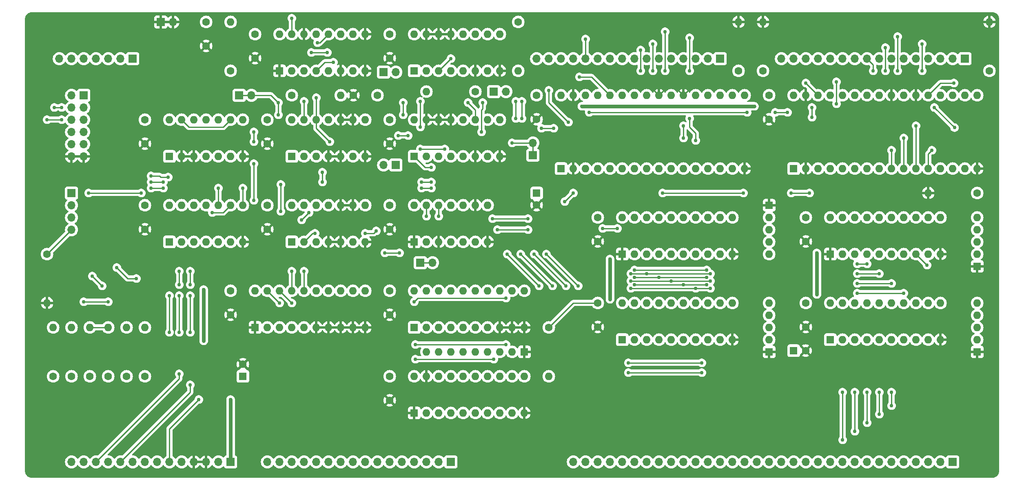
<source format=gbl>
G04 #@! TF.GenerationSoftware,KiCad,Pcbnew,(7.0.0)*
G04 #@! TF.CreationDate,2024-03-28T20:34:17-07:00*
G04 #@! TF.ProjectId,video_output,76696465-6f5f-46f7-9574-7075742e6b69,rev?*
G04 #@! TF.SameCoordinates,Original*
G04 #@! TF.FileFunction,Copper,L2,Bot*
G04 #@! TF.FilePolarity,Positive*
%FSLAX46Y46*%
G04 Gerber Fmt 4.6, Leading zero omitted, Abs format (unit mm)*
G04 Created by KiCad (PCBNEW (7.0.0)) date 2024-03-28 20:34:17*
%MOMM*%
%LPD*%
G01*
G04 APERTURE LIST*
G04 #@! TA.AperFunction,ComponentPad*
%ADD10R,1.600000X1.600000*%
G04 #@! TD*
G04 #@! TA.AperFunction,ComponentPad*
%ADD11O,1.600000X1.600000*%
G04 #@! TD*
G04 #@! TA.AperFunction,ComponentPad*
%ADD12C,1.600000*%
G04 #@! TD*
G04 #@! TA.AperFunction,ComponentPad*
%ADD13R,1.700000X1.700000*%
G04 #@! TD*
G04 #@! TA.AperFunction,ComponentPad*
%ADD14O,1.700000X1.700000*%
G04 #@! TD*
G04 #@! TA.AperFunction,ViaPad*
%ADD15C,0.762000*%
G04 #@! TD*
G04 #@! TA.AperFunction,Conductor*
%ADD16C,0.762000*%
G04 #@! TD*
G04 #@! TA.AperFunction,Conductor*
%ADD17C,0.254000*%
G04 #@! TD*
G04 APERTURE END LIST*
D10*
X205739999Y-121919999D03*
D11*
X205739999Y-119379999D03*
X205739999Y-116839999D03*
X205739999Y-114299999D03*
X205739999Y-111759999D03*
D12*
X144780000Y-67818000D03*
D11*
X134619999Y-67817999D03*
D13*
X139699999Y-144779999D03*
D14*
X137159999Y-144779999D03*
X134619999Y-144779999D03*
X132079999Y-144779999D03*
X129539999Y-144779999D03*
X126999999Y-144779999D03*
X124459999Y-144779999D03*
X121919999Y-144779999D03*
X119379999Y-144779999D03*
X116839999Y-144779999D03*
X114299999Y-144779999D03*
X111759999Y-144779999D03*
X109219999Y-144779999D03*
X106679999Y-144779999D03*
X104139999Y-144779999D03*
X101599999Y-144779999D03*
D10*
X157479999Y-88899999D03*
D12*
X157480000Y-91400000D03*
X248920000Y-88900000D03*
D11*
X238759999Y-88899999D03*
D12*
X170180000Y-111760000D03*
X170180000Y-116760000D03*
D10*
X210819999Y-83819999D03*
D11*
X213359999Y-83819999D03*
X215899999Y-83819999D03*
X218439999Y-83819999D03*
X220979999Y-83819999D03*
X223519999Y-83819999D03*
X226059999Y-83819999D03*
X228599999Y-83819999D03*
X231139999Y-83819999D03*
X233679999Y-83819999D03*
X236219999Y-83819999D03*
X238759999Y-83819999D03*
X241299999Y-83819999D03*
X243839999Y-83819999D03*
X246379999Y-83819999D03*
X248919999Y-83819999D03*
X248919999Y-68579999D03*
X246379999Y-68579999D03*
X243839999Y-68579999D03*
X241299999Y-68579999D03*
X238759999Y-68579999D03*
X236219999Y-68579999D03*
X233679999Y-68579999D03*
X231139999Y-68579999D03*
X228599999Y-68579999D03*
X226059999Y-68579999D03*
X223519999Y-68579999D03*
X220979999Y-68579999D03*
X218439999Y-68579999D03*
X215899999Y-68579999D03*
X213359999Y-68579999D03*
X210819999Y-68579999D03*
D10*
X248919999Y-104139999D03*
D11*
X248919999Y-101599999D03*
X248919999Y-99059999D03*
X248919999Y-96519999D03*
X248919999Y-93979999D03*
D13*
X148589999Y-67817999D03*
D14*
X151129999Y-67817999D03*
D12*
X93980000Y-114220000D03*
X93980000Y-109220000D03*
X157480000Y-68580000D03*
X157480000Y-73580000D03*
X64770000Y-127000000D03*
D11*
X64769999Y-116839999D03*
D10*
X175259999Y-101599999D03*
D11*
X177799999Y-101599999D03*
X180339999Y-101599999D03*
X182879999Y-101599999D03*
X185419999Y-101599999D03*
X187959999Y-101599999D03*
X190499999Y-101599999D03*
X193039999Y-101599999D03*
X195579999Y-101599999D03*
X198119999Y-101599999D03*
X198119999Y-93979999D03*
X195579999Y-93979999D03*
X193039999Y-93979999D03*
X190499999Y-93979999D03*
X187959999Y-93979999D03*
X185419999Y-93979999D03*
X182879999Y-93979999D03*
X180339999Y-93979999D03*
X177799999Y-93979999D03*
X175259999Y-93979999D03*
D12*
X127000000Y-132000000D03*
X127000000Y-127000000D03*
D10*
X99059999Y-116839999D03*
D11*
X101599999Y-116839999D03*
X104139999Y-116839999D03*
X106679999Y-116839999D03*
X109219999Y-116839999D03*
X111759999Y-116839999D03*
X114299999Y-116839999D03*
X116839999Y-116839999D03*
X119379999Y-116839999D03*
X121919999Y-116839999D03*
X121919999Y-109219999D03*
X119379999Y-109219999D03*
X116839999Y-109219999D03*
X114299999Y-109219999D03*
X111759999Y-109219999D03*
X109219999Y-109219999D03*
X106679999Y-109219999D03*
X104139999Y-109219999D03*
X101599999Y-109219999D03*
X99059999Y-109219999D03*
D13*
X93979999Y-144779999D03*
D14*
X91439999Y-144779999D03*
X88899999Y-144779999D03*
X86359999Y-144779999D03*
X83819999Y-144779999D03*
X81279999Y-144779999D03*
X78739999Y-144779999D03*
X76199999Y-144779999D03*
X73659999Y-144779999D03*
X71119999Y-144779999D03*
X68579999Y-144779999D03*
X66039999Y-144779999D03*
X63499999Y-144779999D03*
X60959999Y-144779999D03*
D12*
X68580000Y-127000000D03*
D11*
X68579999Y-116839999D03*
D12*
X204470000Y-63500000D03*
D11*
X204469999Y-53339999D03*
D12*
X160020000Y-116840000D03*
D11*
X160019999Y-126999999D03*
D10*
X132079999Y-99059999D03*
D11*
X134619999Y-99059999D03*
X137159999Y-99059999D03*
X139699999Y-99059999D03*
X142239999Y-99059999D03*
X144779999Y-99059999D03*
X147319999Y-99059999D03*
X147319999Y-91439999D03*
X144779999Y-91439999D03*
X142239999Y-91439999D03*
X139699999Y-91439999D03*
X137159999Y-91439999D03*
X134619999Y-91439999D03*
X132079999Y-91439999D03*
D12*
X99060000Y-60880000D03*
X99060000Y-55880000D03*
X251460000Y-63500000D03*
D11*
X251459999Y-53339999D03*
D10*
X218439999Y-101599999D03*
D11*
X220979999Y-101599999D03*
X223519999Y-101599999D03*
X226059999Y-101599999D03*
X228599999Y-101599999D03*
X231139999Y-101599999D03*
X233679999Y-101599999D03*
X236219999Y-101599999D03*
X238759999Y-101599999D03*
X241299999Y-101599999D03*
X241299999Y-93979999D03*
X238759999Y-93979999D03*
X236219999Y-93979999D03*
X233679999Y-93979999D03*
X231139999Y-93979999D03*
X228599999Y-93979999D03*
X226059999Y-93979999D03*
X223519999Y-93979999D03*
X220979999Y-93979999D03*
X218439999Y-93979999D03*
D12*
X72390000Y-127000000D03*
D11*
X72389999Y-116839999D03*
D10*
X175259999Y-119379999D03*
D11*
X177799999Y-119379999D03*
X180339999Y-119379999D03*
X182879999Y-119379999D03*
X185419999Y-119379999D03*
X187959999Y-119379999D03*
X190499999Y-119379999D03*
X193039999Y-119379999D03*
X195579999Y-119379999D03*
X198119999Y-119379999D03*
X198119999Y-111759999D03*
X195579999Y-111759999D03*
X193039999Y-111759999D03*
X190499999Y-111759999D03*
X187959999Y-111759999D03*
X185419999Y-111759999D03*
X182879999Y-111759999D03*
X180339999Y-111759999D03*
X177799999Y-111759999D03*
X175259999Y-111759999D03*
D10*
X106679999Y-99059999D03*
D11*
X109219999Y-99059999D03*
X111759999Y-99059999D03*
X114299999Y-99059999D03*
X116839999Y-99059999D03*
X119379999Y-99059999D03*
X121919999Y-99059999D03*
X121919999Y-91439999D03*
X119379999Y-91439999D03*
X116839999Y-91439999D03*
X114299999Y-91439999D03*
X111759999Y-91439999D03*
X109219999Y-91439999D03*
X106679999Y-91439999D03*
D12*
X76200000Y-78660000D03*
X76200000Y-73660000D03*
X60960000Y-127000000D03*
D11*
X60959999Y-116839999D03*
D13*
X73659999Y-60959999D03*
D14*
X71119999Y-60959999D03*
X68579999Y-60959999D03*
X66039999Y-60959999D03*
X63499999Y-60959999D03*
X60959999Y-60959999D03*
X58419999Y-60959999D03*
D12*
X76200000Y-96440000D03*
X76200000Y-91440000D03*
X127000000Y-60880000D03*
X127000000Y-55880000D03*
D10*
X248919999Y-121919999D03*
D11*
X248919999Y-119379999D03*
X248919999Y-116839999D03*
X248919999Y-114299999D03*
X248919999Y-111759999D03*
D12*
X93980000Y-63500000D03*
D11*
X93979999Y-53339999D03*
D13*
X156717999Y-81025999D03*
D14*
X156717999Y-78485999D03*
D10*
X96519999Y-126999999D03*
D12*
X96520000Y-124500000D03*
D10*
X205739999Y-91439999D03*
D11*
X205739999Y-93979999D03*
X205739999Y-96519999D03*
X205739999Y-99059999D03*
X205739999Y-101599999D03*
D13*
X133349999Y-103377999D03*
D14*
X135889999Y-103377999D03*
D13*
X79501999Y-53339999D03*
D14*
X82041999Y-53339999D03*
D13*
X63499999Y-68579999D03*
D14*
X60959999Y-68579999D03*
X63499999Y-71119999D03*
X60959999Y-71119999D03*
X63499999Y-73659999D03*
X60959999Y-73659999D03*
X63499999Y-76199999D03*
X60959999Y-76199999D03*
X63499999Y-78739999D03*
X60959999Y-78739999D03*
X63499999Y-81279999D03*
X60959999Y-81279999D03*
D12*
X153670000Y-53340000D03*
D11*
X153669999Y-63499999D03*
D13*
X95757999Y-68579999D03*
D14*
X98297999Y-68579999D03*
D10*
X104139999Y-63499999D03*
D11*
X106679999Y-63499999D03*
X109219999Y-63499999D03*
X111759999Y-63499999D03*
X114299999Y-63499999D03*
X116839999Y-63499999D03*
X119379999Y-63499999D03*
X121919999Y-63499999D03*
X121919999Y-55879999D03*
X119379999Y-55879999D03*
X116839999Y-55879999D03*
X114299999Y-55879999D03*
X111759999Y-55879999D03*
X109219999Y-55879999D03*
X106679999Y-55879999D03*
X104139999Y-55879999D03*
D10*
X132079999Y-63499999D03*
D11*
X134619999Y-63499999D03*
X137159999Y-63499999D03*
X139699999Y-63499999D03*
X142239999Y-63499999D03*
X144779999Y-63499999D03*
X147319999Y-63499999D03*
X149859999Y-63499999D03*
X149859999Y-55879999D03*
X147319999Y-55879999D03*
X144779999Y-55879999D03*
X142239999Y-55879999D03*
X139699999Y-55879999D03*
X137159999Y-55879999D03*
X134619999Y-55879999D03*
X132079999Y-55879999D03*
D13*
X60959999Y-88899999D03*
D14*
X60959999Y-91439999D03*
X60959999Y-93979999D03*
X60959999Y-96519999D03*
D12*
X127000000Y-78660000D03*
X127000000Y-73660000D03*
D10*
X81279999Y-99059999D03*
D11*
X83819999Y-99059999D03*
X86359999Y-99059999D03*
X88899999Y-99059999D03*
X91439999Y-99059999D03*
X93979999Y-99059999D03*
X96519999Y-99059999D03*
X96519999Y-91439999D03*
X93979999Y-91439999D03*
X91439999Y-91439999D03*
X88899999Y-91439999D03*
X86359999Y-91439999D03*
X83819999Y-91439999D03*
X81279999Y-91439999D03*
D12*
X127000000Y-96440000D03*
X127000000Y-91440000D03*
D13*
X125729999Y-63753999D03*
D14*
X128269999Y-63753999D03*
D13*
X246379999Y-60959999D03*
D14*
X243839999Y-60959999D03*
X241299999Y-60959999D03*
X238759999Y-60959999D03*
X236219999Y-60959999D03*
X233679999Y-60959999D03*
X231139999Y-60959999D03*
X228599999Y-60959999D03*
X226059999Y-60959999D03*
X223519999Y-60959999D03*
X220979999Y-60959999D03*
X218439999Y-60959999D03*
X215899999Y-60959999D03*
X213359999Y-60959999D03*
X210819999Y-60959999D03*
X208279999Y-60959999D03*
D12*
X124460000Y-68580000D03*
X119460000Y-68580000D03*
D10*
X132079999Y-134619999D03*
D11*
X134619999Y-134619999D03*
X137159999Y-134619999D03*
X139699999Y-134619999D03*
X142239999Y-134619999D03*
X144779999Y-134619999D03*
X147319999Y-134619999D03*
X149859999Y-134619999D03*
X152399999Y-134619999D03*
X154939999Y-134619999D03*
X154939999Y-126999999D03*
X152399999Y-126999999D03*
X149859999Y-126999999D03*
X147319999Y-126999999D03*
X144779999Y-126999999D03*
X142239999Y-126999999D03*
X139699999Y-126999999D03*
X137159999Y-126999999D03*
X134619999Y-126999999D03*
X132079999Y-126999999D03*
D12*
X127000000Y-114220000D03*
X127000000Y-109220000D03*
X170180000Y-93980000D03*
X170180000Y-98980000D03*
D13*
X128269999Y-83057999D03*
D14*
X125729999Y-83057999D03*
D10*
X154939999Y-121919999D03*
D11*
X152399999Y-121919999D03*
X149859999Y-121919999D03*
X147319999Y-121919999D03*
X144779999Y-121919999D03*
X142239999Y-121919999D03*
X139699999Y-121919999D03*
X137159999Y-121919999D03*
X134619999Y-121919999D03*
D12*
X205740000Y-68580000D03*
X205740000Y-73580000D03*
X106680000Y-68580000D03*
D11*
X116839999Y-68579999D03*
D12*
X88900000Y-53340000D03*
X88900000Y-58340000D03*
X101600000Y-96440000D03*
X101600000Y-91440000D03*
D10*
X132079999Y-81279999D03*
D11*
X134619999Y-81279999D03*
X137159999Y-81279999D03*
X139699999Y-81279999D03*
X142239999Y-81279999D03*
X144779999Y-81279999D03*
X147319999Y-81279999D03*
X149859999Y-81279999D03*
X149859999Y-73659999D03*
X147319999Y-73659999D03*
X144779999Y-73659999D03*
X142239999Y-73659999D03*
X139699999Y-73659999D03*
X137159999Y-73659999D03*
X134619999Y-73659999D03*
X132079999Y-73659999D03*
D12*
X55880000Y-101600000D03*
D11*
X55879999Y-111759999D03*
D12*
X57150000Y-127000000D03*
D11*
X57149999Y-116839999D03*
D12*
X101600000Y-78660000D03*
X101600000Y-73660000D03*
D10*
X106679999Y-81279999D03*
D11*
X109219999Y-81279999D03*
X111759999Y-81279999D03*
X114299999Y-81279999D03*
X116839999Y-81279999D03*
X119379999Y-81279999D03*
X121919999Y-81279999D03*
X121919999Y-73659999D03*
X119379999Y-73659999D03*
X116839999Y-73659999D03*
X114299999Y-73659999D03*
X111759999Y-73659999D03*
X109219999Y-73659999D03*
X106679999Y-73659999D03*
D10*
X210819999Y-121665999D03*
D12*
X213320000Y-121666000D03*
X213360000Y-111760000D03*
X213360000Y-116760000D03*
X76200000Y-127000000D03*
D11*
X76199999Y-116839999D03*
D13*
X195579999Y-60959999D03*
D14*
X193039999Y-60959999D03*
X190499999Y-60959999D03*
X187959999Y-60959999D03*
X185419999Y-60959999D03*
X182879999Y-60959999D03*
X180339999Y-60959999D03*
X177799999Y-60959999D03*
X175259999Y-60959999D03*
X172719999Y-60959999D03*
X170179999Y-60959999D03*
X167639999Y-60959999D03*
X165099999Y-60959999D03*
X162559999Y-60959999D03*
X160019999Y-60959999D03*
X157479999Y-60959999D03*
D10*
X81279999Y-81279999D03*
D11*
X83819999Y-81279999D03*
X86359999Y-81279999D03*
X88899999Y-81279999D03*
X91439999Y-81279999D03*
X93979999Y-81279999D03*
X96519999Y-81279999D03*
X96519999Y-73659999D03*
X93979999Y-73659999D03*
X91439999Y-73659999D03*
X88899999Y-73659999D03*
X86359999Y-73659999D03*
X83819999Y-73659999D03*
X81279999Y-73659999D03*
D13*
X243839999Y-144779999D03*
D14*
X241299999Y-144779999D03*
X238759999Y-144779999D03*
X236219999Y-144779999D03*
X233679999Y-144779999D03*
X231139999Y-144779999D03*
X228599999Y-144779999D03*
X226059999Y-144779999D03*
X223519999Y-144779999D03*
X220979999Y-144779999D03*
X218439999Y-144779999D03*
X215899999Y-144779999D03*
X213359999Y-144779999D03*
X210819999Y-144779999D03*
X208279999Y-144779999D03*
X205739999Y-144779999D03*
X203199999Y-144779999D03*
X200659999Y-144779999D03*
X198119999Y-144779999D03*
X195579999Y-144779999D03*
X193039999Y-144779999D03*
X190499999Y-144779999D03*
X187959999Y-144779999D03*
X185419999Y-144779999D03*
X182879999Y-144779999D03*
X180339999Y-144779999D03*
X177799999Y-144779999D03*
X175259999Y-144779999D03*
X172719999Y-144779999D03*
X170179999Y-144779999D03*
X167639999Y-144779999D03*
X165099999Y-144779999D03*
D12*
X213360000Y-93980000D03*
X213360000Y-98980000D03*
D10*
X218439999Y-119379999D03*
D11*
X220979999Y-119379999D03*
X223519999Y-119379999D03*
X226059999Y-119379999D03*
X228599999Y-119379999D03*
X231139999Y-119379999D03*
X233679999Y-119379999D03*
X236219999Y-119379999D03*
X238759999Y-119379999D03*
X241299999Y-119379999D03*
X241299999Y-111759999D03*
X238759999Y-111759999D03*
X236219999Y-111759999D03*
X233679999Y-111759999D03*
X231139999Y-111759999D03*
X228599999Y-111759999D03*
X226059999Y-111759999D03*
X223519999Y-111759999D03*
X220979999Y-111759999D03*
X218439999Y-111759999D03*
D12*
X199390000Y-63500000D03*
D11*
X199389999Y-53339999D03*
D10*
X162559999Y-83819999D03*
D11*
X165099999Y-83819999D03*
X167639999Y-83819999D03*
X170179999Y-83819999D03*
X172719999Y-83819999D03*
X175259999Y-83819999D03*
X177799999Y-83819999D03*
X180339999Y-83819999D03*
X182879999Y-83819999D03*
X185419999Y-83819999D03*
X187959999Y-83819999D03*
X190499999Y-83819999D03*
X193039999Y-83819999D03*
X195579999Y-83819999D03*
X198119999Y-83819999D03*
X200659999Y-83819999D03*
X200659999Y-68579999D03*
X198119999Y-68579999D03*
X195579999Y-68579999D03*
X193039999Y-68579999D03*
X190499999Y-68579999D03*
X187959999Y-68579999D03*
X185419999Y-68579999D03*
X182879999Y-68579999D03*
X180339999Y-68579999D03*
X177799999Y-68579999D03*
X175259999Y-68579999D03*
X172719999Y-68579999D03*
X170179999Y-68579999D03*
X167639999Y-68579999D03*
X165099999Y-68579999D03*
X162559999Y-68579999D03*
D10*
X132079999Y-116839999D03*
D11*
X134619999Y-116839999D03*
X137159999Y-116839999D03*
X139699999Y-116839999D03*
X142239999Y-116839999D03*
X144779999Y-116839999D03*
X147319999Y-116839999D03*
X149859999Y-116839999D03*
X152399999Y-116839999D03*
X154939999Y-116839999D03*
X154939999Y-109219999D03*
X152399999Y-109219999D03*
X149859999Y-109219999D03*
X147319999Y-109219999D03*
X144779999Y-109219999D03*
X142239999Y-109219999D03*
X139699999Y-109219999D03*
X137159999Y-109219999D03*
X134619999Y-109219999D03*
X132079999Y-109219999D03*
D15*
X172720000Y-110998000D03*
X93980000Y-131826000D03*
X88392000Y-118110000D03*
X93980000Y-133350000D03*
X166878000Y-70866000D03*
X172720000Y-102616000D03*
X213360000Y-66040000D03*
X215646000Y-102870000D03*
X172720000Y-109728000D03*
X139700000Y-60960000D03*
X168656000Y-70866000D03*
X88392000Y-110236000D03*
X88392000Y-119634000D03*
X88392000Y-108966000D03*
X202692000Y-70866000D03*
X215646000Y-108458000D03*
X215646000Y-109982000D03*
X172720000Y-103886000D03*
X201168000Y-70866000D03*
X215646000Y-101346000D03*
X231140000Y-133096000D03*
X231140000Y-130302000D03*
X228600000Y-134874000D03*
X228600000Y-130302000D03*
X226060000Y-136652000D03*
X226060000Y-130302000D03*
X223520000Y-130302000D03*
X223520000Y-138430000D03*
X220980000Y-140208000D03*
X220980000Y-130302000D03*
X96520000Y-87884000D03*
X133604000Y-87884000D03*
X135636000Y-87884000D03*
X87376000Y-131826000D03*
X80010000Y-86614000D03*
X81280000Y-117856000D03*
X81280000Y-110236000D03*
X77470000Y-86614000D03*
X85598000Y-107950000D03*
X85598000Y-117856000D03*
X90170000Y-92964000D03*
X85598000Y-110236000D03*
X85598000Y-128778000D03*
X85598000Y-105156000D03*
X83312000Y-126492000D03*
X83312000Y-117856000D03*
X83312000Y-105156000D03*
X83312000Y-107950000D03*
X83312000Y-110236000D03*
X238506000Y-103886000D03*
X207010000Y-72136000D03*
X158496000Y-75438000D03*
X201168000Y-72136000D03*
X209550000Y-72136000D03*
X168402000Y-72136000D03*
X161036000Y-75438000D03*
X231140000Y-107696000D03*
X224028000Y-107696000D03*
X177800000Y-107950000D03*
X187960000Y-107950000D03*
X192786000Y-107950000D03*
X68580000Y-111506000D03*
X63500000Y-111506000D03*
X224028000Y-109728000D03*
X177038000Y-108712000D03*
X193548000Y-108712000D03*
X233680000Y-109728000D03*
X190500000Y-108712000D03*
X192786000Y-106426000D03*
X177800000Y-106426000D03*
X226060000Y-103632000D03*
X182880000Y-106426000D03*
X224028000Y-103632000D03*
X177038000Y-107188000D03*
X185420000Y-107188000D03*
X224028000Y-105664000D03*
X193548000Y-107188000D03*
X228600000Y-105664000D03*
X192786000Y-104902000D03*
X177800000Y-104902000D03*
X193548000Y-105664000D03*
X177038000Y-105664000D03*
X180340000Y-105664000D03*
X156972000Y-101600000D03*
X163576000Y-108204000D03*
X153162000Y-73406000D03*
X153162000Y-69850000D03*
X166116000Y-108204000D03*
X154432000Y-69850000D03*
X154432000Y-73406000D03*
X159512000Y-101600000D03*
X160782000Y-108204000D03*
X176530000Y-124206000D03*
X154178000Y-101600000D03*
X191770000Y-124206000D03*
X151384000Y-101600000D03*
X176530000Y-126238000D03*
X191770000Y-126238000D03*
X157988000Y-108204000D03*
X106680000Y-111760000D03*
X151130000Y-120396000D03*
X132334000Y-120396000D03*
X104140000Y-111760000D03*
X132334000Y-123444000D03*
X148590000Y-123444000D03*
X57404000Y-71120000D03*
X58928000Y-71120000D03*
X58928000Y-73660000D03*
X55880000Y-73660000D03*
X155702000Y-96520000D03*
X135636000Y-83566000D03*
X174244000Y-96266000D03*
X171196000Y-96266000D03*
X149352000Y-96520000D03*
X165100000Y-88900000D03*
X148336000Y-94234000D03*
X129794000Y-70104000D03*
X133604000Y-86614000D03*
X135636000Y-86614000D03*
X155702000Y-94234000D03*
X129794000Y-72644000D03*
X163322000Y-90678000D03*
X214122000Y-88900000D03*
X77470000Y-85344000D03*
X210312000Y-88900000D03*
X183642000Y-88900000D03*
X81026000Y-85598000D03*
X200406000Y-88900000D03*
X109220000Y-105156000D03*
X106680000Y-105156000D03*
X110236000Y-92964000D03*
X108712000Y-94488000D03*
X65278000Y-106172000D03*
X67310000Y-108204000D03*
X80010000Y-87884000D03*
X75438000Y-88900000D03*
X64516000Y-88900000D03*
X77470000Y-87884000D03*
X91440000Y-87884000D03*
X98806000Y-78232000D03*
X98806000Y-76200000D03*
X98806000Y-90424000D03*
X98806000Y-82804000D03*
X106680000Y-52578000D03*
X240030000Y-71120000D03*
X239522000Y-80010000D03*
X244221000Y-75311000D03*
X236220000Y-74930000D03*
X233680000Y-77470000D03*
X231140000Y-80010000D03*
X227330000Y-63500000D03*
X229870000Y-63500000D03*
X229870000Y-58674000D03*
X237490000Y-63500000D03*
X237490000Y-57912000D03*
X232410000Y-56388000D03*
X232410000Y-63500000D03*
X219710000Y-65786000D03*
X219710000Y-70358000D03*
X214630000Y-71120000D03*
X214630000Y-73152000D03*
X189230000Y-73406000D03*
X190500000Y-77978000D03*
X187960000Y-77470000D03*
X187960000Y-74930000D03*
X179070000Y-59182000D03*
X179070000Y-63500000D03*
X181610000Y-57912000D03*
X181610000Y-63500000D03*
X189230000Y-56642000D03*
X189230000Y-63500000D03*
X184150000Y-63500000D03*
X184150000Y-55372000D03*
X167640000Y-56896000D03*
X166370000Y-64770000D03*
X160020000Y-67564000D03*
X164084000Y-74168000D03*
X133350000Y-75184000D03*
X133350000Y-69850000D03*
X137160000Y-93726000D03*
X244094000Y-66040000D03*
X103886000Y-72644000D03*
X110744000Y-59690000D03*
X103886000Y-70104000D03*
X114046000Y-59690000D03*
X113030000Y-84582000D03*
X133350000Y-79756000D03*
X104394000Y-87122000D03*
X128778000Y-76962000D03*
X146050000Y-76200000D03*
X104394000Y-92710000D03*
X146304000Y-70104000D03*
X113030000Y-86614000D03*
X138430000Y-79756000D03*
X130810000Y-76962000D03*
X111760000Y-69088000D03*
X114554000Y-78232000D03*
X109220000Y-69850000D03*
X112014000Y-57658000D03*
X152400000Y-78486000D03*
X115316000Y-61722000D03*
X143256000Y-70104000D03*
X111506000Y-97282000D03*
X121920000Y-97282000D03*
X124206000Y-96774000D03*
X125984000Y-101346000D03*
X129032000Y-101346000D03*
X134620000Y-93726000D03*
X132080000Y-111506000D03*
X151130000Y-110744000D03*
X70358000Y-104394000D03*
X74422000Y-106680000D03*
D16*
X93980000Y-144780000D02*
X93980000Y-131826000D01*
D17*
X213360000Y-66040000D02*
X215900000Y-68580000D01*
X160020000Y-116840000D02*
X165100000Y-111760000D01*
D16*
X88392000Y-108966000D02*
X88392000Y-119634000D01*
X202692000Y-70866000D02*
X166878000Y-70866000D01*
D17*
X137160000Y-63500000D02*
X139700000Y-60960000D01*
D16*
X215646000Y-109982000D02*
X215646000Y-101346000D01*
X172720000Y-102616000D02*
X172720000Y-110998000D01*
D17*
X165100000Y-111760000D02*
X170180000Y-111760000D01*
X182880000Y-68580000D02*
X181864000Y-67564000D01*
X187960000Y-68580000D02*
X188976000Y-67564000D01*
X182880000Y-68580000D02*
X183896000Y-67564000D01*
X187960000Y-68580000D02*
X186944000Y-67564000D01*
X231140000Y-130302000D02*
X231140000Y-133096000D01*
X228600000Y-130302000D02*
X228600000Y-134874000D01*
X226060000Y-130302000D02*
X226060000Y-136652000D01*
X223520000Y-130302000D02*
X223520000Y-138430000D01*
X220980000Y-130302000D02*
X220980000Y-140208000D01*
X135636000Y-87884000D02*
X133604000Y-87884000D01*
X96520000Y-91440000D02*
X96520000Y-87884000D01*
X87376000Y-131826000D02*
X81280000Y-137922000D01*
X81280000Y-137922000D02*
X81280000Y-144780000D01*
X77470000Y-86614000D02*
X80010000Y-86614000D01*
X81280000Y-117856000D02*
X81280000Y-110236000D01*
X85598000Y-107950000D02*
X85598000Y-105156000D01*
X90170000Y-92964000D02*
X92456000Y-92964000D01*
X92456000Y-92964000D02*
X93980000Y-91440000D01*
X85598000Y-130302000D02*
X71120000Y-144780000D01*
X85598000Y-128778000D02*
X85598000Y-130302000D01*
X85598000Y-117856000D02*
X85598000Y-110236000D01*
X83312000Y-110236000D02*
X83312000Y-117856000D01*
X83312000Y-127508000D02*
X83312000Y-126492000D01*
X66040000Y-144780000D02*
X83312000Y-127508000D01*
X83312000Y-105156000D02*
X83312000Y-107950000D01*
X238506000Y-103886000D02*
X236220000Y-101600000D01*
X168402000Y-72136000D02*
X201168000Y-72136000D01*
X158496000Y-75438000D02*
X161036000Y-75438000D01*
X207010000Y-72136000D02*
X209550000Y-72136000D01*
X192786000Y-107950000D02*
X187960000Y-107950000D01*
X231140000Y-107696000D02*
X224028000Y-107696000D01*
X187960000Y-107950000D02*
X177800000Y-107950000D01*
X63500000Y-111506000D02*
X68580000Y-111506000D01*
X193548000Y-108712000D02*
X177038000Y-108712000D01*
X233680000Y-109728000D02*
X224028000Y-109728000D01*
X224028000Y-103632000D02*
X226060000Y-103632000D01*
X192786000Y-106426000D02*
X182880000Y-106426000D01*
X182880000Y-106426000D02*
X177800000Y-106426000D01*
X185420000Y-107188000D02*
X177038000Y-107188000D01*
X193548000Y-107188000D02*
X185420000Y-107188000D01*
X228600000Y-105664000D02*
X224028000Y-105664000D01*
X192786000Y-104902000D02*
X177800000Y-104902000D01*
X180340000Y-105664000D02*
X177038000Y-105664000D01*
X193548000Y-105664000D02*
X192532000Y-105664000D01*
X192532000Y-105664000D02*
X180340000Y-105664000D01*
X153162000Y-69850000D02*
X153162000Y-73406000D01*
X156972000Y-101600000D02*
X163576000Y-108204000D01*
X166116000Y-108204000D02*
X159512000Y-101600000D01*
X154432000Y-69850000D02*
X154432000Y-73406000D01*
X191770000Y-124206000D02*
X176530000Y-124206000D01*
X160782000Y-108204000D02*
X154178000Y-101600000D01*
X151384000Y-101600000D02*
X157988000Y-108204000D01*
X176530000Y-126238000D02*
X191770000Y-126238000D01*
X104140000Y-109220000D02*
X106680000Y-111760000D01*
X132334000Y-120396000D02*
X151130000Y-120396000D01*
X148590000Y-123444000D02*
X132334000Y-123444000D01*
X101600000Y-109220000D02*
X104140000Y-111760000D01*
X68580000Y-116840000D02*
X64770000Y-116840000D01*
X58928000Y-71120000D02*
X57404000Y-71120000D01*
X55880000Y-73660000D02*
X58928000Y-73660000D01*
X149352000Y-96520000D02*
X155702000Y-96520000D01*
X174244000Y-96266000D02*
X171196000Y-96266000D01*
X135636000Y-83566000D02*
X134366000Y-83566000D01*
X134366000Y-83566000D02*
X132080000Y-81280000D01*
X77470000Y-85344000D02*
X79248000Y-85344000D01*
X183642000Y-88900000D02*
X200406000Y-88900000D01*
X214122000Y-88900000D02*
X210312000Y-88900000D01*
X129794000Y-70104000D02*
X129794000Y-72644000D01*
X79248000Y-85344000D02*
X79502000Y-85598000D01*
X163322000Y-90678000D02*
X165100000Y-88900000D01*
X133604000Y-86614000D02*
X135636000Y-86614000D01*
X155702000Y-94234000D02*
X148336000Y-94234000D01*
X79502000Y-85598000D02*
X81026000Y-85598000D01*
X109220000Y-105156000D02*
X109220000Y-109220000D01*
X108712000Y-94488000D02*
X110236000Y-92964000D01*
X106680000Y-105156000D02*
X106680000Y-109220000D01*
X67310000Y-108204000D02*
X65278000Y-106172000D01*
X75438000Y-88900000D02*
X64516000Y-88900000D01*
X55880000Y-101600000D02*
X60960000Y-96520000D01*
X80010000Y-87884000D02*
X77470000Y-87884000D01*
X91440000Y-91440000D02*
X91440000Y-87884000D01*
X98806000Y-76200000D02*
X98806000Y-78232000D01*
X98806000Y-82804000D02*
X98806000Y-87122000D01*
X98806000Y-87122000D02*
X98806000Y-90424000D01*
X106680000Y-55880000D02*
X106680000Y-52578000D01*
X244221000Y-75311000D02*
X240030000Y-71120000D01*
X238760000Y-83820000D02*
X238760000Y-80772000D01*
X238760000Y-80772000D02*
X239522000Y-80010000D01*
X236220000Y-83820000D02*
X236220000Y-74930000D01*
X233680000Y-83820000D02*
X233680000Y-77470000D01*
X231140000Y-83820000D02*
X231140000Y-80010000D01*
X227330000Y-62230000D02*
X226060000Y-60960000D01*
X227330000Y-63500000D02*
X227330000Y-62230000D01*
X229870000Y-63500000D02*
X229870000Y-58674000D01*
X237490000Y-63500000D02*
X237490000Y-57912000D01*
X232410000Y-63500000D02*
X232410000Y-56388000D01*
X219710000Y-65786000D02*
X219710000Y-70358000D01*
X214630000Y-71120000D02*
X214630000Y-73152000D01*
X189230000Y-75184000D02*
X189230000Y-73406000D01*
X190500000Y-77978000D02*
X190500000Y-76454000D01*
X190500000Y-76454000D02*
X189230000Y-75184000D01*
X187960000Y-77470000D02*
X187960000Y-74930000D01*
X179070000Y-63500000D02*
X179070000Y-59182000D01*
X181610000Y-63500000D02*
X181610000Y-57912000D01*
X189230000Y-63500000D02*
X189230000Y-56642000D01*
X184150000Y-55372000D02*
X184150000Y-63500000D01*
X167640000Y-60960000D02*
X167640000Y-56896000D01*
X166370000Y-64770000D02*
X168910000Y-64770000D01*
X168910000Y-64770000D02*
X172720000Y-68580000D01*
X160020000Y-70104000D02*
X164084000Y-74168000D01*
X160020000Y-67564000D02*
X160020000Y-70104000D01*
X133350000Y-69850000D02*
X133350000Y-75184000D01*
X137160000Y-91440000D02*
X137160000Y-93726000D01*
X135890000Y-103378000D02*
X133350000Y-103378000D01*
X241300000Y-66040000D02*
X244094000Y-66040000D01*
X238760000Y-68580000D02*
X241300000Y-66040000D01*
X92456000Y-75184000D02*
X85344000Y-75184000D01*
X93980000Y-73660000D02*
X92456000Y-75184000D01*
X85344000Y-75184000D02*
X83820000Y-73660000D01*
X110744000Y-59690000D02*
X114046000Y-59690000D01*
X103886000Y-70104000D02*
X102362000Y-68580000D01*
X103886000Y-70104000D02*
X103886000Y-72644000D01*
X102362000Y-68580000D02*
X95758000Y-68580000D01*
X146304000Y-71374000D02*
X146304000Y-70104000D01*
X113030000Y-84582000D02*
X113030000Y-86614000D01*
X104394000Y-87122000D02*
X104394000Y-92710000D01*
X146050000Y-76200000D02*
X146050000Y-71628000D01*
X146050000Y-71628000D02*
X146304000Y-71374000D01*
X133350000Y-79756000D02*
X138430000Y-79756000D01*
X128778000Y-76962000D02*
X130810000Y-76962000D01*
X111760000Y-73660000D02*
X111760000Y-75438000D01*
X111760000Y-69088000D02*
X111760000Y-73660000D01*
X111760000Y-75438000D02*
X114554000Y-78232000D01*
X112014000Y-57658000D02*
X112522000Y-57658000D01*
X109220000Y-69850000D02*
X109220000Y-73660000D01*
X112522000Y-57658000D02*
X114300000Y-55880000D01*
X113538000Y-61722000D02*
X111760000Y-63500000D01*
X152400000Y-78486000D02*
X156718000Y-78486000D01*
X115316000Y-61722000D02*
X113538000Y-61722000D01*
X144780000Y-71628000D02*
X144780000Y-73660000D01*
X156718000Y-78486000D02*
X156718000Y-81026000D01*
X143256000Y-70104000D02*
X144780000Y-71628000D01*
X110998000Y-97282000D02*
X109220000Y-99060000D01*
X111506000Y-97282000D02*
X110998000Y-97282000D01*
X123698000Y-97282000D02*
X124206000Y-96774000D01*
X121920000Y-97282000D02*
X123698000Y-97282000D01*
X125984000Y-101346000D02*
X129032000Y-101346000D01*
X134620000Y-93726000D02*
X134620000Y-91440000D01*
X133858000Y-110744000D02*
X151130000Y-110744000D01*
X74422000Y-106680000D02*
X72644000Y-106680000D01*
X72644000Y-106680000D02*
X70358000Y-104394000D01*
X132842000Y-110744000D02*
X133858000Y-110744000D01*
X132080000Y-111506000D02*
X132842000Y-110744000D01*
G04 #@! TA.AperFunction,Conductor*
G36*
X252099853Y-51308881D02*
G01*
X252303734Y-51324927D01*
X252322950Y-51327971D01*
X252517062Y-51374574D01*
X252535552Y-51380582D01*
X252719987Y-51456976D01*
X252737312Y-51465804D01*
X252907524Y-51570110D01*
X252923260Y-51581544D01*
X253075053Y-51711187D01*
X253088812Y-51724946D01*
X253218455Y-51876739D01*
X253229890Y-51892477D01*
X253334166Y-52062639D01*
X253334192Y-52062681D01*
X253343025Y-52080018D01*
X253356409Y-52112330D01*
X253419414Y-52264438D01*
X253425427Y-52282943D01*
X253472028Y-52477050D01*
X253475072Y-52496268D01*
X253491118Y-52700146D01*
X253491500Y-52709875D01*
X253491500Y-146680125D01*
X253491118Y-146689854D01*
X253475072Y-146893731D01*
X253472028Y-146912949D01*
X253425427Y-147107056D01*
X253419414Y-147125561D01*
X253343026Y-147309980D01*
X253334192Y-147327318D01*
X253229892Y-147497519D01*
X253218455Y-147513260D01*
X253088812Y-147665053D01*
X253075053Y-147678812D01*
X252923260Y-147808455D01*
X252907519Y-147819892D01*
X252737318Y-147924192D01*
X252719980Y-147933026D01*
X252535561Y-148009414D01*
X252517056Y-148015427D01*
X252322949Y-148062028D01*
X252303731Y-148065072D01*
X252099854Y-148081118D01*
X252090125Y-148081500D01*
X52709875Y-148081500D01*
X52700146Y-148081118D01*
X52496268Y-148065072D01*
X52477050Y-148062028D01*
X52282943Y-148015427D01*
X52264438Y-148009414D01*
X52080019Y-147933026D01*
X52062681Y-147924192D01*
X51892480Y-147819892D01*
X51876739Y-147808455D01*
X51724946Y-147678812D01*
X51711187Y-147665053D01*
X51581544Y-147513260D01*
X51570110Y-147497524D01*
X51465804Y-147327312D01*
X51456976Y-147309987D01*
X51380582Y-147125552D01*
X51374574Y-147107062D01*
X51327971Y-146912949D01*
X51324927Y-146893731D01*
X51308882Y-146689854D01*
X51308500Y-146680125D01*
X51308500Y-144780000D01*
X59604341Y-144780000D01*
X59624937Y-145015408D01*
X59626336Y-145020630D01*
X59626337Y-145020634D01*
X59684694Y-145238430D01*
X59684697Y-145238438D01*
X59686097Y-145243663D01*
X59688385Y-145248570D01*
X59688386Y-145248572D01*
X59783678Y-145452927D01*
X59783681Y-145452933D01*
X59785965Y-145457830D01*
X59789064Y-145462257D01*
X59789066Y-145462259D01*
X59918399Y-145646966D01*
X59918402Y-145646970D01*
X59921505Y-145651401D01*
X60088599Y-145818495D01*
X60093031Y-145821598D01*
X60093033Y-145821600D01*
X60237260Y-145922589D01*
X60282170Y-145954035D01*
X60496337Y-146053903D01*
X60724592Y-146115063D01*
X60960000Y-146135659D01*
X61195408Y-146115063D01*
X61423663Y-146053903D01*
X61637830Y-145954035D01*
X61831401Y-145818495D01*
X61998495Y-145651401D01*
X62128424Y-145465842D01*
X62172743Y-145426976D01*
X62230000Y-145412965D01*
X62287257Y-145426976D01*
X62331575Y-145465842D01*
X62458395Y-145646961D01*
X62458401Y-145646968D01*
X62461505Y-145651401D01*
X62628599Y-145818495D01*
X62633031Y-145821598D01*
X62633033Y-145821600D01*
X62777260Y-145922589D01*
X62822170Y-145954035D01*
X63036337Y-146053903D01*
X63264592Y-146115063D01*
X63500000Y-146135659D01*
X63735408Y-146115063D01*
X63963663Y-146053903D01*
X64177830Y-145954035D01*
X64371401Y-145818495D01*
X64538495Y-145651401D01*
X64668424Y-145465842D01*
X64712743Y-145426976D01*
X64770000Y-145412965D01*
X64827257Y-145426976D01*
X64871575Y-145465842D01*
X64998395Y-145646961D01*
X64998401Y-145646968D01*
X65001505Y-145651401D01*
X65168599Y-145818495D01*
X65173031Y-145821598D01*
X65173033Y-145821600D01*
X65317260Y-145922589D01*
X65362170Y-145954035D01*
X65576337Y-146053903D01*
X65804592Y-146115063D01*
X66040000Y-146135659D01*
X66275408Y-146115063D01*
X66503663Y-146053903D01*
X66717830Y-145954035D01*
X66911401Y-145818495D01*
X67078495Y-145651401D01*
X67208424Y-145465842D01*
X67252743Y-145426976D01*
X67310000Y-145412965D01*
X67367257Y-145426976D01*
X67411575Y-145465842D01*
X67538395Y-145646961D01*
X67538401Y-145646968D01*
X67541505Y-145651401D01*
X67708599Y-145818495D01*
X67713031Y-145821598D01*
X67713033Y-145821600D01*
X67857260Y-145922589D01*
X67902170Y-145954035D01*
X68116337Y-146053903D01*
X68344592Y-146115063D01*
X68580000Y-146135659D01*
X68815408Y-146115063D01*
X69043663Y-146053903D01*
X69257830Y-145954035D01*
X69451401Y-145818495D01*
X69618495Y-145651401D01*
X69748424Y-145465842D01*
X69792743Y-145426976D01*
X69850000Y-145412965D01*
X69907257Y-145426976D01*
X69951575Y-145465842D01*
X70078395Y-145646961D01*
X70078401Y-145646968D01*
X70081505Y-145651401D01*
X70248599Y-145818495D01*
X70253031Y-145821598D01*
X70253033Y-145821600D01*
X70397260Y-145922589D01*
X70442170Y-145954035D01*
X70656337Y-146053903D01*
X70884592Y-146115063D01*
X71120000Y-146135659D01*
X71355408Y-146115063D01*
X71583663Y-146053903D01*
X71797830Y-145954035D01*
X71991401Y-145818495D01*
X72158495Y-145651401D01*
X72288424Y-145465842D01*
X72332743Y-145426976D01*
X72390000Y-145412965D01*
X72447257Y-145426976D01*
X72491575Y-145465842D01*
X72618395Y-145646961D01*
X72618401Y-145646968D01*
X72621505Y-145651401D01*
X72788599Y-145818495D01*
X72793031Y-145821598D01*
X72793033Y-145821600D01*
X72937260Y-145922589D01*
X72982170Y-145954035D01*
X73196337Y-146053903D01*
X73424592Y-146115063D01*
X73660000Y-146135659D01*
X73895408Y-146115063D01*
X74123663Y-146053903D01*
X74337830Y-145954035D01*
X74531401Y-145818495D01*
X74698495Y-145651401D01*
X74828424Y-145465842D01*
X74872743Y-145426976D01*
X74930000Y-145412965D01*
X74987257Y-145426976D01*
X75031575Y-145465842D01*
X75158395Y-145646961D01*
X75158401Y-145646968D01*
X75161505Y-145651401D01*
X75328599Y-145818495D01*
X75333031Y-145821598D01*
X75333033Y-145821600D01*
X75477260Y-145922589D01*
X75522170Y-145954035D01*
X75736337Y-146053903D01*
X75964592Y-146115063D01*
X76200000Y-146135659D01*
X76435408Y-146115063D01*
X76663663Y-146053903D01*
X76877830Y-145954035D01*
X77071401Y-145818495D01*
X77238495Y-145651401D01*
X77368424Y-145465842D01*
X77412743Y-145426976D01*
X77470000Y-145412965D01*
X77527257Y-145426976D01*
X77571575Y-145465842D01*
X77698395Y-145646961D01*
X77698401Y-145646968D01*
X77701505Y-145651401D01*
X77868599Y-145818495D01*
X77873031Y-145821598D01*
X77873033Y-145821600D01*
X78017260Y-145922589D01*
X78062170Y-145954035D01*
X78276337Y-146053903D01*
X78504592Y-146115063D01*
X78740000Y-146135659D01*
X78975408Y-146115063D01*
X79203663Y-146053903D01*
X79417830Y-145954035D01*
X79611401Y-145818495D01*
X79778495Y-145651401D01*
X79908424Y-145465842D01*
X79952743Y-145426976D01*
X80010000Y-145412965D01*
X80067257Y-145426976D01*
X80111575Y-145465842D01*
X80238395Y-145646961D01*
X80238401Y-145646968D01*
X80241505Y-145651401D01*
X80408599Y-145818495D01*
X80413031Y-145821598D01*
X80413033Y-145821600D01*
X80557260Y-145922589D01*
X80602170Y-145954035D01*
X80816337Y-146053903D01*
X81044592Y-146115063D01*
X81280000Y-146135659D01*
X81515408Y-146115063D01*
X81743663Y-146053903D01*
X81957830Y-145954035D01*
X82151401Y-145818495D01*
X82318495Y-145651401D01*
X82448424Y-145465842D01*
X82492743Y-145426976D01*
X82550000Y-145412965D01*
X82607257Y-145426976D01*
X82651575Y-145465842D01*
X82778395Y-145646961D01*
X82778401Y-145646968D01*
X82781505Y-145651401D01*
X82948599Y-145818495D01*
X82953031Y-145821598D01*
X82953033Y-145821600D01*
X83097260Y-145922589D01*
X83142170Y-145954035D01*
X83356337Y-146053903D01*
X83584592Y-146115063D01*
X83820000Y-146135659D01*
X84055408Y-146115063D01*
X84283663Y-146053903D01*
X84497830Y-145954035D01*
X84691401Y-145818495D01*
X84858495Y-145651401D01*
X84988730Y-145465405D01*
X85033048Y-145426540D01*
X85090305Y-145412529D01*
X85147562Y-145426540D01*
X85191880Y-145465405D01*
X85318784Y-145646643D01*
X85325721Y-145654909D01*
X85485090Y-145814278D01*
X85493356Y-145821215D01*
X85677991Y-145950498D01*
X85687323Y-145955886D01*
X85891602Y-146051143D01*
X85901736Y-146054831D01*
X86096219Y-146106943D01*
X86107448Y-146107311D01*
X86110000Y-146096369D01*
X86610000Y-146096369D01*
X86612551Y-146107311D01*
X86623780Y-146106943D01*
X86818263Y-146054831D01*
X86828397Y-146051143D01*
X87032676Y-145955886D01*
X87042008Y-145950498D01*
X87226643Y-145821215D01*
X87234909Y-145814278D01*
X87394278Y-145654909D01*
X87401215Y-145646643D01*
X87528425Y-145464969D01*
X87572743Y-145426104D01*
X87630000Y-145412093D01*
X87687257Y-145426104D01*
X87731575Y-145464969D01*
X87858784Y-145646643D01*
X87865721Y-145654909D01*
X88025090Y-145814278D01*
X88033356Y-145821215D01*
X88217991Y-145950498D01*
X88227323Y-145955886D01*
X88431602Y-146051143D01*
X88441736Y-146054831D01*
X88636219Y-146106943D01*
X88647448Y-146107311D01*
X88650000Y-146096369D01*
X89150000Y-146096369D01*
X89152551Y-146107311D01*
X89163780Y-146106943D01*
X89358263Y-146054831D01*
X89368397Y-146051143D01*
X89572676Y-145955886D01*
X89582008Y-145950498D01*
X89766643Y-145821215D01*
X89774909Y-145814278D01*
X89934278Y-145654909D01*
X89941219Y-145646638D01*
X90068119Y-145465406D01*
X90112437Y-145426540D01*
X90169694Y-145412529D01*
X90226951Y-145426540D01*
X90271269Y-145465405D01*
X90398399Y-145646966D01*
X90398402Y-145646970D01*
X90401505Y-145651401D01*
X90568599Y-145818495D01*
X90573031Y-145821598D01*
X90573033Y-145821600D01*
X90717260Y-145922589D01*
X90762170Y-145954035D01*
X90976337Y-146053903D01*
X91204592Y-146115063D01*
X91440000Y-146135659D01*
X91675408Y-146115063D01*
X91903663Y-146053903D01*
X92117830Y-145954035D01*
X92311401Y-145818495D01*
X92433329Y-145696566D01*
X92486072Y-145665273D01*
X92547365Y-145663084D01*
X92602210Y-145690537D01*
X92637189Y-145740916D01*
X92686204Y-145872331D01*
X92691518Y-145879430D01*
X92691519Y-145879431D01*
X92747367Y-145954035D01*
X92772454Y-145987546D01*
X92887669Y-146073796D01*
X93022517Y-146124091D01*
X93082127Y-146130500D01*
X94877872Y-146130499D01*
X94937483Y-146124091D01*
X95072331Y-146073796D01*
X95187546Y-145987546D01*
X95273796Y-145872331D01*
X95324091Y-145737483D01*
X95330500Y-145677873D01*
X95330499Y-144780000D01*
X100244341Y-144780000D01*
X100264937Y-145015408D01*
X100266336Y-145020630D01*
X100266337Y-145020634D01*
X100324694Y-145238430D01*
X100324697Y-145238438D01*
X100326097Y-145243663D01*
X100328385Y-145248570D01*
X100328386Y-145248572D01*
X100423678Y-145452927D01*
X100423681Y-145452933D01*
X100425965Y-145457830D01*
X100429064Y-145462257D01*
X100429066Y-145462259D01*
X100558399Y-145646966D01*
X100558402Y-145646970D01*
X100561505Y-145651401D01*
X100728599Y-145818495D01*
X100733031Y-145821598D01*
X100733033Y-145821600D01*
X100877260Y-145922589D01*
X100922170Y-145954035D01*
X101136337Y-146053903D01*
X101364592Y-146115063D01*
X101600000Y-146135659D01*
X101835408Y-146115063D01*
X102063663Y-146053903D01*
X102277830Y-145954035D01*
X102471401Y-145818495D01*
X102638495Y-145651401D01*
X102768424Y-145465842D01*
X102812743Y-145426976D01*
X102870000Y-145412965D01*
X102927257Y-145426976D01*
X102971575Y-145465842D01*
X103098395Y-145646961D01*
X103098401Y-145646968D01*
X103101505Y-145651401D01*
X103268599Y-145818495D01*
X103273031Y-145821598D01*
X103273033Y-145821600D01*
X103417260Y-145922589D01*
X103462170Y-145954035D01*
X103676337Y-146053903D01*
X103904592Y-146115063D01*
X104140000Y-146135659D01*
X104375408Y-146115063D01*
X104603663Y-146053903D01*
X104817830Y-145954035D01*
X105011401Y-145818495D01*
X105178495Y-145651401D01*
X105308424Y-145465842D01*
X105352743Y-145426976D01*
X105410000Y-145412965D01*
X105467257Y-145426976D01*
X105511575Y-145465842D01*
X105638395Y-145646961D01*
X105638401Y-145646968D01*
X105641505Y-145651401D01*
X105808599Y-145818495D01*
X105813031Y-145821598D01*
X105813033Y-145821600D01*
X105957260Y-145922589D01*
X106002170Y-145954035D01*
X106216337Y-146053903D01*
X106444592Y-146115063D01*
X106680000Y-146135659D01*
X106915408Y-146115063D01*
X107143663Y-146053903D01*
X107357830Y-145954035D01*
X107551401Y-145818495D01*
X107718495Y-145651401D01*
X107848424Y-145465842D01*
X107892743Y-145426976D01*
X107950000Y-145412965D01*
X108007257Y-145426976D01*
X108051575Y-145465842D01*
X108178395Y-145646961D01*
X108178401Y-145646968D01*
X108181505Y-145651401D01*
X108348599Y-145818495D01*
X108353031Y-145821598D01*
X108353033Y-145821600D01*
X108497260Y-145922589D01*
X108542170Y-145954035D01*
X108756337Y-146053903D01*
X108984592Y-146115063D01*
X109220000Y-146135659D01*
X109455408Y-146115063D01*
X109683663Y-146053903D01*
X109897830Y-145954035D01*
X110091401Y-145818495D01*
X110258495Y-145651401D01*
X110388424Y-145465842D01*
X110432743Y-145426976D01*
X110490000Y-145412965D01*
X110547257Y-145426976D01*
X110591575Y-145465842D01*
X110718395Y-145646961D01*
X110718401Y-145646968D01*
X110721505Y-145651401D01*
X110888599Y-145818495D01*
X110893031Y-145821598D01*
X110893033Y-145821600D01*
X111037260Y-145922589D01*
X111082170Y-145954035D01*
X111296337Y-146053903D01*
X111524592Y-146115063D01*
X111760000Y-146135659D01*
X111995408Y-146115063D01*
X112223663Y-146053903D01*
X112437830Y-145954035D01*
X112631401Y-145818495D01*
X112798495Y-145651401D01*
X112928424Y-145465842D01*
X112972743Y-145426976D01*
X113030000Y-145412965D01*
X113087257Y-145426976D01*
X113131575Y-145465842D01*
X113258395Y-145646961D01*
X113258401Y-145646968D01*
X113261505Y-145651401D01*
X113428599Y-145818495D01*
X113433031Y-145821598D01*
X113433033Y-145821600D01*
X113577260Y-145922589D01*
X113622170Y-145954035D01*
X113836337Y-146053903D01*
X114064592Y-146115063D01*
X114300000Y-146135659D01*
X114535408Y-146115063D01*
X114763663Y-146053903D01*
X114977830Y-145954035D01*
X115171401Y-145818495D01*
X115338495Y-145651401D01*
X115468424Y-145465842D01*
X115512743Y-145426976D01*
X115570000Y-145412965D01*
X115627257Y-145426976D01*
X115671575Y-145465842D01*
X115798395Y-145646961D01*
X115798401Y-145646968D01*
X115801505Y-145651401D01*
X115968599Y-145818495D01*
X115973031Y-145821598D01*
X115973033Y-145821600D01*
X116117260Y-145922589D01*
X116162170Y-145954035D01*
X116376337Y-146053903D01*
X116604592Y-146115063D01*
X116840000Y-146135659D01*
X117075408Y-146115063D01*
X117303663Y-146053903D01*
X117517830Y-145954035D01*
X117711401Y-145818495D01*
X117878495Y-145651401D01*
X118008424Y-145465842D01*
X118052743Y-145426976D01*
X118110000Y-145412965D01*
X118167257Y-145426976D01*
X118211575Y-145465842D01*
X118338395Y-145646961D01*
X118338401Y-145646968D01*
X118341505Y-145651401D01*
X118508599Y-145818495D01*
X118513031Y-145821598D01*
X118513033Y-145821600D01*
X118657260Y-145922589D01*
X118702170Y-145954035D01*
X118916337Y-146053903D01*
X119144592Y-146115063D01*
X119380000Y-146135659D01*
X119615408Y-146115063D01*
X119843663Y-146053903D01*
X120057830Y-145954035D01*
X120251401Y-145818495D01*
X120418495Y-145651401D01*
X120548424Y-145465842D01*
X120592743Y-145426976D01*
X120650000Y-145412965D01*
X120707257Y-145426976D01*
X120751575Y-145465842D01*
X120878395Y-145646961D01*
X120878401Y-145646968D01*
X120881505Y-145651401D01*
X121048599Y-145818495D01*
X121053031Y-145821598D01*
X121053033Y-145821600D01*
X121197260Y-145922589D01*
X121242170Y-145954035D01*
X121456337Y-146053903D01*
X121684592Y-146115063D01*
X121920000Y-146135659D01*
X122155408Y-146115063D01*
X122383663Y-146053903D01*
X122597830Y-145954035D01*
X122791401Y-145818495D01*
X122958495Y-145651401D01*
X123088424Y-145465842D01*
X123132743Y-145426976D01*
X123190000Y-145412965D01*
X123247257Y-145426976D01*
X123291575Y-145465842D01*
X123418395Y-145646961D01*
X123418401Y-145646968D01*
X123421505Y-145651401D01*
X123588599Y-145818495D01*
X123593031Y-145821598D01*
X123593033Y-145821600D01*
X123737260Y-145922589D01*
X123782170Y-145954035D01*
X123996337Y-146053903D01*
X124224592Y-146115063D01*
X124460000Y-146135659D01*
X124695408Y-146115063D01*
X124923663Y-146053903D01*
X125137830Y-145954035D01*
X125331401Y-145818495D01*
X125498495Y-145651401D01*
X125628424Y-145465842D01*
X125672743Y-145426976D01*
X125730000Y-145412965D01*
X125787257Y-145426976D01*
X125831575Y-145465842D01*
X125958395Y-145646961D01*
X125958401Y-145646968D01*
X125961505Y-145651401D01*
X126128599Y-145818495D01*
X126133031Y-145821598D01*
X126133033Y-145821600D01*
X126277260Y-145922589D01*
X126322170Y-145954035D01*
X126536337Y-146053903D01*
X126764592Y-146115063D01*
X127000000Y-146135659D01*
X127235408Y-146115063D01*
X127463663Y-146053903D01*
X127677830Y-145954035D01*
X127871401Y-145818495D01*
X128038495Y-145651401D01*
X128168424Y-145465842D01*
X128212743Y-145426976D01*
X128270000Y-145412965D01*
X128327257Y-145426976D01*
X128371575Y-145465842D01*
X128498395Y-145646961D01*
X128498401Y-145646968D01*
X128501505Y-145651401D01*
X128668599Y-145818495D01*
X128673031Y-145821598D01*
X128673033Y-145821600D01*
X128817260Y-145922589D01*
X128862170Y-145954035D01*
X129076337Y-146053903D01*
X129304592Y-146115063D01*
X129540000Y-146135659D01*
X129775408Y-146115063D01*
X130003663Y-146053903D01*
X130217830Y-145954035D01*
X130411401Y-145818495D01*
X130578495Y-145651401D01*
X130708424Y-145465842D01*
X130752743Y-145426976D01*
X130810000Y-145412965D01*
X130867257Y-145426976D01*
X130911575Y-145465842D01*
X131038395Y-145646961D01*
X131038401Y-145646968D01*
X131041505Y-145651401D01*
X131208599Y-145818495D01*
X131213031Y-145821598D01*
X131213033Y-145821600D01*
X131357260Y-145922589D01*
X131402170Y-145954035D01*
X131616337Y-146053903D01*
X131844592Y-146115063D01*
X132080000Y-146135659D01*
X132315408Y-146115063D01*
X132543663Y-146053903D01*
X132757830Y-145954035D01*
X132951401Y-145818495D01*
X133118495Y-145651401D01*
X133248424Y-145465842D01*
X133292743Y-145426976D01*
X133350000Y-145412965D01*
X133407257Y-145426976D01*
X133451575Y-145465842D01*
X133578395Y-145646961D01*
X133578401Y-145646968D01*
X133581505Y-145651401D01*
X133748599Y-145818495D01*
X133753031Y-145821598D01*
X133753033Y-145821600D01*
X133897260Y-145922589D01*
X133942170Y-145954035D01*
X134156337Y-146053903D01*
X134384592Y-146115063D01*
X134620000Y-146135659D01*
X134855408Y-146115063D01*
X135083663Y-146053903D01*
X135297830Y-145954035D01*
X135491401Y-145818495D01*
X135658495Y-145651401D01*
X135788424Y-145465842D01*
X135832743Y-145426976D01*
X135890000Y-145412965D01*
X135947257Y-145426976D01*
X135991575Y-145465842D01*
X136118395Y-145646961D01*
X136118401Y-145646968D01*
X136121505Y-145651401D01*
X136288599Y-145818495D01*
X136293031Y-145821598D01*
X136293033Y-145821600D01*
X136437260Y-145922589D01*
X136482170Y-145954035D01*
X136696337Y-146053903D01*
X136924592Y-146115063D01*
X137160000Y-146135659D01*
X137395408Y-146115063D01*
X137623663Y-146053903D01*
X137837830Y-145954035D01*
X138031401Y-145818495D01*
X138153329Y-145696566D01*
X138206072Y-145665273D01*
X138267365Y-145663084D01*
X138322210Y-145690537D01*
X138357189Y-145740916D01*
X138406204Y-145872331D01*
X138411518Y-145879430D01*
X138411519Y-145879431D01*
X138467367Y-145954035D01*
X138492454Y-145987546D01*
X138607669Y-146073796D01*
X138742517Y-146124091D01*
X138802127Y-146130500D01*
X140597872Y-146130499D01*
X140657483Y-146124091D01*
X140792331Y-146073796D01*
X140907546Y-145987546D01*
X140993796Y-145872331D01*
X141044091Y-145737483D01*
X141050500Y-145677873D01*
X141050499Y-144780000D01*
X163744341Y-144780000D01*
X163764937Y-145015408D01*
X163766336Y-145020630D01*
X163766337Y-145020634D01*
X163824694Y-145238430D01*
X163824697Y-145238438D01*
X163826097Y-145243663D01*
X163828385Y-145248570D01*
X163828386Y-145248572D01*
X163923678Y-145452927D01*
X163923681Y-145452933D01*
X163925965Y-145457830D01*
X163929064Y-145462257D01*
X163929066Y-145462259D01*
X164058399Y-145646966D01*
X164058402Y-145646970D01*
X164061505Y-145651401D01*
X164228599Y-145818495D01*
X164233031Y-145821598D01*
X164233033Y-145821600D01*
X164377260Y-145922589D01*
X164422170Y-145954035D01*
X164636337Y-146053903D01*
X164864592Y-146115063D01*
X165100000Y-146135659D01*
X165335408Y-146115063D01*
X165563663Y-146053903D01*
X165777830Y-145954035D01*
X165971401Y-145818495D01*
X166138495Y-145651401D01*
X166268424Y-145465842D01*
X166312743Y-145426976D01*
X166370000Y-145412965D01*
X166427257Y-145426976D01*
X166471575Y-145465842D01*
X166598395Y-145646961D01*
X166598401Y-145646968D01*
X166601505Y-145651401D01*
X166768599Y-145818495D01*
X166773031Y-145821598D01*
X166773033Y-145821600D01*
X166917260Y-145922589D01*
X166962170Y-145954035D01*
X167176337Y-146053903D01*
X167404592Y-146115063D01*
X167640000Y-146135659D01*
X167875408Y-146115063D01*
X168103663Y-146053903D01*
X168317830Y-145954035D01*
X168511401Y-145818495D01*
X168678495Y-145651401D01*
X168808424Y-145465842D01*
X168852743Y-145426976D01*
X168910000Y-145412965D01*
X168967257Y-145426976D01*
X169011575Y-145465842D01*
X169138395Y-145646961D01*
X169138401Y-145646968D01*
X169141505Y-145651401D01*
X169308599Y-145818495D01*
X169313031Y-145821598D01*
X169313033Y-145821600D01*
X169457260Y-145922589D01*
X169502170Y-145954035D01*
X169716337Y-146053903D01*
X169944592Y-146115063D01*
X170180000Y-146135659D01*
X170415408Y-146115063D01*
X170643663Y-146053903D01*
X170857830Y-145954035D01*
X171051401Y-145818495D01*
X171218495Y-145651401D01*
X171348424Y-145465842D01*
X171392743Y-145426976D01*
X171450000Y-145412965D01*
X171507257Y-145426976D01*
X171551575Y-145465842D01*
X171678395Y-145646961D01*
X171678401Y-145646968D01*
X171681505Y-145651401D01*
X171848599Y-145818495D01*
X171853031Y-145821598D01*
X171853033Y-145821600D01*
X171997260Y-145922589D01*
X172042170Y-145954035D01*
X172256337Y-146053903D01*
X172484592Y-146115063D01*
X172720000Y-146135659D01*
X172955408Y-146115063D01*
X173183663Y-146053903D01*
X173397830Y-145954035D01*
X173591401Y-145818495D01*
X173758495Y-145651401D01*
X173888424Y-145465842D01*
X173932743Y-145426976D01*
X173990000Y-145412965D01*
X174047257Y-145426976D01*
X174091575Y-145465842D01*
X174218395Y-145646961D01*
X174218401Y-145646968D01*
X174221505Y-145651401D01*
X174388599Y-145818495D01*
X174393031Y-145821598D01*
X174393033Y-145821600D01*
X174537260Y-145922589D01*
X174582170Y-145954035D01*
X174796337Y-146053903D01*
X175024592Y-146115063D01*
X175260000Y-146135659D01*
X175495408Y-146115063D01*
X175723663Y-146053903D01*
X175937830Y-145954035D01*
X176131401Y-145818495D01*
X176298495Y-145651401D01*
X176428424Y-145465842D01*
X176472743Y-145426976D01*
X176530000Y-145412965D01*
X176587257Y-145426976D01*
X176631575Y-145465842D01*
X176758395Y-145646961D01*
X176758401Y-145646968D01*
X176761505Y-145651401D01*
X176928599Y-145818495D01*
X176933031Y-145821598D01*
X176933033Y-145821600D01*
X177077260Y-145922589D01*
X177122170Y-145954035D01*
X177336337Y-146053903D01*
X177564592Y-146115063D01*
X177800000Y-146135659D01*
X178035408Y-146115063D01*
X178263663Y-146053903D01*
X178477830Y-145954035D01*
X178671401Y-145818495D01*
X178838495Y-145651401D01*
X178968424Y-145465842D01*
X179012743Y-145426976D01*
X179070000Y-145412965D01*
X179127257Y-145426976D01*
X179171575Y-145465842D01*
X179298395Y-145646961D01*
X179298401Y-145646968D01*
X179301505Y-145651401D01*
X179468599Y-145818495D01*
X179473031Y-145821598D01*
X179473033Y-145821600D01*
X179617260Y-145922589D01*
X179662170Y-145954035D01*
X179876337Y-146053903D01*
X180104592Y-146115063D01*
X180340000Y-146135659D01*
X180575408Y-146115063D01*
X180803663Y-146053903D01*
X181017830Y-145954035D01*
X181211401Y-145818495D01*
X181378495Y-145651401D01*
X181508424Y-145465842D01*
X181552743Y-145426976D01*
X181610000Y-145412965D01*
X181667257Y-145426976D01*
X181711575Y-145465842D01*
X181838395Y-145646961D01*
X181838401Y-145646968D01*
X181841505Y-145651401D01*
X182008599Y-145818495D01*
X182013031Y-145821598D01*
X182013033Y-145821600D01*
X182157260Y-145922589D01*
X182202170Y-145954035D01*
X182416337Y-146053903D01*
X182644592Y-146115063D01*
X182880000Y-146135659D01*
X183115408Y-146115063D01*
X183343663Y-146053903D01*
X183557830Y-145954035D01*
X183751401Y-145818495D01*
X183918495Y-145651401D01*
X184048424Y-145465842D01*
X184092743Y-145426976D01*
X184150000Y-145412965D01*
X184207257Y-145426976D01*
X184251575Y-145465842D01*
X184378395Y-145646961D01*
X184378401Y-145646968D01*
X184381505Y-145651401D01*
X184548599Y-145818495D01*
X184553031Y-145821598D01*
X184553033Y-145821600D01*
X184697260Y-145922589D01*
X184742170Y-145954035D01*
X184956337Y-146053903D01*
X185184592Y-146115063D01*
X185420000Y-146135659D01*
X185655408Y-146115063D01*
X185883663Y-146053903D01*
X186097830Y-145954035D01*
X186291401Y-145818495D01*
X186458495Y-145651401D01*
X186588424Y-145465842D01*
X186632743Y-145426976D01*
X186690000Y-145412965D01*
X186747257Y-145426976D01*
X186791575Y-145465842D01*
X186918395Y-145646961D01*
X186918401Y-145646968D01*
X186921505Y-145651401D01*
X187088599Y-145818495D01*
X187093031Y-145821598D01*
X187093033Y-145821600D01*
X187237260Y-145922589D01*
X187282170Y-145954035D01*
X187496337Y-146053903D01*
X187724592Y-146115063D01*
X187960000Y-146135659D01*
X188195408Y-146115063D01*
X188423663Y-146053903D01*
X188637830Y-145954035D01*
X188831401Y-145818495D01*
X188998495Y-145651401D01*
X189128424Y-145465842D01*
X189172743Y-145426976D01*
X189230000Y-145412965D01*
X189287257Y-145426976D01*
X189331575Y-145465842D01*
X189458395Y-145646961D01*
X189458401Y-145646968D01*
X189461505Y-145651401D01*
X189628599Y-145818495D01*
X189633031Y-145821598D01*
X189633033Y-145821600D01*
X189777260Y-145922589D01*
X189822170Y-145954035D01*
X190036337Y-146053903D01*
X190264592Y-146115063D01*
X190500000Y-146135659D01*
X190735408Y-146115063D01*
X190963663Y-146053903D01*
X191177830Y-145954035D01*
X191371401Y-145818495D01*
X191538495Y-145651401D01*
X191668424Y-145465842D01*
X191712743Y-145426976D01*
X191770000Y-145412965D01*
X191827257Y-145426976D01*
X191871575Y-145465842D01*
X191998395Y-145646961D01*
X191998401Y-145646968D01*
X192001505Y-145651401D01*
X192168599Y-145818495D01*
X192173031Y-145821598D01*
X192173033Y-145821600D01*
X192317260Y-145922589D01*
X192362170Y-145954035D01*
X192576337Y-146053903D01*
X192804592Y-146115063D01*
X193040000Y-146135659D01*
X193275408Y-146115063D01*
X193503663Y-146053903D01*
X193717830Y-145954035D01*
X193911401Y-145818495D01*
X194078495Y-145651401D01*
X194208424Y-145465842D01*
X194252743Y-145426976D01*
X194310000Y-145412965D01*
X194367257Y-145426976D01*
X194411575Y-145465842D01*
X194538395Y-145646961D01*
X194538401Y-145646968D01*
X194541505Y-145651401D01*
X194708599Y-145818495D01*
X194713031Y-145821598D01*
X194713033Y-145821600D01*
X194857260Y-145922589D01*
X194902170Y-145954035D01*
X195116337Y-146053903D01*
X195344592Y-146115063D01*
X195580000Y-146135659D01*
X195815408Y-146115063D01*
X196043663Y-146053903D01*
X196257830Y-145954035D01*
X196451401Y-145818495D01*
X196618495Y-145651401D01*
X196748424Y-145465842D01*
X196792743Y-145426976D01*
X196850000Y-145412965D01*
X196907257Y-145426976D01*
X196951575Y-145465842D01*
X197078395Y-145646961D01*
X197078401Y-145646968D01*
X197081505Y-145651401D01*
X197248599Y-145818495D01*
X197253031Y-145821598D01*
X197253033Y-145821600D01*
X197397260Y-145922589D01*
X197442170Y-145954035D01*
X197656337Y-146053903D01*
X197884592Y-146115063D01*
X198120000Y-146135659D01*
X198355408Y-146115063D01*
X198583663Y-146053903D01*
X198797830Y-145954035D01*
X198991401Y-145818495D01*
X199158495Y-145651401D01*
X199288424Y-145465842D01*
X199332743Y-145426976D01*
X199390000Y-145412965D01*
X199447257Y-145426976D01*
X199491575Y-145465842D01*
X199618395Y-145646961D01*
X199618401Y-145646968D01*
X199621505Y-145651401D01*
X199788599Y-145818495D01*
X199793031Y-145821598D01*
X199793033Y-145821600D01*
X199937260Y-145922589D01*
X199982170Y-145954035D01*
X200196337Y-146053903D01*
X200424592Y-146115063D01*
X200660000Y-146135659D01*
X200895408Y-146115063D01*
X201123663Y-146053903D01*
X201337830Y-145954035D01*
X201531401Y-145818495D01*
X201698495Y-145651401D01*
X201828424Y-145465842D01*
X201872743Y-145426976D01*
X201930000Y-145412965D01*
X201987257Y-145426976D01*
X202031575Y-145465842D01*
X202158395Y-145646961D01*
X202158401Y-145646968D01*
X202161505Y-145651401D01*
X202328599Y-145818495D01*
X202333031Y-145821598D01*
X202333033Y-145821600D01*
X202477260Y-145922589D01*
X202522170Y-145954035D01*
X202736337Y-146053903D01*
X202964592Y-146115063D01*
X203200000Y-146135659D01*
X203435408Y-146115063D01*
X203663663Y-146053903D01*
X203877830Y-145954035D01*
X204071401Y-145818495D01*
X204238495Y-145651401D01*
X204368424Y-145465842D01*
X204412743Y-145426976D01*
X204470000Y-145412965D01*
X204527257Y-145426976D01*
X204571575Y-145465842D01*
X204698395Y-145646961D01*
X204698401Y-145646968D01*
X204701505Y-145651401D01*
X204868599Y-145818495D01*
X204873031Y-145821598D01*
X204873033Y-145821600D01*
X205017260Y-145922589D01*
X205062170Y-145954035D01*
X205276337Y-146053903D01*
X205504592Y-146115063D01*
X205740000Y-146135659D01*
X205975408Y-146115063D01*
X206203663Y-146053903D01*
X206417830Y-145954035D01*
X206611401Y-145818495D01*
X206778495Y-145651401D01*
X206908424Y-145465842D01*
X206952743Y-145426976D01*
X207010000Y-145412965D01*
X207067257Y-145426976D01*
X207111575Y-145465842D01*
X207238395Y-145646961D01*
X207238401Y-145646968D01*
X207241505Y-145651401D01*
X207408599Y-145818495D01*
X207413031Y-145821598D01*
X207413033Y-145821600D01*
X207557260Y-145922589D01*
X207602170Y-145954035D01*
X207816337Y-146053903D01*
X208044592Y-146115063D01*
X208280000Y-146135659D01*
X208515408Y-146115063D01*
X208743663Y-146053903D01*
X208957830Y-145954035D01*
X209151401Y-145818495D01*
X209318495Y-145651401D01*
X209448424Y-145465842D01*
X209492743Y-145426976D01*
X209550000Y-145412965D01*
X209607257Y-145426976D01*
X209651575Y-145465842D01*
X209778395Y-145646961D01*
X209778401Y-145646968D01*
X209781505Y-145651401D01*
X209948599Y-145818495D01*
X209953031Y-145821598D01*
X209953033Y-145821600D01*
X210097260Y-145922589D01*
X210142170Y-145954035D01*
X210356337Y-146053903D01*
X210584592Y-146115063D01*
X210820000Y-146135659D01*
X211055408Y-146115063D01*
X211283663Y-146053903D01*
X211497830Y-145954035D01*
X211691401Y-145818495D01*
X211858495Y-145651401D01*
X211988424Y-145465842D01*
X212032743Y-145426976D01*
X212090000Y-145412965D01*
X212147257Y-145426976D01*
X212191575Y-145465842D01*
X212318395Y-145646961D01*
X212318401Y-145646968D01*
X212321505Y-145651401D01*
X212488599Y-145818495D01*
X212493031Y-145821598D01*
X212493033Y-145821600D01*
X212637260Y-145922589D01*
X212682170Y-145954035D01*
X212896337Y-146053903D01*
X213124592Y-146115063D01*
X213360000Y-146135659D01*
X213595408Y-146115063D01*
X213823663Y-146053903D01*
X214037830Y-145954035D01*
X214231401Y-145818495D01*
X214398495Y-145651401D01*
X214528424Y-145465842D01*
X214572743Y-145426976D01*
X214630000Y-145412965D01*
X214687257Y-145426976D01*
X214731575Y-145465842D01*
X214858395Y-145646961D01*
X214858401Y-145646968D01*
X214861505Y-145651401D01*
X215028599Y-145818495D01*
X215033031Y-145821598D01*
X215033033Y-145821600D01*
X215177260Y-145922589D01*
X215222170Y-145954035D01*
X215436337Y-146053903D01*
X215664592Y-146115063D01*
X215900000Y-146135659D01*
X216135408Y-146115063D01*
X216363663Y-146053903D01*
X216577830Y-145954035D01*
X216771401Y-145818495D01*
X216938495Y-145651401D01*
X217068424Y-145465842D01*
X217112743Y-145426976D01*
X217170000Y-145412965D01*
X217227257Y-145426976D01*
X217271575Y-145465842D01*
X217398395Y-145646961D01*
X217398401Y-145646968D01*
X217401505Y-145651401D01*
X217568599Y-145818495D01*
X217573031Y-145821598D01*
X217573033Y-145821600D01*
X217717260Y-145922589D01*
X217762170Y-145954035D01*
X217976337Y-146053903D01*
X218204592Y-146115063D01*
X218440000Y-146135659D01*
X218675408Y-146115063D01*
X218903663Y-146053903D01*
X219117830Y-145954035D01*
X219311401Y-145818495D01*
X219478495Y-145651401D01*
X219608424Y-145465842D01*
X219652743Y-145426976D01*
X219710000Y-145412965D01*
X219767257Y-145426976D01*
X219811575Y-145465842D01*
X219938395Y-145646961D01*
X219938401Y-145646968D01*
X219941505Y-145651401D01*
X220108599Y-145818495D01*
X220113031Y-145821598D01*
X220113033Y-145821600D01*
X220257260Y-145922589D01*
X220302170Y-145954035D01*
X220516337Y-146053903D01*
X220744592Y-146115063D01*
X220980000Y-146135659D01*
X221215408Y-146115063D01*
X221443663Y-146053903D01*
X221657830Y-145954035D01*
X221851401Y-145818495D01*
X222018495Y-145651401D01*
X222148424Y-145465842D01*
X222192743Y-145426976D01*
X222250000Y-145412965D01*
X222307257Y-145426976D01*
X222351575Y-145465842D01*
X222478395Y-145646961D01*
X222478401Y-145646968D01*
X222481505Y-145651401D01*
X222648599Y-145818495D01*
X222653031Y-145821598D01*
X222653033Y-145821600D01*
X222797260Y-145922589D01*
X222842170Y-145954035D01*
X223056337Y-146053903D01*
X223284592Y-146115063D01*
X223520000Y-146135659D01*
X223755408Y-146115063D01*
X223983663Y-146053903D01*
X224197830Y-145954035D01*
X224391401Y-145818495D01*
X224558495Y-145651401D01*
X224688424Y-145465842D01*
X224732743Y-145426976D01*
X224790000Y-145412965D01*
X224847257Y-145426976D01*
X224891575Y-145465842D01*
X225018395Y-145646961D01*
X225018401Y-145646968D01*
X225021505Y-145651401D01*
X225188599Y-145818495D01*
X225193031Y-145821598D01*
X225193033Y-145821600D01*
X225337260Y-145922589D01*
X225382170Y-145954035D01*
X225596337Y-146053903D01*
X225824592Y-146115063D01*
X226060000Y-146135659D01*
X226295408Y-146115063D01*
X226523663Y-146053903D01*
X226737830Y-145954035D01*
X226931401Y-145818495D01*
X227098495Y-145651401D01*
X227228424Y-145465842D01*
X227272743Y-145426976D01*
X227330000Y-145412965D01*
X227387257Y-145426976D01*
X227431575Y-145465842D01*
X227558395Y-145646961D01*
X227558401Y-145646968D01*
X227561505Y-145651401D01*
X227728599Y-145818495D01*
X227733031Y-145821598D01*
X227733033Y-145821600D01*
X227877260Y-145922589D01*
X227922170Y-145954035D01*
X228136337Y-146053903D01*
X228364592Y-146115063D01*
X228600000Y-146135659D01*
X228835408Y-146115063D01*
X229063663Y-146053903D01*
X229277830Y-145954035D01*
X229471401Y-145818495D01*
X229638495Y-145651401D01*
X229768424Y-145465842D01*
X229812743Y-145426976D01*
X229870000Y-145412965D01*
X229927257Y-145426976D01*
X229971575Y-145465842D01*
X230098395Y-145646961D01*
X230098401Y-145646968D01*
X230101505Y-145651401D01*
X230268599Y-145818495D01*
X230273031Y-145821598D01*
X230273033Y-145821600D01*
X230417260Y-145922589D01*
X230462170Y-145954035D01*
X230676337Y-146053903D01*
X230904592Y-146115063D01*
X231140000Y-146135659D01*
X231375408Y-146115063D01*
X231603663Y-146053903D01*
X231817830Y-145954035D01*
X232011401Y-145818495D01*
X232178495Y-145651401D01*
X232308424Y-145465842D01*
X232352743Y-145426976D01*
X232410000Y-145412965D01*
X232467257Y-145426976D01*
X232511575Y-145465842D01*
X232638395Y-145646961D01*
X232638401Y-145646968D01*
X232641505Y-145651401D01*
X232808599Y-145818495D01*
X232813031Y-145821598D01*
X232813033Y-145821600D01*
X232957260Y-145922589D01*
X233002170Y-145954035D01*
X233216337Y-146053903D01*
X233444592Y-146115063D01*
X233680000Y-146135659D01*
X233915408Y-146115063D01*
X234143663Y-146053903D01*
X234357830Y-145954035D01*
X234551401Y-145818495D01*
X234718495Y-145651401D01*
X234848424Y-145465842D01*
X234892743Y-145426976D01*
X234950000Y-145412965D01*
X235007257Y-145426976D01*
X235051575Y-145465842D01*
X235178395Y-145646961D01*
X235178401Y-145646968D01*
X235181505Y-145651401D01*
X235348599Y-145818495D01*
X235353031Y-145821598D01*
X235353033Y-145821600D01*
X235497260Y-145922589D01*
X235542170Y-145954035D01*
X235756337Y-146053903D01*
X235984592Y-146115063D01*
X236220000Y-146135659D01*
X236455408Y-146115063D01*
X236683663Y-146053903D01*
X236897830Y-145954035D01*
X237091401Y-145818495D01*
X237258495Y-145651401D01*
X237388424Y-145465842D01*
X237432743Y-145426976D01*
X237490000Y-145412965D01*
X237547257Y-145426976D01*
X237591575Y-145465842D01*
X237718395Y-145646961D01*
X237718401Y-145646968D01*
X237721505Y-145651401D01*
X237888599Y-145818495D01*
X237893031Y-145821598D01*
X237893033Y-145821600D01*
X238037260Y-145922589D01*
X238082170Y-145954035D01*
X238296337Y-146053903D01*
X238524592Y-146115063D01*
X238760000Y-146135659D01*
X238995408Y-146115063D01*
X239223663Y-146053903D01*
X239437830Y-145954035D01*
X239631401Y-145818495D01*
X239798495Y-145651401D01*
X239928424Y-145465842D01*
X239972743Y-145426976D01*
X240030000Y-145412965D01*
X240087257Y-145426976D01*
X240131575Y-145465842D01*
X240258395Y-145646961D01*
X240258401Y-145646968D01*
X240261505Y-145651401D01*
X240428599Y-145818495D01*
X240433031Y-145821598D01*
X240433033Y-145821600D01*
X240577260Y-145922589D01*
X240622170Y-145954035D01*
X240836337Y-146053903D01*
X241064592Y-146115063D01*
X241300000Y-146135659D01*
X241535408Y-146115063D01*
X241763663Y-146053903D01*
X241977830Y-145954035D01*
X242171401Y-145818495D01*
X242293329Y-145696566D01*
X242346072Y-145665273D01*
X242407365Y-145663084D01*
X242462210Y-145690537D01*
X242497189Y-145740916D01*
X242546204Y-145872331D01*
X242551518Y-145879430D01*
X242551519Y-145879431D01*
X242607367Y-145954035D01*
X242632454Y-145987546D01*
X242747669Y-146073796D01*
X242882517Y-146124091D01*
X242942127Y-146130500D01*
X244737872Y-146130499D01*
X244797483Y-146124091D01*
X244932331Y-146073796D01*
X245047546Y-145987546D01*
X245133796Y-145872331D01*
X245184091Y-145737483D01*
X245190500Y-145677873D01*
X245190499Y-143882128D01*
X245184091Y-143822517D01*
X245133796Y-143687669D01*
X245047546Y-143572454D01*
X244959007Y-143506174D01*
X244939431Y-143491519D01*
X244939430Y-143491518D01*
X244932331Y-143486204D01*
X244825442Y-143446337D01*
X244804752Y-143438620D01*
X244804750Y-143438619D01*
X244797483Y-143435909D01*
X244789770Y-143435079D01*
X244789767Y-143435079D01*
X244741180Y-143429855D01*
X244741169Y-143429854D01*
X244737873Y-143429500D01*
X244734550Y-143429500D01*
X242945439Y-143429500D01*
X242945420Y-143429500D01*
X242942128Y-143429501D01*
X242938850Y-143429853D01*
X242938838Y-143429854D01*
X242890231Y-143435079D01*
X242890225Y-143435080D01*
X242882517Y-143435909D01*
X242875252Y-143438618D01*
X242875246Y-143438620D01*
X242755980Y-143483104D01*
X242755978Y-143483104D01*
X242747669Y-143486204D01*
X242740572Y-143491516D01*
X242740568Y-143491519D01*
X242639550Y-143567141D01*
X242639546Y-143567144D01*
X242632454Y-143572454D01*
X242627144Y-143579546D01*
X242627141Y-143579550D01*
X242551519Y-143680568D01*
X242551516Y-143680572D01*
X242546204Y-143687669D01*
X242543104Y-143695978D01*
X242543105Y-143695978D01*
X242497189Y-143819083D01*
X242462210Y-143869462D01*
X242407365Y-143896915D01*
X242346072Y-143894726D01*
X242293326Y-143863430D01*
X242175232Y-143745336D01*
X242175230Y-143745334D01*
X242171401Y-143741505D01*
X242166970Y-143738402D01*
X242166966Y-143738399D01*
X241982259Y-143609066D01*
X241982257Y-143609064D01*
X241977830Y-143605965D01*
X241972933Y-143603681D01*
X241972927Y-143603678D01*
X241768572Y-143508386D01*
X241768570Y-143508385D01*
X241763663Y-143506097D01*
X241758438Y-143504697D01*
X241758430Y-143504694D01*
X241540634Y-143446337D01*
X241540630Y-143446336D01*
X241535408Y-143444937D01*
X241530020Y-143444465D01*
X241530017Y-143444465D01*
X241305395Y-143424813D01*
X241300000Y-143424341D01*
X241294605Y-143424813D01*
X241069982Y-143444465D01*
X241069977Y-143444465D01*
X241064592Y-143444937D01*
X241059371Y-143446335D01*
X241059365Y-143446337D01*
X240841569Y-143504694D01*
X240841557Y-143504698D01*
X240836337Y-143506097D01*
X240831432Y-143508383D01*
X240831427Y-143508386D01*
X240627081Y-143603675D01*
X240627077Y-143603677D01*
X240622171Y-143605965D01*
X240617738Y-143609068D01*
X240617731Y-143609073D01*
X240433034Y-143738399D01*
X240433029Y-143738402D01*
X240428599Y-143741505D01*
X240424775Y-143745328D01*
X240424769Y-143745334D01*
X240265334Y-143904769D01*
X240265328Y-143904775D01*
X240261505Y-143908599D01*
X240258402Y-143913029D01*
X240258399Y-143913034D01*
X240131575Y-144094159D01*
X240087257Y-144133025D01*
X240030000Y-144147036D01*
X239972743Y-144133025D01*
X239928425Y-144094159D01*
X239917327Y-144078310D01*
X239798495Y-143908599D01*
X239631401Y-143741505D01*
X239626970Y-143738402D01*
X239626966Y-143738399D01*
X239442259Y-143609066D01*
X239442257Y-143609064D01*
X239437830Y-143605965D01*
X239432933Y-143603681D01*
X239432927Y-143603678D01*
X239228572Y-143508386D01*
X239228570Y-143508385D01*
X239223663Y-143506097D01*
X239218438Y-143504697D01*
X239218430Y-143504694D01*
X239000634Y-143446337D01*
X239000630Y-143446336D01*
X238995408Y-143444937D01*
X238990020Y-143444465D01*
X238990017Y-143444465D01*
X238765395Y-143424813D01*
X238760000Y-143424341D01*
X238754605Y-143424813D01*
X238529982Y-143444465D01*
X238529977Y-143444465D01*
X238524592Y-143444937D01*
X238519371Y-143446335D01*
X238519365Y-143446337D01*
X238301569Y-143504694D01*
X238301557Y-143504698D01*
X238296337Y-143506097D01*
X238291432Y-143508383D01*
X238291427Y-143508386D01*
X238087081Y-143603675D01*
X238087077Y-143603677D01*
X238082171Y-143605965D01*
X238077738Y-143609068D01*
X238077731Y-143609073D01*
X237893034Y-143738399D01*
X237893029Y-143738402D01*
X237888599Y-143741505D01*
X237884775Y-143745328D01*
X237884769Y-143745334D01*
X237725334Y-143904769D01*
X237725328Y-143904775D01*
X237721505Y-143908599D01*
X237718402Y-143913029D01*
X237718399Y-143913034D01*
X237591575Y-144094159D01*
X237547257Y-144133025D01*
X237490000Y-144147036D01*
X237432743Y-144133025D01*
X237388425Y-144094159D01*
X237377327Y-144078310D01*
X237258495Y-143908599D01*
X237091401Y-143741505D01*
X237086970Y-143738402D01*
X237086966Y-143738399D01*
X236902259Y-143609066D01*
X236902257Y-143609064D01*
X236897830Y-143605965D01*
X236892933Y-143603681D01*
X236892927Y-143603678D01*
X236688572Y-143508386D01*
X236688570Y-143508385D01*
X236683663Y-143506097D01*
X236678438Y-143504697D01*
X236678430Y-143504694D01*
X236460634Y-143446337D01*
X236460630Y-143446336D01*
X236455408Y-143444937D01*
X236450020Y-143444465D01*
X236450017Y-143444465D01*
X236225395Y-143424813D01*
X236220000Y-143424341D01*
X236214605Y-143424813D01*
X235989982Y-143444465D01*
X235989977Y-143444465D01*
X235984592Y-143444937D01*
X235979371Y-143446335D01*
X235979365Y-143446337D01*
X235761569Y-143504694D01*
X235761557Y-143504698D01*
X235756337Y-143506097D01*
X235751432Y-143508383D01*
X235751427Y-143508386D01*
X235547081Y-143603675D01*
X235547077Y-143603677D01*
X235542171Y-143605965D01*
X235537738Y-143609068D01*
X235537731Y-143609073D01*
X235353034Y-143738399D01*
X235353029Y-143738402D01*
X235348599Y-143741505D01*
X235344775Y-143745328D01*
X235344769Y-143745334D01*
X235185334Y-143904769D01*
X235185328Y-143904775D01*
X235181505Y-143908599D01*
X235178402Y-143913029D01*
X235178399Y-143913034D01*
X235051575Y-144094159D01*
X235007257Y-144133025D01*
X234950000Y-144147036D01*
X234892743Y-144133025D01*
X234848425Y-144094159D01*
X234837327Y-144078310D01*
X234718495Y-143908599D01*
X234551401Y-143741505D01*
X234546970Y-143738402D01*
X234546966Y-143738399D01*
X234362259Y-143609066D01*
X234362257Y-143609064D01*
X234357830Y-143605965D01*
X234352933Y-143603681D01*
X234352927Y-143603678D01*
X234148572Y-143508386D01*
X234148570Y-143508385D01*
X234143663Y-143506097D01*
X234138438Y-143504697D01*
X234138430Y-143504694D01*
X233920634Y-143446337D01*
X233920630Y-143446336D01*
X233915408Y-143444937D01*
X233910020Y-143444465D01*
X233910017Y-143444465D01*
X233685395Y-143424813D01*
X233680000Y-143424341D01*
X233674605Y-143424813D01*
X233449982Y-143444465D01*
X233449977Y-143444465D01*
X233444592Y-143444937D01*
X233439371Y-143446335D01*
X233439365Y-143446337D01*
X233221569Y-143504694D01*
X233221557Y-143504698D01*
X233216337Y-143506097D01*
X233211432Y-143508383D01*
X233211427Y-143508386D01*
X233007081Y-143603675D01*
X233007077Y-143603677D01*
X233002171Y-143605965D01*
X232997738Y-143609068D01*
X232997731Y-143609073D01*
X232813034Y-143738399D01*
X232813029Y-143738402D01*
X232808599Y-143741505D01*
X232804775Y-143745328D01*
X232804769Y-143745334D01*
X232645334Y-143904769D01*
X232645328Y-143904775D01*
X232641505Y-143908599D01*
X232638402Y-143913029D01*
X232638399Y-143913034D01*
X232511575Y-144094159D01*
X232467257Y-144133025D01*
X232410000Y-144147036D01*
X232352743Y-144133025D01*
X232308425Y-144094159D01*
X232297327Y-144078310D01*
X232178495Y-143908599D01*
X232011401Y-143741505D01*
X232006970Y-143738402D01*
X232006966Y-143738399D01*
X231822259Y-143609066D01*
X231822257Y-143609064D01*
X231817830Y-143605965D01*
X231812933Y-143603681D01*
X231812927Y-143603678D01*
X231608572Y-143508386D01*
X231608570Y-143508385D01*
X231603663Y-143506097D01*
X231598438Y-143504697D01*
X231598430Y-143504694D01*
X231380634Y-143446337D01*
X231380630Y-143446336D01*
X231375408Y-143444937D01*
X231370020Y-143444465D01*
X231370017Y-143444465D01*
X231145395Y-143424813D01*
X231140000Y-143424341D01*
X231134605Y-143424813D01*
X230909982Y-143444465D01*
X230909977Y-143444465D01*
X230904592Y-143444937D01*
X230899371Y-143446335D01*
X230899365Y-143446337D01*
X230681569Y-143504694D01*
X230681557Y-143504698D01*
X230676337Y-143506097D01*
X230671432Y-143508383D01*
X230671427Y-143508386D01*
X230467081Y-143603675D01*
X230467077Y-143603677D01*
X230462171Y-143605965D01*
X230457738Y-143609068D01*
X230457731Y-143609073D01*
X230273034Y-143738399D01*
X230273029Y-143738402D01*
X230268599Y-143741505D01*
X230264775Y-143745328D01*
X230264769Y-143745334D01*
X230105334Y-143904769D01*
X230105328Y-143904775D01*
X230101505Y-143908599D01*
X230098402Y-143913029D01*
X230098399Y-143913034D01*
X229971575Y-144094159D01*
X229927257Y-144133025D01*
X229870000Y-144147036D01*
X229812743Y-144133025D01*
X229768425Y-144094159D01*
X229757327Y-144078310D01*
X229638495Y-143908599D01*
X229471401Y-143741505D01*
X229466970Y-143738402D01*
X229466966Y-143738399D01*
X229282259Y-143609066D01*
X229282257Y-143609064D01*
X229277830Y-143605965D01*
X229272933Y-143603681D01*
X229272927Y-143603678D01*
X229068572Y-143508386D01*
X229068570Y-143508385D01*
X229063663Y-143506097D01*
X229058438Y-143504697D01*
X229058430Y-143504694D01*
X228840634Y-143446337D01*
X228840630Y-143446336D01*
X228835408Y-143444937D01*
X228830020Y-143444465D01*
X228830017Y-143444465D01*
X228605395Y-143424813D01*
X228600000Y-143424341D01*
X228594605Y-143424813D01*
X228369982Y-143444465D01*
X228369977Y-143444465D01*
X228364592Y-143444937D01*
X228359371Y-143446335D01*
X228359365Y-143446337D01*
X228141569Y-143504694D01*
X228141557Y-143504698D01*
X228136337Y-143506097D01*
X228131432Y-143508383D01*
X228131427Y-143508386D01*
X227927081Y-143603675D01*
X227927077Y-143603677D01*
X227922171Y-143605965D01*
X227917738Y-143609068D01*
X227917731Y-143609073D01*
X227733034Y-143738399D01*
X227733029Y-143738402D01*
X227728599Y-143741505D01*
X227724775Y-143745328D01*
X227724769Y-143745334D01*
X227565334Y-143904769D01*
X227565328Y-143904775D01*
X227561505Y-143908599D01*
X227558402Y-143913029D01*
X227558399Y-143913034D01*
X227431575Y-144094159D01*
X227387257Y-144133025D01*
X227330000Y-144147036D01*
X227272743Y-144133025D01*
X227228425Y-144094159D01*
X227217327Y-144078310D01*
X227098495Y-143908599D01*
X226931401Y-143741505D01*
X226926970Y-143738402D01*
X226926966Y-143738399D01*
X226742259Y-143609066D01*
X226742257Y-143609064D01*
X226737830Y-143605965D01*
X226732933Y-143603681D01*
X226732927Y-143603678D01*
X226528572Y-143508386D01*
X226528570Y-143508385D01*
X226523663Y-143506097D01*
X226518438Y-143504697D01*
X226518430Y-143504694D01*
X226300634Y-143446337D01*
X226300630Y-143446336D01*
X226295408Y-143444937D01*
X226290020Y-143444465D01*
X226290017Y-143444465D01*
X226065395Y-143424813D01*
X226060000Y-143424341D01*
X226054605Y-143424813D01*
X225829982Y-143444465D01*
X225829977Y-143444465D01*
X225824592Y-143444937D01*
X225819371Y-143446335D01*
X225819365Y-143446337D01*
X225601569Y-143504694D01*
X225601557Y-143504698D01*
X225596337Y-143506097D01*
X225591432Y-143508383D01*
X225591427Y-143508386D01*
X225387081Y-143603675D01*
X225387077Y-143603677D01*
X225382171Y-143605965D01*
X225377738Y-143609068D01*
X225377731Y-143609073D01*
X225193034Y-143738399D01*
X225193029Y-143738402D01*
X225188599Y-143741505D01*
X225184775Y-143745328D01*
X225184769Y-143745334D01*
X225025334Y-143904769D01*
X225025328Y-143904775D01*
X225021505Y-143908599D01*
X225018402Y-143913029D01*
X225018399Y-143913034D01*
X224891575Y-144094159D01*
X224847257Y-144133025D01*
X224790000Y-144147036D01*
X224732743Y-144133025D01*
X224688425Y-144094159D01*
X224677327Y-144078310D01*
X224558495Y-143908599D01*
X224391401Y-143741505D01*
X224386970Y-143738402D01*
X224386966Y-143738399D01*
X224202259Y-143609066D01*
X224202257Y-143609064D01*
X224197830Y-143605965D01*
X224192933Y-143603681D01*
X224192927Y-143603678D01*
X223988572Y-143508386D01*
X223988570Y-143508385D01*
X223983663Y-143506097D01*
X223978438Y-143504697D01*
X223978430Y-143504694D01*
X223760634Y-143446337D01*
X223760630Y-143446336D01*
X223755408Y-143444937D01*
X223750020Y-143444465D01*
X223750017Y-143444465D01*
X223525395Y-143424813D01*
X223520000Y-143424341D01*
X223514605Y-143424813D01*
X223289982Y-143444465D01*
X223289977Y-143444465D01*
X223284592Y-143444937D01*
X223279371Y-143446335D01*
X223279365Y-143446337D01*
X223061569Y-143504694D01*
X223061557Y-143504698D01*
X223056337Y-143506097D01*
X223051432Y-143508383D01*
X223051427Y-143508386D01*
X222847081Y-143603675D01*
X222847077Y-143603677D01*
X222842171Y-143605965D01*
X222837738Y-143609068D01*
X222837731Y-143609073D01*
X222653034Y-143738399D01*
X222653029Y-143738402D01*
X222648599Y-143741505D01*
X222644775Y-143745328D01*
X222644769Y-143745334D01*
X222485334Y-143904769D01*
X222485328Y-143904775D01*
X222481505Y-143908599D01*
X222478402Y-143913029D01*
X222478399Y-143913034D01*
X222351575Y-144094159D01*
X222307257Y-144133025D01*
X222250000Y-144147036D01*
X222192743Y-144133025D01*
X222148425Y-144094159D01*
X222137327Y-144078310D01*
X222018495Y-143908599D01*
X221851401Y-143741505D01*
X221846970Y-143738402D01*
X221846966Y-143738399D01*
X221662259Y-143609066D01*
X221662257Y-143609064D01*
X221657830Y-143605965D01*
X221652933Y-143603681D01*
X221652927Y-143603678D01*
X221448572Y-143508386D01*
X221448570Y-143508385D01*
X221443663Y-143506097D01*
X221438438Y-143504697D01*
X221438430Y-143504694D01*
X221220634Y-143446337D01*
X221220630Y-143446336D01*
X221215408Y-143444937D01*
X221210020Y-143444465D01*
X221210017Y-143444465D01*
X220985395Y-143424813D01*
X220980000Y-143424341D01*
X220974605Y-143424813D01*
X220749982Y-143444465D01*
X220749977Y-143444465D01*
X220744592Y-143444937D01*
X220739371Y-143446335D01*
X220739365Y-143446337D01*
X220521569Y-143504694D01*
X220521557Y-143504698D01*
X220516337Y-143506097D01*
X220511432Y-143508383D01*
X220511427Y-143508386D01*
X220307081Y-143603675D01*
X220307077Y-143603677D01*
X220302171Y-143605965D01*
X220297738Y-143609068D01*
X220297731Y-143609073D01*
X220113034Y-143738399D01*
X220113029Y-143738402D01*
X220108599Y-143741505D01*
X220104775Y-143745328D01*
X220104769Y-143745334D01*
X219945334Y-143904769D01*
X219945328Y-143904775D01*
X219941505Y-143908599D01*
X219938402Y-143913029D01*
X219938399Y-143913034D01*
X219811575Y-144094159D01*
X219767257Y-144133025D01*
X219710000Y-144147036D01*
X219652743Y-144133025D01*
X219608425Y-144094159D01*
X219597327Y-144078310D01*
X219478495Y-143908599D01*
X219311401Y-143741505D01*
X219306970Y-143738402D01*
X219306966Y-143738399D01*
X219122259Y-143609066D01*
X219122257Y-143609064D01*
X219117830Y-143605965D01*
X219112933Y-143603681D01*
X219112927Y-143603678D01*
X218908572Y-143508386D01*
X218908570Y-143508385D01*
X218903663Y-143506097D01*
X218898438Y-143504697D01*
X218898430Y-143504694D01*
X218680634Y-143446337D01*
X218680630Y-143446336D01*
X218675408Y-143444937D01*
X218670020Y-143444465D01*
X218670017Y-143444465D01*
X218445395Y-143424813D01*
X218440000Y-143424341D01*
X218434605Y-143424813D01*
X218209982Y-143444465D01*
X218209977Y-143444465D01*
X218204592Y-143444937D01*
X218199371Y-143446335D01*
X218199365Y-143446337D01*
X217981569Y-143504694D01*
X217981557Y-143504698D01*
X217976337Y-143506097D01*
X217971432Y-143508383D01*
X217971427Y-143508386D01*
X217767081Y-143603675D01*
X217767077Y-143603677D01*
X217762171Y-143605965D01*
X217757738Y-143609068D01*
X217757731Y-143609073D01*
X217573034Y-143738399D01*
X217573029Y-143738402D01*
X217568599Y-143741505D01*
X217564775Y-143745328D01*
X217564769Y-143745334D01*
X217405334Y-143904769D01*
X217405328Y-143904775D01*
X217401505Y-143908599D01*
X217398402Y-143913029D01*
X217398399Y-143913034D01*
X217271575Y-144094159D01*
X217227257Y-144133025D01*
X217170000Y-144147036D01*
X217112743Y-144133025D01*
X217068425Y-144094159D01*
X217057327Y-144078310D01*
X216938495Y-143908599D01*
X216771401Y-143741505D01*
X216766970Y-143738402D01*
X216766966Y-143738399D01*
X216582259Y-143609066D01*
X216582257Y-143609064D01*
X216577830Y-143605965D01*
X216572933Y-143603681D01*
X216572927Y-143603678D01*
X216368572Y-143508386D01*
X216368570Y-143508385D01*
X216363663Y-143506097D01*
X216358438Y-143504697D01*
X216358430Y-143504694D01*
X216140634Y-143446337D01*
X216140630Y-143446336D01*
X216135408Y-143444937D01*
X216130020Y-143444465D01*
X216130017Y-143444465D01*
X215905395Y-143424813D01*
X215900000Y-143424341D01*
X215894605Y-143424813D01*
X215669982Y-143444465D01*
X215669977Y-143444465D01*
X215664592Y-143444937D01*
X215659371Y-143446335D01*
X215659365Y-143446337D01*
X215441569Y-143504694D01*
X215441557Y-143504698D01*
X215436337Y-143506097D01*
X215431432Y-143508383D01*
X215431427Y-143508386D01*
X215227081Y-143603675D01*
X215227077Y-143603677D01*
X215222171Y-143605965D01*
X215217738Y-143609068D01*
X215217731Y-143609073D01*
X215033034Y-143738399D01*
X215033029Y-143738402D01*
X215028599Y-143741505D01*
X215024775Y-143745328D01*
X215024769Y-143745334D01*
X214865334Y-143904769D01*
X214865328Y-143904775D01*
X214861505Y-143908599D01*
X214858402Y-143913029D01*
X214858399Y-143913034D01*
X214731575Y-144094159D01*
X214687257Y-144133025D01*
X214630000Y-144147036D01*
X214572743Y-144133025D01*
X214528425Y-144094159D01*
X214517327Y-144078310D01*
X214398495Y-143908599D01*
X214231401Y-143741505D01*
X214226970Y-143738402D01*
X214226966Y-143738399D01*
X214042259Y-143609066D01*
X214042257Y-143609064D01*
X214037830Y-143605965D01*
X214032933Y-143603681D01*
X214032927Y-143603678D01*
X213828572Y-143508386D01*
X213828570Y-143508385D01*
X213823663Y-143506097D01*
X213818438Y-143504697D01*
X213818430Y-143504694D01*
X213600634Y-143446337D01*
X213600630Y-143446336D01*
X213595408Y-143444937D01*
X213590020Y-143444465D01*
X213590017Y-143444465D01*
X213365395Y-143424813D01*
X213360000Y-143424341D01*
X213354605Y-143424813D01*
X213129982Y-143444465D01*
X213129977Y-143444465D01*
X213124592Y-143444937D01*
X213119371Y-143446335D01*
X213119365Y-143446337D01*
X212901569Y-143504694D01*
X212901557Y-143504698D01*
X212896337Y-143506097D01*
X212891432Y-143508383D01*
X212891427Y-143508386D01*
X212687081Y-143603675D01*
X212687077Y-143603677D01*
X212682171Y-143605965D01*
X212677738Y-143609068D01*
X212677731Y-143609073D01*
X212493034Y-143738399D01*
X212493029Y-143738402D01*
X212488599Y-143741505D01*
X212484775Y-143745328D01*
X212484769Y-143745334D01*
X212325334Y-143904769D01*
X212325328Y-143904775D01*
X212321505Y-143908599D01*
X212318402Y-143913029D01*
X212318399Y-143913034D01*
X212191575Y-144094159D01*
X212147257Y-144133025D01*
X212090000Y-144147036D01*
X212032743Y-144133025D01*
X211988425Y-144094159D01*
X211977327Y-144078310D01*
X211858495Y-143908599D01*
X211691401Y-143741505D01*
X211686970Y-143738402D01*
X211686966Y-143738399D01*
X211502259Y-143609066D01*
X211502257Y-143609064D01*
X211497830Y-143605965D01*
X211492933Y-143603681D01*
X211492927Y-143603678D01*
X211288572Y-143508386D01*
X211288570Y-143508385D01*
X211283663Y-143506097D01*
X211278438Y-143504697D01*
X211278430Y-143504694D01*
X211060634Y-143446337D01*
X211060630Y-143446336D01*
X211055408Y-143444937D01*
X211050020Y-143444465D01*
X211050017Y-143444465D01*
X210825395Y-143424813D01*
X210820000Y-143424341D01*
X210814605Y-143424813D01*
X210589982Y-143444465D01*
X210589977Y-143444465D01*
X210584592Y-143444937D01*
X210579371Y-143446335D01*
X210579365Y-143446337D01*
X210361569Y-143504694D01*
X210361557Y-143504698D01*
X210356337Y-143506097D01*
X210351432Y-143508383D01*
X210351427Y-143508386D01*
X210147081Y-143603675D01*
X210147077Y-143603677D01*
X210142171Y-143605965D01*
X210137738Y-143609068D01*
X210137731Y-143609073D01*
X209953034Y-143738399D01*
X209953029Y-143738402D01*
X209948599Y-143741505D01*
X209944775Y-143745328D01*
X209944769Y-143745334D01*
X209785334Y-143904769D01*
X209785328Y-143904775D01*
X209781505Y-143908599D01*
X209778402Y-143913029D01*
X209778399Y-143913034D01*
X209651575Y-144094159D01*
X209607257Y-144133025D01*
X209550000Y-144147036D01*
X209492743Y-144133025D01*
X209448425Y-144094159D01*
X209437327Y-144078310D01*
X209318495Y-143908599D01*
X209151401Y-143741505D01*
X209146970Y-143738402D01*
X209146966Y-143738399D01*
X208962259Y-143609066D01*
X208962257Y-143609064D01*
X208957830Y-143605965D01*
X208952933Y-143603681D01*
X208952927Y-143603678D01*
X208748572Y-143508386D01*
X208748570Y-143508385D01*
X208743663Y-143506097D01*
X208738438Y-143504697D01*
X208738430Y-143504694D01*
X208520634Y-143446337D01*
X208520630Y-143446336D01*
X208515408Y-143444937D01*
X208510020Y-143444465D01*
X208510017Y-143444465D01*
X208285395Y-143424813D01*
X208280000Y-143424341D01*
X208274605Y-143424813D01*
X208049982Y-143444465D01*
X208049977Y-143444465D01*
X208044592Y-143444937D01*
X208039371Y-143446335D01*
X208039365Y-143446337D01*
X207821569Y-143504694D01*
X207821557Y-143504698D01*
X207816337Y-143506097D01*
X207811432Y-143508383D01*
X207811427Y-143508386D01*
X207607081Y-143603675D01*
X207607077Y-143603677D01*
X207602171Y-143605965D01*
X207597738Y-143609068D01*
X207597731Y-143609073D01*
X207413034Y-143738399D01*
X207413029Y-143738402D01*
X207408599Y-143741505D01*
X207404775Y-143745328D01*
X207404769Y-143745334D01*
X207245334Y-143904769D01*
X207245328Y-143904775D01*
X207241505Y-143908599D01*
X207238402Y-143913029D01*
X207238399Y-143913034D01*
X207111575Y-144094159D01*
X207067257Y-144133025D01*
X207010000Y-144147036D01*
X206952743Y-144133025D01*
X206908425Y-144094159D01*
X206897327Y-144078310D01*
X206778495Y-143908599D01*
X206611401Y-143741505D01*
X206606970Y-143738402D01*
X206606966Y-143738399D01*
X206422259Y-143609066D01*
X206422257Y-143609064D01*
X206417830Y-143605965D01*
X206412933Y-143603681D01*
X206412927Y-143603678D01*
X206208572Y-143508386D01*
X206208570Y-143508385D01*
X206203663Y-143506097D01*
X206198438Y-143504697D01*
X206198430Y-143504694D01*
X205980634Y-143446337D01*
X205980630Y-143446336D01*
X205975408Y-143444937D01*
X205970020Y-143444465D01*
X205970017Y-143444465D01*
X205745395Y-143424813D01*
X205740000Y-143424341D01*
X205734605Y-143424813D01*
X205509982Y-143444465D01*
X205509977Y-143444465D01*
X205504592Y-143444937D01*
X205499371Y-143446335D01*
X205499365Y-143446337D01*
X205281569Y-143504694D01*
X205281557Y-143504698D01*
X205276337Y-143506097D01*
X205271432Y-143508383D01*
X205271427Y-143508386D01*
X205067081Y-143603675D01*
X205067077Y-143603677D01*
X205062171Y-143605965D01*
X205057738Y-143609068D01*
X205057731Y-143609073D01*
X204873034Y-143738399D01*
X204873029Y-143738402D01*
X204868599Y-143741505D01*
X204864775Y-143745328D01*
X204864769Y-143745334D01*
X204705334Y-143904769D01*
X204705328Y-143904775D01*
X204701505Y-143908599D01*
X204698402Y-143913029D01*
X204698399Y-143913034D01*
X204571575Y-144094159D01*
X204527257Y-144133025D01*
X204470000Y-144147036D01*
X204412743Y-144133025D01*
X204368425Y-144094159D01*
X204357327Y-144078310D01*
X204238495Y-143908599D01*
X204071401Y-143741505D01*
X204066970Y-143738402D01*
X204066966Y-143738399D01*
X203882259Y-143609066D01*
X203882257Y-143609064D01*
X203877830Y-143605965D01*
X203872933Y-143603681D01*
X203872927Y-143603678D01*
X203668572Y-143508386D01*
X203668570Y-143508385D01*
X203663663Y-143506097D01*
X203658438Y-143504697D01*
X203658430Y-143504694D01*
X203440634Y-143446337D01*
X203440630Y-143446336D01*
X203435408Y-143444937D01*
X203430020Y-143444465D01*
X203430017Y-143444465D01*
X203205395Y-143424813D01*
X203200000Y-143424341D01*
X203194605Y-143424813D01*
X202969982Y-143444465D01*
X202969977Y-143444465D01*
X202964592Y-143444937D01*
X202959371Y-143446335D01*
X202959365Y-143446337D01*
X202741569Y-143504694D01*
X202741557Y-143504698D01*
X202736337Y-143506097D01*
X202731432Y-143508383D01*
X202731427Y-143508386D01*
X202527081Y-143603675D01*
X202527077Y-143603677D01*
X202522171Y-143605965D01*
X202517738Y-143609068D01*
X202517731Y-143609073D01*
X202333034Y-143738399D01*
X202333029Y-143738402D01*
X202328599Y-143741505D01*
X202324775Y-143745328D01*
X202324769Y-143745334D01*
X202165334Y-143904769D01*
X202165328Y-143904775D01*
X202161505Y-143908599D01*
X202158402Y-143913029D01*
X202158399Y-143913034D01*
X202031575Y-144094159D01*
X201987257Y-144133025D01*
X201930000Y-144147036D01*
X201872743Y-144133025D01*
X201828425Y-144094159D01*
X201817327Y-144078310D01*
X201698495Y-143908599D01*
X201531401Y-143741505D01*
X201526970Y-143738402D01*
X201526966Y-143738399D01*
X201342259Y-143609066D01*
X201342257Y-143609064D01*
X201337830Y-143605965D01*
X201332933Y-143603681D01*
X201332927Y-143603678D01*
X201128572Y-143508386D01*
X201128570Y-143508385D01*
X201123663Y-143506097D01*
X201118438Y-143504697D01*
X201118430Y-143504694D01*
X200900634Y-143446337D01*
X200900630Y-143446336D01*
X200895408Y-143444937D01*
X200890020Y-143444465D01*
X200890017Y-143444465D01*
X200665395Y-143424813D01*
X200660000Y-143424341D01*
X200654605Y-143424813D01*
X200429982Y-143444465D01*
X200429977Y-143444465D01*
X200424592Y-143444937D01*
X200419371Y-143446335D01*
X200419365Y-143446337D01*
X200201569Y-143504694D01*
X200201557Y-143504698D01*
X200196337Y-143506097D01*
X200191432Y-143508383D01*
X200191427Y-143508386D01*
X199987081Y-143603675D01*
X199987077Y-143603677D01*
X199982171Y-143605965D01*
X199977738Y-143609068D01*
X199977731Y-143609073D01*
X199793034Y-143738399D01*
X199793029Y-143738402D01*
X199788599Y-143741505D01*
X199784775Y-143745328D01*
X199784769Y-143745334D01*
X199625334Y-143904769D01*
X199625328Y-143904775D01*
X199621505Y-143908599D01*
X199618402Y-143913029D01*
X199618399Y-143913034D01*
X199491575Y-144094159D01*
X199447257Y-144133025D01*
X199390000Y-144147036D01*
X199332743Y-144133025D01*
X199288425Y-144094159D01*
X199277327Y-144078310D01*
X199158495Y-143908599D01*
X198991401Y-143741505D01*
X198986970Y-143738402D01*
X198986966Y-143738399D01*
X198802259Y-143609066D01*
X198802257Y-143609064D01*
X198797830Y-143605965D01*
X198792933Y-143603681D01*
X198792927Y-143603678D01*
X198588572Y-143508386D01*
X198588570Y-143508385D01*
X198583663Y-143506097D01*
X198578438Y-143504697D01*
X198578430Y-143504694D01*
X198360634Y-143446337D01*
X198360630Y-143446336D01*
X198355408Y-143444937D01*
X198350020Y-143444465D01*
X198350017Y-143444465D01*
X198125395Y-143424813D01*
X198120000Y-143424341D01*
X198114605Y-143424813D01*
X197889982Y-143444465D01*
X197889977Y-143444465D01*
X197884592Y-143444937D01*
X197879371Y-143446335D01*
X197879365Y-143446337D01*
X197661569Y-143504694D01*
X197661557Y-143504698D01*
X197656337Y-143506097D01*
X197651432Y-143508383D01*
X197651427Y-143508386D01*
X197447081Y-143603675D01*
X197447077Y-143603677D01*
X197442171Y-143605965D01*
X197437738Y-143609068D01*
X197437731Y-143609073D01*
X197253034Y-143738399D01*
X197253029Y-143738402D01*
X197248599Y-143741505D01*
X197244775Y-143745328D01*
X197244769Y-143745334D01*
X197085334Y-143904769D01*
X197085328Y-143904775D01*
X197081505Y-143908599D01*
X197078402Y-143913029D01*
X197078399Y-143913034D01*
X196951575Y-144094159D01*
X196907257Y-144133025D01*
X196850000Y-144147036D01*
X196792743Y-144133025D01*
X196748425Y-144094159D01*
X196737327Y-144078310D01*
X196618495Y-143908599D01*
X196451401Y-143741505D01*
X196446970Y-143738402D01*
X196446966Y-143738399D01*
X196262259Y-143609066D01*
X196262257Y-143609064D01*
X196257830Y-143605965D01*
X196252933Y-143603681D01*
X196252927Y-143603678D01*
X196048572Y-143508386D01*
X196048570Y-143508385D01*
X196043663Y-143506097D01*
X196038438Y-143504697D01*
X196038430Y-143504694D01*
X195820634Y-143446337D01*
X195820630Y-143446336D01*
X195815408Y-143444937D01*
X195810020Y-143444465D01*
X195810017Y-143444465D01*
X195585395Y-143424813D01*
X195580000Y-143424341D01*
X195574605Y-143424813D01*
X195349982Y-143444465D01*
X195349977Y-143444465D01*
X195344592Y-143444937D01*
X195339371Y-143446335D01*
X195339365Y-143446337D01*
X195121569Y-143504694D01*
X195121557Y-143504698D01*
X195116337Y-143506097D01*
X195111432Y-143508383D01*
X195111427Y-143508386D01*
X194907081Y-143603675D01*
X194907077Y-143603677D01*
X194902171Y-143605965D01*
X194897738Y-143609068D01*
X194897731Y-143609073D01*
X194713034Y-143738399D01*
X194713029Y-143738402D01*
X194708599Y-143741505D01*
X194704775Y-143745328D01*
X194704769Y-143745334D01*
X194545334Y-143904769D01*
X194545328Y-143904775D01*
X194541505Y-143908599D01*
X194538402Y-143913029D01*
X194538399Y-143913034D01*
X194411575Y-144094159D01*
X194367257Y-144133025D01*
X194310000Y-144147036D01*
X194252743Y-144133025D01*
X194208425Y-144094159D01*
X194197327Y-144078310D01*
X194078495Y-143908599D01*
X193911401Y-143741505D01*
X193906970Y-143738402D01*
X193906966Y-143738399D01*
X193722259Y-143609066D01*
X193722257Y-143609064D01*
X193717830Y-143605965D01*
X193712933Y-143603681D01*
X193712927Y-143603678D01*
X193508572Y-143508386D01*
X193508570Y-143508385D01*
X193503663Y-143506097D01*
X193498438Y-143504697D01*
X193498430Y-143504694D01*
X193280634Y-143446337D01*
X193280630Y-143446336D01*
X193275408Y-143444937D01*
X193270020Y-143444465D01*
X193270017Y-143444465D01*
X193045395Y-143424813D01*
X193040000Y-143424341D01*
X193034605Y-143424813D01*
X192809982Y-143444465D01*
X192809977Y-143444465D01*
X192804592Y-143444937D01*
X192799371Y-143446335D01*
X192799365Y-143446337D01*
X192581569Y-143504694D01*
X192581557Y-143504698D01*
X192576337Y-143506097D01*
X192571432Y-143508383D01*
X192571427Y-143508386D01*
X192367081Y-143603675D01*
X192367077Y-143603677D01*
X192362171Y-143605965D01*
X192357738Y-143609068D01*
X192357731Y-143609073D01*
X192173034Y-143738399D01*
X192173029Y-143738402D01*
X192168599Y-143741505D01*
X192164775Y-143745328D01*
X192164769Y-143745334D01*
X192005334Y-143904769D01*
X192005328Y-143904775D01*
X192001505Y-143908599D01*
X191998402Y-143913029D01*
X191998399Y-143913034D01*
X191871575Y-144094159D01*
X191827257Y-144133025D01*
X191770000Y-144147036D01*
X191712743Y-144133025D01*
X191668425Y-144094159D01*
X191657327Y-144078310D01*
X191538495Y-143908599D01*
X191371401Y-143741505D01*
X191366970Y-143738402D01*
X191366966Y-143738399D01*
X191182259Y-143609066D01*
X191182257Y-143609064D01*
X191177830Y-143605965D01*
X191172933Y-143603681D01*
X191172927Y-143603678D01*
X190968572Y-143508386D01*
X190968570Y-143508385D01*
X190963663Y-143506097D01*
X190958438Y-143504697D01*
X190958430Y-143504694D01*
X190740634Y-143446337D01*
X190740630Y-143446336D01*
X190735408Y-143444937D01*
X190730020Y-143444465D01*
X190730017Y-143444465D01*
X190505395Y-143424813D01*
X190500000Y-143424341D01*
X190494605Y-143424813D01*
X190269982Y-143444465D01*
X190269977Y-143444465D01*
X190264592Y-143444937D01*
X190259371Y-143446335D01*
X190259365Y-143446337D01*
X190041569Y-143504694D01*
X190041557Y-143504698D01*
X190036337Y-143506097D01*
X190031432Y-143508383D01*
X190031427Y-143508386D01*
X189827081Y-143603675D01*
X189827077Y-143603677D01*
X189822171Y-143605965D01*
X189817738Y-143609068D01*
X189817731Y-143609073D01*
X189633034Y-143738399D01*
X189633029Y-143738402D01*
X189628599Y-143741505D01*
X189624775Y-143745328D01*
X189624769Y-143745334D01*
X189465334Y-143904769D01*
X189465328Y-143904775D01*
X189461505Y-143908599D01*
X189458402Y-143913029D01*
X189458399Y-143913034D01*
X189331575Y-144094159D01*
X189287257Y-144133025D01*
X189230000Y-144147036D01*
X189172743Y-144133025D01*
X189128425Y-144094159D01*
X189117327Y-144078310D01*
X188998495Y-143908599D01*
X188831401Y-143741505D01*
X188826970Y-143738402D01*
X188826966Y-143738399D01*
X188642259Y-143609066D01*
X188642257Y-143609064D01*
X188637830Y-143605965D01*
X188632933Y-143603681D01*
X188632927Y-143603678D01*
X188428572Y-143508386D01*
X188428570Y-143508385D01*
X188423663Y-143506097D01*
X188418438Y-143504697D01*
X188418430Y-143504694D01*
X188200634Y-143446337D01*
X188200630Y-143446336D01*
X188195408Y-143444937D01*
X188190020Y-143444465D01*
X188190017Y-143444465D01*
X187965395Y-143424813D01*
X187960000Y-143424341D01*
X187954605Y-143424813D01*
X187729982Y-143444465D01*
X187729977Y-143444465D01*
X187724592Y-143444937D01*
X187719371Y-143446335D01*
X187719365Y-143446337D01*
X187501569Y-143504694D01*
X187501557Y-143504698D01*
X187496337Y-143506097D01*
X187491432Y-143508383D01*
X187491427Y-143508386D01*
X187287081Y-143603675D01*
X187287077Y-143603677D01*
X187282171Y-143605965D01*
X187277738Y-143609068D01*
X187277731Y-143609073D01*
X187093034Y-143738399D01*
X187093029Y-143738402D01*
X187088599Y-143741505D01*
X187084775Y-143745328D01*
X187084769Y-143745334D01*
X186925334Y-143904769D01*
X186925328Y-143904775D01*
X186921505Y-143908599D01*
X186918402Y-143913029D01*
X186918399Y-143913034D01*
X186791575Y-144094159D01*
X186747257Y-144133025D01*
X186690000Y-144147036D01*
X186632743Y-144133025D01*
X186588425Y-144094159D01*
X186577327Y-144078310D01*
X186458495Y-143908599D01*
X186291401Y-143741505D01*
X186286970Y-143738402D01*
X186286966Y-143738399D01*
X186102259Y-143609066D01*
X186102257Y-143609064D01*
X186097830Y-143605965D01*
X186092933Y-143603681D01*
X186092927Y-143603678D01*
X185888572Y-143508386D01*
X185888570Y-143508385D01*
X185883663Y-143506097D01*
X185878438Y-143504697D01*
X185878430Y-143504694D01*
X185660634Y-143446337D01*
X185660630Y-143446336D01*
X185655408Y-143444937D01*
X185650020Y-143444465D01*
X185650017Y-143444465D01*
X185425395Y-143424813D01*
X185420000Y-143424341D01*
X185414605Y-143424813D01*
X185189982Y-143444465D01*
X185189977Y-143444465D01*
X185184592Y-143444937D01*
X185179371Y-143446335D01*
X185179365Y-143446337D01*
X184961569Y-143504694D01*
X184961557Y-143504698D01*
X184956337Y-143506097D01*
X184951432Y-143508383D01*
X184951427Y-143508386D01*
X184747081Y-143603675D01*
X184747077Y-143603677D01*
X184742171Y-143605965D01*
X184737738Y-143609068D01*
X184737731Y-143609073D01*
X184553034Y-143738399D01*
X184553029Y-143738402D01*
X184548599Y-143741505D01*
X184544775Y-143745328D01*
X184544769Y-143745334D01*
X184385334Y-143904769D01*
X184385328Y-143904775D01*
X184381505Y-143908599D01*
X184378402Y-143913029D01*
X184378399Y-143913034D01*
X184251575Y-144094159D01*
X184207257Y-144133025D01*
X184150000Y-144147036D01*
X184092743Y-144133025D01*
X184048425Y-144094159D01*
X184037327Y-144078310D01*
X183918495Y-143908599D01*
X183751401Y-143741505D01*
X183746970Y-143738402D01*
X183746966Y-143738399D01*
X183562259Y-143609066D01*
X183562257Y-143609064D01*
X183557830Y-143605965D01*
X183552933Y-143603681D01*
X183552927Y-143603678D01*
X183348572Y-143508386D01*
X183348570Y-143508385D01*
X183343663Y-143506097D01*
X183338438Y-143504697D01*
X183338430Y-143504694D01*
X183120634Y-143446337D01*
X183120630Y-143446336D01*
X183115408Y-143444937D01*
X183110020Y-143444465D01*
X183110017Y-143444465D01*
X182885395Y-143424813D01*
X182880000Y-143424341D01*
X182874605Y-143424813D01*
X182649982Y-143444465D01*
X182649977Y-143444465D01*
X182644592Y-143444937D01*
X182639371Y-143446335D01*
X182639365Y-143446337D01*
X182421569Y-143504694D01*
X182421557Y-143504698D01*
X182416337Y-143506097D01*
X182411432Y-143508383D01*
X182411427Y-143508386D01*
X182207081Y-143603675D01*
X182207077Y-143603677D01*
X182202171Y-143605965D01*
X182197738Y-143609068D01*
X182197731Y-143609073D01*
X182013034Y-143738399D01*
X182013029Y-143738402D01*
X182008599Y-143741505D01*
X182004775Y-143745328D01*
X182004769Y-143745334D01*
X181845334Y-143904769D01*
X181845328Y-143904775D01*
X181841505Y-143908599D01*
X181838402Y-143913029D01*
X181838399Y-143913034D01*
X181711575Y-144094159D01*
X181667257Y-144133025D01*
X181610000Y-144147036D01*
X181552743Y-144133025D01*
X181508425Y-144094159D01*
X181497327Y-144078310D01*
X181378495Y-143908599D01*
X181211401Y-143741505D01*
X181206970Y-143738402D01*
X181206966Y-143738399D01*
X181022259Y-143609066D01*
X181022257Y-143609064D01*
X181017830Y-143605965D01*
X181012933Y-143603681D01*
X181012927Y-143603678D01*
X180808572Y-143508386D01*
X180808570Y-143508385D01*
X180803663Y-143506097D01*
X180798438Y-143504697D01*
X180798430Y-143504694D01*
X180580634Y-143446337D01*
X180580630Y-143446336D01*
X180575408Y-143444937D01*
X180570020Y-143444465D01*
X180570017Y-143444465D01*
X180345395Y-143424813D01*
X180340000Y-143424341D01*
X180334605Y-143424813D01*
X180109982Y-143444465D01*
X180109977Y-143444465D01*
X180104592Y-143444937D01*
X180099371Y-143446335D01*
X180099365Y-143446337D01*
X179881569Y-143504694D01*
X179881557Y-143504698D01*
X179876337Y-143506097D01*
X179871432Y-143508383D01*
X179871427Y-143508386D01*
X179667081Y-143603675D01*
X179667077Y-143603677D01*
X179662171Y-143605965D01*
X179657738Y-143609068D01*
X179657731Y-143609073D01*
X179473034Y-143738399D01*
X179473029Y-143738402D01*
X179468599Y-143741505D01*
X179464775Y-143745328D01*
X179464769Y-143745334D01*
X179305334Y-143904769D01*
X179305328Y-143904775D01*
X179301505Y-143908599D01*
X179298402Y-143913029D01*
X179298399Y-143913034D01*
X179171575Y-144094159D01*
X179127257Y-144133025D01*
X179070000Y-144147036D01*
X179012743Y-144133025D01*
X178968425Y-144094159D01*
X178957327Y-144078310D01*
X178838495Y-143908599D01*
X178671401Y-143741505D01*
X178666970Y-143738402D01*
X178666966Y-143738399D01*
X178482259Y-143609066D01*
X178482257Y-143609064D01*
X178477830Y-143605965D01*
X178472933Y-143603681D01*
X178472927Y-143603678D01*
X178268572Y-143508386D01*
X178268570Y-143508385D01*
X178263663Y-143506097D01*
X178258438Y-143504697D01*
X178258430Y-143504694D01*
X178040634Y-143446337D01*
X178040630Y-143446336D01*
X178035408Y-143444937D01*
X178030020Y-143444465D01*
X178030017Y-143444465D01*
X177805395Y-143424813D01*
X177800000Y-143424341D01*
X177794605Y-143424813D01*
X177569982Y-143444465D01*
X177569977Y-143444465D01*
X177564592Y-143444937D01*
X177559371Y-143446335D01*
X177559365Y-143446337D01*
X177341569Y-143504694D01*
X177341557Y-143504698D01*
X177336337Y-143506097D01*
X177331432Y-143508383D01*
X177331427Y-143508386D01*
X177127081Y-143603675D01*
X177127077Y-143603677D01*
X177122171Y-143605965D01*
X177117738Y-143609068D01*
X177117731Y-143609073D01*
X176933034Y-143738399D01*
X176933029Y-143738402D01*
X176928599Y-143741505D01*
X176924775Y-143745328D01*
X176924769Y-143745334D01*
X176765334Y-143904769D01*
X176765328Y-143904775D01*
X176761505Y-143908599D01*
X176758402Y-143913029D01*
X176758399Y-143913034D01*
X176631575Y-144094159D01*
X176587257Y-144133025D01*
X176530000Y-144147036D01*
X176472743Y-144133025D01*
X176428425Y-144094159D01*
X176417327Y-144078310D01*
X176298495Y-143908599D01*
X176131401Y-143741505D01*
X176126970Y-143738402D01*
X176126966Y-143738399D01*
X175942259Y-143609066D01*
X175942257Y-143609064D01*
X175937830Y-143605965D01*
X175932933Y-143603681D01*
X175932927Y-143603678D01*
X175728572Y-143508386D01*
X175728570Y-143508385D01*
X175723663Y-143506097D01*
X175718438Y-143504697D01*
X175718430Y-143504694D01*
X175500634Y-143446337D01*
X175500630Y-143446336D01*
X175495408Y-143444937D01*
X175490020Y-143444465D01*
X175490017Y-143444465D01*
X175265395Y-143424813D01*
X175260000Y-143424341D01*
X175254605Y-143424813D01*
X175029982Y-143444465D01*
X175029977Y-143444465D01*
X175024592Y-143444937D01*
X175019371Y-143446335D01*
X175019365Y-143446337D01*
X174801569Y-143504694D01*
X174801557Y-143504698D01*
X174796337Y-143506097D01*
X174791432Y-143508383D01*
X174791427Y-143508386D01*
X174587081Y-143603675D01*
X174587077Y-143603677D01*
X174582171Y-143605965D01*
X174577738Y-143609068D01*
X174577731Y-143609073D01*
X174393034Y-143738399D01*
X174393029Y-143738402D01*
X174388599Y-143741505D01*
X174384775Y-143745328D01*
X174384769Y-143745334D01*
X174225334Y-143904769D01*
X174225328Y-143904775D01*
X174221505Y-143908599D01*
X174218402Y-143913029D01*
X174218399Y-143913034D01*
X174091575Y-144094159D01*
X174047257Y-144133025D01*
X173990000Y-144147036D01*
X173932743Y-144133025D01*
X173888425Y-144094159D01*
X173877327Y-144078310D01*
X173758495Y-143908599D01*
X173591401Y-143741505D01*
X173586970Y-143738402D01*
X173586966Y-143738399D01*
X173402259Y-143609066D01*
X173402257Y-143609064D01*
X173397830Y-143605965D01*
X173392933Y-143603681D01*
X173392927Y-143603678D01*
X173188572Y-143508386D01*
X173188570Y-143508385D01*
X173183663Y-143506097D01*
X173178438Y-143504697D01*
X173178430Y-143504694D01*
X172960634Y-143446337D01*
X172960630Y-143446336D01*
X172955408Y-143444937D01*
X172950020Y-143444465D01*
X172950017Y-143444465D01*
X172725395Y-143424813D01*
X172720000Y-143424341D01*
X172714605Y-143424813D01*
X172489982Y-143444465D01*
X172489977Y-143444465D01*
X172484592Y-143444937D01*
X172479371Y-143446335D01*
X172479365Y-143446337D01*
X172261569Y-143504694D01*
X172261557Y-143504698D01*
X172256337Y-143506097D01*
X172251432Y-143508383D01*
X172251427Y-143508386D01*
X172047081Y-143603675D01*
X172047077Y-143603677D01*
X172042171Y-143605965D01*
X172037738Y-143609068D01*
X172037731Y-143609073D01*
X171853034Y-143738399D01*
X171853029Y-143738402D01*
X171848599Y-143741505D01*
X171844775Y-143745328D01*
X171844769Y-143745334D01*
X171685334Y-143904769D01*
X171685328Y-143904775D01*
X171681505Y-143908599D01*
X171678402Y-143913029D01*
X171678399Y-143913034D01*
X171551575Y-144094159D01*
X171507257Y-144133025D01*
X171450000Y-144147036D01*
X171392743Y-144133025D01*
X171348425Y-144094159D01*
X171337327Y-144078310D01*
X171218495Y-143908599D01*
X171051401Y-143741505D01*
X171046970Y-143738402D01*
X171046966Y-143738399D01*
X170862259Y-143609066D01*
X170862257Y-143609064D01*
X170857830Y-143605965D01*
X170852933Y-143603681D01*
X170852927Y-143603678D01*
X170648572Y-143508386D01*
X170648570Y-143508385D01*
X170643663Y-143506097D01*
X170638438Y-143504697D01*
X170638430Y-143504694D01*
X170420634Y-143446337D01*
X170420630Y-143446336D01*
X170415408Y-143444937D01*
X170410020Y-143444465D01*
X170410017Y-143444465D01*
X170185395Y-143424813D01*
X170180000Y-143424341D01*
X170174605Y-143424813D01*
X169949982Y-143444465D01*
X169949977Y-143444465D01*
X169944592Y-143444937D01*
X169939371Y-143446335D01*
X169939365Y-143446337D01*
X169721569Y-143504694D01*
X169721557Y-143504698D01*
X169716337Y-143506097D01*
X169711432Y-143508383D01*
X169711427Y-143508386D01*
X169507081Y-143603675D01*
X169507077Y-143603677D01*
X169502171Y-143605965D01*
X169497738Y-143609068D01*
X169497731Y-143609073D01*
X169313034Y-143738399D01*
X169313029Y-143738402D01*
X169308599Y-143741505D01*
X169304775Y-143745328D01*
X169304769Y-143745334D01*
X169145334Y-143904769D01*
X169145328Y-143904775D01*
X169141505Y-143908599D01*
X169138402Y-143913029D01*
X169138399Y-143913034D01*
X169011575Y-144094159D01*
X168967257Y-144133025D01*
X168910000Y-144147036D01*
X168852743Y-144133025D01*
X168808425Y-144094159D01*
X168797327Y-144078310D01*
X168678495Y-143908599D01*
X168511401Y-143741505D01*
X168506970Y-143738402D01*
X168506966Y-143738399D01*
X168322259Y-143609066D01*
X168322257Y-143609064D01*
X168317830Y-143605965D01*
X168312933Y-143603681D01*
X168312927Y-143603678D01*
X168108572Y-143508386D01*
X168108570Y-143508385D01*
X168103663Y-143506097D01*
X168098438Y-143504697D01*
X168098430Y-143504694D01*
X167880634Y-143446337D01*
X167880630Y-143446336D01*
X167875408Y-143444937D01*
X167870020Y-143444465D01*
X167870017Y-143444465D01*
X167645395Y-143424813D01*
X167640000Y-143424341D01*
X167634605Y-143424813D01*
X167409982Y-143444465D01*
X167409977Y-143444465D01*
X167404592Y-143444937D01*
X167399371Y-143446335D01*
X167399365Y-143446337D01*
X167181569Y-143504694D01*
X167181557Y-143504698D01*
X167176337Y-143506097D01*
X167171432Y-143508383D01*
X167171427Y-143508386D01*
X166967081Y-143603675D01*
X166967077Y-143603677D01*
X166962171Y-143605965D01*
X166957738Y-143609068D01*
X166957731Y-143609073D01*
X166773034Y-143738399D01*
X166773029Y-143738402D01*
X166768599Y-143741505D01*
X166764775Y-143745328D01*
X166764769Y-143745334D01*
X166605334Y-143904769D01*
X166605328Y-143904775D01*
X166601505Y-143908599D01*
X166598402Y-143913029D01*
X166598399Y-143913034D01*
X166471575Y-144094159D01*
X166427257Y-144133025D01*
X166370000Y-144147036D01*
X166312743Y-144133025D01*
X166268425Y-144094159D01*
X166257327Y-144078310D01*
X166138495Y-143908599D01*
X165971401Y-143741505D01*
X165966970Y-143738402D01*
X165966966Y-143738399D01*
X165782259Y-143609066D01*
X165782257Y-143609064D01*
X165777830Y-143605965D01*
X165772933Y-143603681D01*
X165772927Y-143603678D01*
X165568572Y-143508386D01*
X165568570Y-143508385D01*
X165563663Y-143506097D01*
X165558438Y-143504697D01*
X165558430Y-143504694D01*
X165340634Y-143446337D01*
X165340630Y-143446336D01*
X165335408Y-143444937D01*
X165330020Y-143444465D01*
X165330017Y-143444465D01*
X165105395Y-143424813D01*
X165100000Y-143424341D01*
X165094605Y-143424813D01*
X164869982Y-143444465D01*
X164869977Y-143444465D01*
X164864592Y-143444937D01*
X164859371Y-143446335D01*
X164859365Y-143446337D01*
X164641569Y-143504694D01*
X164641557Y-143504698D01*
X164636337Y-143506097D01*
X164631432Y-143508383D01*
X164631427Y-143508386D01*
X164427081Y-143603675D01*
X164427077Y-143603677D01*
X164422171Y-143605965D01*
X164417738Y-143609068D01*
X164417731Y-143609073D01*
X164233034Y-143738399D01*
X164233029Y-143738402D01*
X164228599Y-143741505D01*
X164224775Y-143745328D01*
X164224769Y-143745334D01*
X164065334Y-143904769D01*
X164065328Y-143904775D01*
X164061505Y-143908599D01*
X164058402Y-143913029D01*
X164058399Y-143913034D01*
X163929073Y-144097731D01*
X163929068Y-144097738D01*
X163925965Y-144102171D01*
X163923677Y-144107077D01*
X163923675Y-144107081D01*
X163828386Y-144311427D01*
X163828383Y-144311432D01*
X163826097Y-144316337D01*
X163824698Y-144321557D01*
X163824694Y-144321569D01*
X163766337Y-144539365D01*
X163766335Y-144539371D01*
X163764937Y-144544592D01*
X163744341Y-144780000D01*
X141050499Y-144780000D01*
X141050499Y-143882128D01*
X141044091Y-143822517D01*
X140993796Y-143687669D01*
X140907546Y-143572454D01*
X140819007Y-143506174D01*
X140799431Y-143491519D01*
X140799430Y-143491518D01*
X140792331Y-143486204D01*
X140685442Y-143446337D01*
X140664752Y-143438620D01*
X140664750Y-143438619D01*
X140657483Y-143435909D01*
X140649770Y-143435079D01*
X140649767Y-143435079D01*
X140601180Y-143429855D01*
X140601169Y-143429854D01*
X140597873Y-143429500D01*
X140594550Y-143429500D01*
X138805439Y-143429500D01*
X138805420Y-143429500D01*
X138802128Y-143429501D01*
X138798850Y-143429853D01*
X138798838Y-143429854D01*
X138750231Y-143435079D01*
X138750225Y-143435080D01*
X138742517Y-143435909D01*
X138735252Y-143438618D01*
X138735246Y-143438620D01*
X138615980Y-143483104D01*
X138615978Y-143483104D01*
X138607669Y-143486204D01*
X138600572Y-143491516D01*
X138600568Y-143491519D01*
X138499550Y-143567141D01*
X138499546Y-143567144D01*
X138492454Y-143572454D01*
X138487144Y-143579546D01*
X138487141Y-143579550D01*
X138411519Y-143680568D01*
X138411516Y-143680572D01*
X138406204Y-143687669D01*
X138403104Y-143695978D01*
X138403105Y-143695978D01*
X138357189Y-143819083D01*
X138322210Y-143869462D01*
X138267365Y-143896915D01*
X138206072Y-143894726D01*
X138153326Y-143863430D01*
X138035232Y-143745336D01*
X138035230Y-143745334D01*
X138031401Y-143741505D01*
X138026970Y-143738402D01*
X138026966Y-143738399D01*
X137842259Y-143609066D01*
X137842257Y-143609064D01*
X137837830Y-143605965D01*
X137832933Y-143603681D01*
X137832927Y-143603678D01*
X137628572Y-143508386D01*
X137628570Y-143508385D01*
X137623663Y-143506097D01*
X137618438Y-143504697D01*
X137618430Y-143504694D01*
X137400634Y-143446337D01*
X137400630Y-143446336D01*
X137395408Y-143444937D01*
X137390020Y-143444465D01*
X137390017Y-143444465D01*
X137165395Y-143424813D01*
X137160000Y-143424341D01*
X137154605Y-143424813D01*
X136929982Y-143444465D01*
X136929977Y-143444465D01*
X136924592Y-143444937D01*
X136919371Y-143446335D01*
X136919365Y-143446337D01*
X136701569Y-143504694D01*
X136701557Y-143504698D01*
X136696337Y-143506097D01*
X136691432Y-143508383D01*
X136691427Y-143508386D01*
X136487081Y-143603675D01*
X136487077Y-143603677D01*
X136482171Y-143605965D01*
X136477738Y-143609068D01*
X136477731Y-143609073D01*
X136293034Y-143738399D01*
X136293029Y-143738402D01*
X136288599Y-143741505D01*
X136284775Y-143745328D01*
X136284769Y-143745334D01*
X136125334Y-143904769D01*
X136125328Y-143904775D01*
X136121505Y-143908599D01*
X136118402Y-143913029D01*
X136118399Y-143913034D01*
X135991575Y-144094159D01*
X135947257Y-144133025D01*
X135890000Y-144147036D01*
X135832743Y-144133025D01*
X135788425Y-144094159D01*
X135777327Y-144078310D01*
X135658495Y-143908599D01*
X135491401Y-143741505D01*
X135486970Y-143738402D01*
X135486966Y-143738399D01*
X135302259Y-143609066D01*
X135302257Y-143609064D01*
X135297830Y-143605965D01*
X135292933Y-143603681D01*
X135292927Y-143603678D01*
X135088572Y-143508386D01*
X135088570Y-143508385D01*
X135083663Y-143506097D01*
X135078438Y-143504697D01*
X135078430Y-143504694D01*
X134860634Y-143446337D01*
X134860630Y-143446336D01*
X134855408Y-143444937D01*
X134850020Y-143444465D01*
X134850017Y-143444465D01*
X134625395Y-143424813D01*
X134620000Y-143424341D01*
X134614605Y-143424813D01*
X134389982Y-143444465D01*
X134389977Y-143444465D01*
X134384592Y-143444937D01*
X134379371Y-143446335D01*
X134379365Y-143446337D01*
X134161569Y-143504694D01*
X134161557Y-143504698D01*
X134156337Y-143506097D01*
X134151432Y-143508383D01*
X134151427Y-143508386D01*
X133947081Y-143603675D01*
X133947077Y-143603677D01*
X133942171Y-143605965D01*
X133937738Y-143609068D01*
X133937731Y-143609073D01*
X133753034Y-143738399D01*
X133753029Y-143738402D01*
X133748599Y-143741505D01*
X133744775Y-143745328D01*
X133744769Y-143745334D01*
X133585334Y-143904769D01*
X133585328Y-143904775D01*
X133581505Y-143908599D01*
X133578402Y-143913029D01*
X133578399Y-143913034D01*
X133451575Y-144094159D01*
X133407257Y-144133025D01*
X133350000Y-144147036D01*
X133292743Y-144133025D01*
X133248425Y-144094159D01*
X133237327Y-144078310D01*
X133118495Y-143908599D01*
X132951401Y-143741505D01*
X132946970Y-143738402D01*
X132946966Y-143738399D01*
X132762259Y-143609066D01*
X132762257Y-143609064D01*
X132757830Y-143605965D01*
X132752933Y-143603681D01*
X132752927Y-143603678D01*
X132548572Y-143508386D01*
X132548570Y-143508385D01*
X132543663Y-143506097D01*
X132538438Y-143504697D01*
X132538430Y-143504694D01*
X132320634Y-143446337D01*
X132320630Y-143446336D01*
X132315408Y-143444937D01*
X132310020Y-143444465D01*
X132310017Y-143444465D01*
X132085395Y-143424813D01*
X132080000Y-143424341D01*
X132074605Y-143424813D01*
X131849982Y-143444465D01*
X131849977Y-143444465D01*
X131844592Y-143444937D01*
X131839371Y-143446335D01*
X131839365Y-143446337D01*
X131621569Y-143504694D01*
X131621557Y-143504698D01*
X131616337Y-143506097D01*
X131611432Y-143508383D01*
X131611427Y-143508386D01*
X131407081Y-143603675D01*
X131407077Y-143603677D01*
X131402171Y-143605965D01*
X131397738Y-143609068D01*
X131397731Y-143609073D01*
X131213034Y-143738399D01*
X131213029Y-143738402D01*
X131208599Y-143741505D01*
X131204775Y-143745328D01*
X131204769Y-143745334D01*
X131045334Y-143904769D01*
X131045328Y-143904775D01*
X131041505Y-143908599D01*
X131038402Y-143913029D01*
X131038399Y-143913034D01*
X130911575Y-144094159D01*
X130867257Y-144133025D01*
X130810000Y-144147036D01*
X130752743Y-144133025D01*
X130708425Y-144094159D01*
X130697327Y-144078310D01*
X130578495Y-143908599D01*
X130411401Y-143741505D01*
X130406970Y-143738402D01*
X130406966Y-143738399D01*
X130222259Y-143609066D01*
X130222257Y-143609064D01*
X130217830Y-143605965D01*
X130212933Y-143603681D01*
X130212927Y-143603678D01*
X130008572Y-143508386D01*
X130008570Y-143508385D01*
X130003663Y-143506097D01*
X129998438Y-143504697D01*
X129998430Y-143504694D01*
X129780634Y-143446337D01*
X129780630Y-143446336D01*
X129775408Y-143444937D01*
X129770020Y-143444465D01*
X129770017Y-143444465D01*
X129545395Y-143424813D01*
X129540000Y-143424341D01*
X129534605Y-143424813D01*
X129309982Y-143444465D01*
X129309977Y-143444465D01*
X129304592Y-143444937D01*
X129299371Y-143446335D01*
X129299365Y-143446337D01*
X129081569Y-143504694D01*
X129081557Y-143504698D01*
X129076337Y-143506097D01*
X129071432Y-143508383D01*
X129071427Y-143508386D01*
X128867081Y-143603675D01*
X128867077Y-143603677D01*
X128862171Y-143605965D01*
X128857738Y-143609068D01*
X128857731Y-143609073D01*
X128673034Y-143738399D01*
X128673029Y-143738402D01*
X128668599Y-143741505D01*
X128664775Y-143745328D01*
X128664769Y-143745334D01*
X128505334Y-143904769D01*
X128505328Y-143904775D01*
X128501505Y-143908599D01*
X128498402Y-143913029D01*
X128498399Y-143913034D01*
X128371575Y-144094159D01*
X128327257Y-144133025D01*
X128270000Y-144147036D01*
X128212743Y-144133025D01*
X128168425Y-144094159D01*
X128157327Y-144078310D01*
X128038495Y-143908599D01*
X127871401Y-143741505D01*
X127866970Y-143738402D01*
X127866966Y-143738399D01*
X127682259Y-143609066D01*
X127682257Y-143609064D01*
X127677830Y-143605965D01*
X127672933Y-143603681D01*
X127672927Y-143603678D01*
X127468572Y-143508386D01*
X127468570Y-143508385D01*
X127463663Y-143506097D01*
X127458438Y-143504697D01*
X127458430Y-143504694D01*
X127240634Y-143446337D01*
X127240630Y-143446336D01*
X127235408Y-143444937D01*
X127230020Y-143444465D01*
X127230017Y-143444465D01*
X127005395Y-143424813D01*
X127000000Y-143424341D01*
X126994605Y-143424813D01*
X126769982Y-143444465D01*
X126769977Y-143444465D01*
X126764592Y-143444937D01*
X126759371Y-143446335D01*
X126759365Y-143446337D01*
X126541569Y-143504694D01*
X126541557Y-143504698D01*
X126536337Y-143506097D01*
X126531432Y-143508383D01*
X126531427Y-143508386D01*
X126327081Y-143603675D01*
X126327077Y-143603677D01*
X126322171Y-143605965D01*
X126317738Y-143609068D01*
X126317731Y-143609073D01*
X126133034Y-143738399D01*
X126133029Y-143738402D01*
X126128599Y-143741505D01*
X126124775Y-143745328D01*
X126124769Y-143745334D01*
X125965334Y-143904769D01*
X125965328Y-143904775D01*
X125961505Y-143908599D01*
X125958402Y-143913029D01*
X125958399Y-143913034D01*
X125831575Y-144094159D01*
X125787257Y-144133025D01*
X125730000Y-144147036D01*
X125672743Y-144133025D01*
X125628425Y-144094159D01*
X125617327Y-144078310D01*
X125498495Y-143908599D01*
X125331401Y-143741505D01*
X125326970Y-143738402D01*
X125326966Y-143738399D01*
X125142259Y-143609066D01*
X125142257Y-143609064D01*
X125137830Y-143605965D01*
X125132933Y-143603681D01*
X125132927Y-143603678D01*
X124928572Y-143508386D01*
X124928570Y-143508385D01*
X124923663Y-143506097D01*
X124918438Y-143504697D01*
X124918430Y-143504694D01*
X124700634Y-143446337D01*
X124700630Y-143446336D01*
X124695408Y-143444937D01*
X124690020Y-143444465D01*
X124690017Y-143444465D01*
X124465395Y-143424813D01*
X124460000Y-143424341D01*
X124454605Y-143424813D01*
X124229982Y-143444465D01*
X124229977Y-143444465D01*
X124224592Y-143444937D01*
X124219371Y-143446335D01*
X124219365Y-143446337D01*
X124001569Y-143504694D01*
X124001557Y-143504698D01*
X123996337Y-143506097D01*
X123991432Y-143508383D01*
X123991427Y-143508386D01*
X123787081Y-143603675D01*
X123787077Y-143603677D01*
X123782171Y-143605965D01*
X123777738Y-143609068D01*
X123777731Y-143609073D01*
X123593034Y-143738399D01*
X123593029Y-143738402D01*
X123588599Y-143741505D01*
X123584775Y-143745328D01*
X123584769Y-143745334D01*
X123425334Y-143904769D01*
X123425328Y-143904775D01*
X123421505Y-143908599D01*
X123418402Y-143913029D01*
X123418399Y-143913034D01*
X123291575Y-144094159D01*
X123247257Y-144133025D01*
X123190000Y-144147036D01*
X123132743Y-144133025D01*
X123088425Y-144094159D01*
X123077327Y-144078310D01*
X122958495Y-143908599D01*
X122791401Y-143741505D01*
X122786970Y-143738402D01*
X122786966Y-143738399D01*
X122602259Y-143609066D01*
X122602257Y-143609064D01*
X122597830Y-143605965D01*
X122592933Y-143603681D01*
X122592927Y-143603678D01*
X122388572Y-143508386D01*
X122388570Y-143508385D01*
X122383663Y-143506097D01*
X122378438Y-143504697D01*
X122378430Y-143504694D01*
X122160634Y-143446337D01*
X122160630Y-143446336D01*
X122155408Y-143444937D01*
X122150020Y-143444465D01*
X122150017Y-143444465D01*
X121925395Y-143424813D01*
X121920000Y-143424341D01*
X121914605Y-143424813D01*
X121689982Y-143444465D01*
X121689977Y-143444465D01*
X121684592Y-143444937D01*
X121679371Y-143446335D01*
X121679365Y-143446337D01*
X121461569Y-143504694D01*
X121461557Y-143504698D01*
X121456337Y-143506097D01*
X121451432Y-143508383D01*
X121451427Y-143508386D01*
X121247081Y-143603675D01*
X121247077Y-143603677D01*
X121242171Y-143605965D01*
X121237738Y-143609068D01*
X121237731Y-143609073D01*
X121053034Y-143738399D01*
X121053029Y-143738402D01*
X121048599Y-143741505D01*
X121044775Y-143745328D01*
X121044769Y-143745334D01*
X120885334Y-143904769D01*
X120885328Y-143904775D01*
X120881505Y-143908599D01*
X120878402Y-143913029D01*
X120878399Y-143913034D01*
X120751575Y-144094159D01*
X120707257Y-144133025D01*
X120650000Y-144147036D01*
X120592743Y-144133025D01*
X120548425Y-144094159D01*
X120537327Y-144078310D01*
X120418495Y-143908599D01*
X120251401Y-143741505D01*
X120246970Y-143738402D01*
X120246966Y-143738399D01*
X120062259Y-143609066D01*
X120062257Y-143609064D01*
X120057830Y-143605965D01*
X120052933Y-143603681D01*
X120052927Y-143603678D01*
X119848572Y-143508386D01*
X119848570Y-143508385D01*
X119843663Y-143506097D01*
X119838438Y-143504697D01*
X119838430Y-143504694D01*
X119620634Y-143446337D01*
X119620630Y-143446336D01*
X119615408Y-143444937D01*
X119610020Y-143444465D01*
X119610017Y-143444465D01*
X119385395Y-143424813D01*
X119380000Y-143424341D01*
X119374605Y-143424813D01*
X119149982Y-143444465D01*
X119149977Y-143444465D01*
X119144592Y-143444937D01*
X119139371Y-143446335D01*
X119139365Y-143446337D01*
X118921569Y-143504694D01*
X118921557Y-143504698D01*
X118916337Y-143506097D01*
X118911432Y-143508383D01*
X118911427Y-143508386D01*
X118707081Y-143603675D01*
X118707077Y-143603677D01*
X118702171Y-143605965D01*
X118697738Y-143609068D01*
X118697731Y-143609073D01*
X118513034Y-143738399D01*
X118513029Y-143738402D01*
X118508599Y-143741505D01*
X118504775Y-143745328D01*
X118504769Y-143745334D01*
X118345334Y-143904769D01*
X118345328Y-143904775D01*
X118341505Y-143908599D01*
X118338402Y-143913029D01*
X118338399Y-143913034D01*
X118211575Y-144094159D01*
X118167257Y-144133025D01*
X118110000Y-144147036D01*
X118052743Y-144133025D01*
X118008425Y-144094159D01*
X117997327Y-144078310D01*
X117878495Y-143908599D01*
X117711401Y-143741505D01*
X117706970Y-143738402D01*
X117706966Y-143738399D01*
X117522259Y-143609066D01*
X117522257Y-143609064D01*
X117517830Y-143605965D01*
X117512933Y-143603681D01*
X117512927Y-143603678D01*
X117308572Y-143508386D01*
X117308570Y-143508385D01*
X117303663Y-143506097D01*
X117298438Y-143504697D01*
X117298430Y-143504694D01*
X117080634Y-143446337D01*
X117080630Y-143446336D01*
X117075408Y-143444937D01*
X117070020Y-143444465D01*
X117070017Y-143444465D01*
X116845395Y-143424813D01*
X116840000Y-143424341D01*
X116834605Y-143424813D01*
X116609982Y-143444465D01*
X116609977Y-143444465D01*
X116604592Y-143444937D01*
X116599371Y-143446335D01*
X116599365Y-143446337D01*
X116381569Y-143504694D01*
X116381557Y-143504698D01*
X116376337Y-143506097D01*
X116371432Y-143508383D01*
X116371427Y-143508386D01*
X116167081Y-143603675D01*
X116167077Y-143603677D01*
X116162171Y-143605965D01*
X116157738Y-143609068D01*
X116157731Y-143609073D01*
X115973034Y-143738399D01*
X115973029Y-143738402D01*
X115968599Y-143741505D01*
X115964775Y-143745328D01*
X115964769Y-143745334D01*
X115805334Y-143904769D01*
X115805328Y-143904775D01*
X115801505Y-143908599D01*
X115798402Y-143913029D01*
X115798399Y-143913034D01*
X115671575Y-144094159D01*
X115627257Y-144133025D01*
X115570000Y-144147036D01*
X115512743Y-144133025D01*
X115468425Y-144094159D01*
X115457327Y-144078310D01*
X115338495Y-143908599D01*
X115171401Y-143741505D01*
X115166970Y-143738402D01*
X115166966Y-143738399D01*
X114982259Y-143609066D01*
X114982257Y-143609064D01*
X114977830Y-143605965D01*
X114972933Y-143603681D01*
X114972927Y-143603678D01*
X114768572Y-143508386D01*
X114768570Y-143508385D01*
X114763663Y-143506097D01*
X114758438Y-143504697D01*
X114758430Y-143504694D01*
X114540634Y-143446337D01*
X114540630Y-143446336D01*
X114535408Y-143444937D01*
X114530020Y-143444465D01*
X114530017Y-143444465D01*
X114305395Y-143424813D01*
X114300000Y-143424341D01*
X114294605Y-143424813D01*
X114069982Y-143444465D01*
X114069977Y-143444465D01*
X114064592Y-143444937D01*
X114059371Y-143446335D01*
X114059365Y-143446337D01*
X113841569Y-143504694D01*
X113841557Y-143504698D01*
X113836337Y-143506097D01*
X113831432Y-143508383D01*
X113831427Y-143508386D01*
X113627081Y-143603675D01*
X113627077Y-143603677D01*
X113622171Y-143605965D01*
X113617738Y-143609068D01*
X113617731Y-143609073D01*
X113433034Y-143738399D01*
X113433029Y-143738402D01*
X113428599Y-143741505D01*
X113424775Y-143745328D01*
X113424769Y-143745334D01*
X113265334Y-143904769D01*
X113265328Y-143904775D01*
X113261505Y-143908599D01*
X113258402Y-143913029D01*
X113258399Y-143913034D01*
X113131575Y-144094159D01*
X113087257Y-144133025D01*
X113030000Y-144147036D01*
X112972743Y-144133025D01*
X112928425Y-144094159D01*
X112917327Y-144078310D01*
X112798495Y-143908599D01*
X112631401Y-143741505D01*
X112626970Y-143738402D01*
X112626966Y-143738399D01*
X112442259Y-143609066D01*
X112442257Y-143609064D01*
X112437830Y-143605965D01*
X112432933Y-143603681D01*
X112432927Y-143603678D01*
X112228572Y-143508386D01*
X112228570Y-143508385D01*
X112223663Y-143506097D01*
X112218438Y-143504697D01*
X112218430Y-143504694D01*
X112000634Y-143446337D01*
X112000630Y-143446336D01*
X111995408Y-143444937D01*
X111990020Y-143444465D01*
X111990017Y-143444465D01*
X111765395Y-143424813D01*
X111760000Y-143424341D01*
X111754605Y-143424813D01*
X111529982Y-143444465D01*
X111529977Y-143444465D01*
X111524592Y-143444937D01*
X111519371Y-143446335D01*
X111519365Y-143446337D01*
X111301569Y-143504694D01*
X111301557Y-143504698D01*
X111296337Y-143506097D01*
X111291432Y-143508383D01*
X111291427Y-143508386D01*
X111087081Y-143603675D01*
X111087077Y-143603677D01*
X111082171Y-143605965D01*
X111077738Y-143609068D01*
X111077731Y-143609073D01*
X110893034Y-143738399D01*
X110893029Y-143738402D01*
X110888599Y-143741505D01*
X110884775Y-143745328D01*
X110884769Y-143745334D01*
X110725334Y-143904769D01*
X110725328Y-143904775D01*
X110721505Y-143908599D01*
X110718402Y-143913029D01*
X110718399Y-143913034D01*
X110591575Y-144094159D01*
X110547257Y-144133025D01*
X110490000Y-144147036D01*
X110432743Y-144133025D01*
X110388425Y-144094159D01*
X110377327Y-144078310D01*
X110258495Y-143908599D01*
X110091401Y-143741505D01*
X110086970Y-143738402D01*
X110086966Y-143738399D01*
X109902259Y-143609066D01*
X109902257Y-143609064D01*
X109897830Y-143605965D01*
X109892933Y-143603681D01*
X109892927Y-143603678D01*
X109688572Y-143508386D01*
X109688570Y-143508385D01*
X109683663Y-143506097D01*
X109678438Y-143504697D01*
X109678430Y-143504694D01*
X109460634Y-143446337D01*
X109460630Y-143446336D01*
X109455408Y-143444937D01*
X109450020Y-143444465D01*
X109450017Y-143444465D01*
X109225395Y-143424813D01*
X109220000Y-143424341D01*
X109214605Y-143424813D01*
X108989982Y-143444465D01*
X108989977Y-143444465D01*
X108984592Y-143444937D01*
X108979371Y-143446335D01*
X108979365Y-143446337D01*
X108761569Y-143504694D01*
X108761557Y-143504698D01*
X108756337Y-143506097D01*
X108751432Y-143508383D01*
X108751427Y-143508386D01*
X108547081Y-143603675D01*
X108547077Y-143603677D01*
X108542171Y-143605965D01*
X108537738Y-143609068D01*
X108537731Y-143609073D01*
X108353034Y-143738399D01*
X108353029Y-143738402D01*
X108348599Y-143741505D01*
X108344775Y-143745328D01*
X108344769Y-143745334D01*
X108185334Y-143904769D01*
X108185328Y-143904775D01*
X108181505Y-143908599D01*
X108178402Y-143913029D01*
X108178399Y-143913034D01*
X108051575Y-144094159D01*
X108007257Y-144133025D01*
X107950000Y-144147036D01*
X107892743Y-144133025D01*
X107848425Y-144094159D01*
X107837327Y-144078310D01*
X107718495Y-143908599D01*
X107551401Y-143741505D01*
X107546970Y-143738402D01*
X107546966Y-143738399D01*
X107362259Y-143609066D01*
X107362257Y-143609064D01*
X107357830Y-143605965D01*
X107352933Y-143603681D01*
X107352927Y-143603678D01*
X107148572Y-143508386D01*
X107148570Y-143508385D01*
X107143663Y-143506097D01*
X107138438Y-143504697D01*
X107138430Y-143504694D01*
X106920634Y-143446337D01*
X106920630Y-143446336D01*
X106915408Y-143444937D01*
X106910020Y-143444465D01*
X106910017Y-143444465D01*
X106685395Y-143424813D01*
X106680000Y-143424341D01*
X106674605Y-143424813D01*
X106449982Y-143444465D01*
X106449977Y-143444465D01*
X106444592Y-143444937D01*
X106439371Y-143446335D01*
X106439365Y-143446337D01*
X106221569Y-143504694D01*
X106221557Y-143504698D01*
X106216337Y-143506097D01*
X106211432Y-143508383D01*
X106211427Y-143508386D01*
X106007081Y-143603675D01*
X106007077Y-143603677D01*
X106002171Y-143605965D01*
X105997738Y-143609068D01*
X105997731Y-143609073D01*
X105813034Y-143738399D01*
X105813029Y-143738402D01*
X105808599Y-143741505D01*
X105804775Y-143745328D01*
X105804769Y-143745334D01*
X105645334Y-143904769D01*
X105645328Y-143904775D01*
X105641505Y-143908599D01*
X105638402Y-143913029D01*
X105638399Y-143913034D01*
X105511575Y-144094159D01*
X105467257Y-144133025D01*
X105410000Y-144147036D01*
X105352743Y-144133025D01*
X105308425Y-144094159D01*
X105297327Y-144078310D01*
X105178495Y-143908599D01*
X105011401Y-143741505D01*
X105006970Y-143738402D01*
X105006966Y-143738399D01*
X104822259Y-143609066D01*
X104822257Y-143609064D01*
X104817830Y-143605965D01*
X104812933Y-143603681D01*
X104812927Y-143603678D01*
X104608572Y-143508386D01*
X104608570Y-143508385D01*
X104603663Y-143506097D01*
X104598438Y-143504697D01*
X104598430Y-143504694D01*
X104380634Y-143446337D01*
X104380630Y-143446336D01*
X104375408Y-143444937D01*
X104370020Y-143444465D01*
X104370017Y-143444465D01*
X104145395Y-143424813D01*
X104140000Y-143424341D01*
X104134605Y-143424813D01*
X103909982Y-143444465D01*
X103909977Y-143444465D01*
X103904592Y-143444937D01*
X103899371Y-143446335D01*
X103899365Y-143446337D01*
X103681569Y-143504694D01*
X103681557Y-143504698D01*
X103676337Y-143506097D01*
X103671432Y-143508383D01*
X103671427Y-143508386D01*
X103467081Y-143603675D01*
X103467077Y-143603677D01*
X103462171Y-143605965D01*
X103457738Y-143609068D01*
X103457731Y-143609073D01*
X103273034Y-143738399D01*
X103273029Y-143738402D01*
X103268599Y-143741505D01*
X103264775Y-143745328D01*
X103264769Y-143745334D01*
X103105334Y-143904769D01*
X103105328Y-143904775D01*
X103101505Y-143908599D01*
X103098402Y-143913029D01*
X103098399Y-143913034D01*
X102971575Y-144094159D01*
X102927257Y-144133025D01*
X102870000Y-144147036D01*
X102812743Y-144133025D01*
X102768425Y-144094159D01*
X102757327Y-144078310D01*
X102638495Y-143908599D01*
X102471401Y-143741505D01*
X102466970Y-143738402D01*
X102466966Y-143738399D01*
X102282259Y-143609066D01*
X102282257Y-143609064D01*
X102277830Y-143605965D01*
X102272933Y-143603681D01*
X102272927Y-143603678D01*
X102068572Y-143508386D01*
X102068570Y-143508385D01*
X102063663Y-143506097D01*
X102058438Y-143504697D01*
X102058430Y-143504694D01*
X101840634Y-143446337D01*
X101840630Y-143446336D01*
X101835408Y-143444937D01*
X101830020Y-143444465D01*
X101830017Y-143444465D01*
X101605395Y-143424813D01*
X101600000Y-143424341D01*
X101594605Y-143424813D01*
X101369982Y-143444465D01*
X101369977Y-143444465D01*
X101364592Y-143444937D01*
X101359371Y-143446335D01*
X101359365Y-143446337D01*
X101141569Y-143504694D01*
X101141557Y-143504698D01*
X101136337Y-143506097D01*
X101131432Y-143508383D01*
X101131427Y-143508386D01*
X100927081Y-143603675D01*
X100927077Y-143603677D01*
X100922171Y-143605965D01*
X100917738Y-143609068D01*
X100917731Y-143609073D01*
X100733034Y-143738399D01*
X100733029Y-143738402D01*
X100728599Y-143741505D01*
X100724775Y-143745328D01*
X100724769Y-143745334D01*
X100565334Y-143904769D01*
X100565328Y-143904775D01*
X100561505Y-143908599D01*
X100558402Y-143913029D01*
X100558399Y-143913034D01*
X100429073Y-144097731D01*
X100429068Y-144097738D01*
X100425965Y-144102171D01*
X100423677Y-144107077D01*
X100423675Y-144107081D01*
X100328386Y-144311427D01*
X100328383Y-144311432D01*
X100326097Y-144316337D01*
X100324698Y-144321557D01*
X100324694Y-144321569D01*
X100266337Y-144539365D01*
X100266335Y-144539371D01*
X100264937Y-144544592D01*
X100244341Y-144780000D01*
X95330499Y-144780000D01*
X95330499Y-143882128D01*
X95324091Y-143822517D01*
X95273796Y-143687669D01*
X95187546Y-143572454D01*
X95099007Y-143506174D01*
X95079431Y-143491519D01*
X95079430Y-143491518D01*
X95072331Y-143486204D01*
X94942167Y-143437656D01*
X94899930Y-143411217D01*
X94871512Y-143370287D01*
X94861500Y-143321474D01*
X94861500Y-140208000D01*
X220093644Y-140208000D01*
X220113013Y-140392284D01*
X220170274Y-140568513D01*
X220262923Y-140728987D01*
X220386912Y-140866691D01*
X220536822Y-140975607D01*
X220706101Y-141050975D01*
X220887351Y-141089500D01*
X221066145Y-141089500D01*
X221072649Y-141089500D01*
X221253899Y-141050975D01*
X221423178Y-140975607D01*
X221573088Y-140866691D01*
X221697077Y-140728987D01*
X221789726Y-140568513D01*
X221846987Y-140392284D01*
X221866356Y-140208000D01*
X221846987Y-140023716D01*
X221789726Y-139847487D01*
X221697077Y-139687013D01*
X221639350Y-139622900D01*
X221615736Y-139584365D01*
X221607500Y-139539928D01*
X221607500Y-138430000D01*
X222633644Y-138430000D01*
X222653013Y-138614284D01*
X222710274Y-138790513D01*
X222802923Y-138950987D01*
X222926912Y-139088691D01*
X223076822Y-139197607D01*
X223246101Y-139272975D01*
X223427351Y-139311500D01*
X223606145Y-139311500D01*
X223612649Y-139311500D01*
X223793899Y-139272975D01*
X223963178Y-139197607D01*
X224113088Y-139088691D01*
X224237077Y-138950987D01*
X224329726Y-138790513D01*
X224386987Y-138614284D01*
X224406356Y-138430000D01*
X224386987Y-138245716D01*
X224329726Y-138069487D01*
X224237077Y-137909013D01*
X224179350Y-137844900D01*
X224155736Y-137806365D01*
X224147500Y-137761928D01*
X224147500Y-136652000D01*
X225173644Y-136652000D01*
X225193013Y-136836284D01*
X225250274Y-137012513D01*
X225342923Y-137172987D01*
X225466912Y-137310691D01*
X225616822Y-137419607D01*
X225622757Y-137422249D01*
X225622758Y-137422250D01*
X225663393Y-137440342D01*
X225786101Y-137494975D01*
X225967351Y-137533500D01*
X226146145Y-137533500D01*
X226152649Y-137533500D01*
X226333899Y-137494975D01*
X226503178Y-137419607D01*
X226653088Y-137310691D01*
X226777077Y-137172987D01*
X226869726Y-137012513D01*
X226926987Y-136836284D01*
X226946356Y-136652000D01*
X226926987Y-136467716D01*
X226869726Y-136291487D01*
X226777077Y-136131013D01*
X226719350Y-136066900D01*
X226695736Y-136028365D01*
X226687500Y-135983928D01*
X226687500Y-134874000D01*
X227713644Y-134874000D01*
X227733013Y-135058284D01*
X227790274Y-135234513D01*
X227793521Y-135240138D01*
X227793523Y-135240141D01*
X227874872Y-135381042D01*
X227882923Y-135394987D01*
X228006912Y-135532691D01*
X228156822Y-135641607D01*
X228326101Y-135716975D01*
X228507351Y-135755500D01*
X228686145Y-135755500D01*
X228692649Y-135755500D01*
X228873899Y-135716975D01*
X229043178Y-135641607D01*
X229193088Y-135532691D01*
X229317077Y-135394987D01*
X229409726Y-135234513D01*
X229466987Y-135058284D01*
X229486356Y-134874000D01*
X229466987Y-134689716D01*
X229409726Y-134513487D01*
X229317077Y-134353013D01*
X229259350Y-134288900D01*
X229235736Y-134250365D01*
X229227500Y-134205928D01*
X229227500Y-133096000D01*
X230253644Y-133096000D01*
X230273013Y-133280284D01*
X230330274Y-133456513D01*
X230333521Y-133462138D01*
X230333523Y-133462141D01*
X230396263Y-133570810D01*
X230422923Y-133616987D01*
X230546912Y-133754691D01*
X230696822Y-133863607D01*
X230866101Y-133938975D01*
X231047351Y-133977500D01*
X231226145Y-133977500D01*
X231232649Y-133977500D01*
X231413899Y-133938975D01*
X231583178Y-133863607D01*
X231733088Y-133754691D01*
X231857077Y-133616987D01*
X231949726Y-133456513D01*
X232006987Y-133280284D01*
X232026356Y-133096000D01*
X232006987Y-132911716D01*
X231949726Y-132735487D01*
X231857077Y-132575013D01*
X231799350Y-132510900D01*
X231775736Y-132472365D01*
X231767500Y-132427928D01*
X231767500Y-130970072D01*
X231775736Y-130925635D01*
X231799350Y-130887100D01*
X231812069Y-130872974D01*
X231857077Y-130822987D01*
X231949726Y-130662513D01*
X232006987Y-130486284D01*
X232026356Y-130302000D01*
X232006987Y-130117716D01*
X231949726Y-129941487D01*
X231857077Y-129781013D01*
X231733088Y-129643309D01*
X231727830Y-129639488D01*
X231727828Y-129639487D01*
X231588436Y-129538213D01*
X231588434Y-129538212D01*
X231583178Y-129534393D01*
X231577246Y-129531751D01*
X231577241Y-129531749D01*
X231419832Y-129461666D01*
X231419827Y-129461664D01*
X231413899Y-129459025D01*
X231407549Y-129457675D01*
X231407542Y-129457673D01*
X231239012Y-129421852D01*
X231239007Y-129421851D01*
X231232649Y-129420500D01*
X231047351Y-129420500D01*
X231040993Y-129421851D01*
X231040987Y-129421852D01*
X230872457Y-129457673D01*
X230872447Y-129457675D01*
X230866101Y-129459025D01*
X230860175Y-129461663D01*
X230860167Y-129461666D01*
X230702758Y-129531749D01*
X230702749Y-129531753D01*
X230696822Y-129534393D01*
X230691568Y-129538209D01*
X230691563Y-129538213D01*
X230552171Y-129639487D01*
X230552164Y-129639492D01*
X230546912Y-129643309D01*
X230542567Y-129648133D01*
X230542562Y-129648139D01*
X230427270Y-129776185D01*
X230422923Y-129781013D01*
X230419678Y-129786633D01*
X230419674Y-129786639D01*
X230333523Y-129935858D01*
X230333520Y-129935864D01*
X230330274Y-129941487D01*
X230328267Y-129947663D01*
X230328266Y-129947666D01*
X230285788Y-130078400D01*
X230273013Y-130117716D01*
X230253644Y-130302000D01*
X230273013Y-130486284D01*
X230330274Y-130662513D01*
X230333521Y-130668138D01*
X230333523Y-130668141D01*
X230419674Y-130817360D01*
X230422923Y-130822987D01*
X230427269Y-130827814D01*
X230427270Y-130827815D01*
X230480650Y-130887100D01*
X230504264Y-130925635D01*
X230512500Y-130970072D01*
X230512500Y-132427928D01*
X230504264Y-132472365D01*
X230480650Y-132510900D01*
X230427270Y-132570184D01*
X230427265Y-132570189D01*
X230422923Y-132575013D01*
X230419678Y-132580633D01*
X230419674Y-132580639D01*
X230333523Y-132729858D01*
X230333520Y-132729864D01*
X230330274Y-132735487D01*
X230328267Y-132741663D01*
X230328266Y-132741666D01*
X230327567Y-132743819D01*
X230273013Y-132911716D01*
X230253644Y-133096000D01*
X229227500Y-133096000D01*
X229227500Y-130970072D01*
X229235736Y-130925635D01*
X229259350Y-130887100D01*
X229272069Y-130872974D01*
X229317077Y-130822987D01*
X229409726Y-130662513D01*
X229466987Y-130486284D01*
X229486356Y-130302000D01*
X229466987Y-130117716D01*
X229409726Y-129941487D01*
X229317077Y-129781013D01*
X229193088Y-129643309D01*
X229187830Y-129639488D01*
X229187828Y-129639487D01*
X229048436Y-129538213D01*
X229048434Y-129538212D01*
X229043178Y-129534393D01*
X229037246Y-129531751D01*
X229037241Y-129531749D01*
X228879832Y-129461666D01*
X228879827Y-129461664D01*
X228873899Y-129459025D01*
X228867549Y-129457675D01*
X228867542Y-129457673D01*
X228699012Y-129421852D01*
X228699007Y-129421851D01*
X228692649Y-129420500D01*
X228507351Y-129420500D01*
X228500993Y-129421851D01*
X228500987Y-129421852D01*
X228332457Y-129457673D01*
X228332447Y-129457675D01*
X228326101Y-129459025D01*
X228320175Y-129461663D01*
X228320167Y-129461666D01*
X228162758Y-129531749D01*
X228162749Y-129531753D01*
X228156822Y-129534393D01*
X228151568Y-129538209D01*
X228151563Y-129538213D01*
X228012171Y-129639487D01*
X228012164Y-129639492D01*
X228006912Y-129643309D01*
X228002567Y-129648133D01*
X228002562Y-129648139D01*
X227887270Y-129776185D01*
X227882923Y-129781013D01*
X227879678Y-129786633D01*
X227879674Y-129786639D01*
X227793523Y-129935858D01*
X227793520Y-129935864D01*
X227790274Y-129941487D01*
X227788267Y-129947663D01*
X227788266Y-129947666D01*
X227745788Y-130078400D01*
X227733013Y-130117716D01*
X227713644Y-130302000D01*
X227733013Y-130486284D01*
X227790274Y-130662513D01*
X227793521Y-130668138D01*
X227793523Y-130668141D01*
X227879674Y-130817360D01*
X227882923Y-130822987D01*
X227887269Y-130827814D01*
X227887270Y-130827815D01*
X227940650Y-130887100D01*
X227964264Y-130925635D01*
X227972500Y-130970072D01*
X227972500Y-134205928D01*
X227964264Y-134250365D01*
X227940650Y-134288900D01*
X227887270Y-134348184D01*
X227887265Y-134348189D01*
X227882923Y-134353013D01*
X227879678Y-134358633D01*
X227879674Y-134358639D01*
X227793523Y-134507858D01*
X227793520Y-134507864D01*
X227790274Y-134513487D01*
X227733013Y-134689716D01*
X227713644Y-134874000D01*
X226687500Y-134874000D01*
X226687500Y-130970072D01*
X226695736Y-130925635D01*
X226719350Y-130887100D01*
X226732069Y-130872974D01*
X226777077Y-130822987D01*
X226869726Y-130662513D01*
X226926987Y-130486284D01*
X226946356Y-130302000D01*
X226926987Y-130117716D01*
X226869726Y-129941487D01*
X226777077Y-129781013D01*
X226653088Y-129643309D01*
X226647830Y-129639488D01*
X226647828Y-129639487D01*
X226508436Y-129538213D01*
X226508434Y-129538212D01*
X226503178Y-129534393D01*
X226497246Y-129531751D01*
X226497241Y-129531749D01*
X226339832Y-129461666D01*
X226339827Y-129461664D01*
X226333899Y-129459025D01*
X226327549Y-129457675D01*
X226327542Y-129457673D01*
X226159012Y-129421852D01*
X226159007Y-129421851D01*
X226152649Y-129420500D01*
X225967351Y-129420500D01*
X225960993Y-129421851D01*
X225960987Y-129421852D01*
X225792457Y-129457673D01*
X225792447Y-129457675D01*
X225786101Y-129459025D01*
X225780175Y-129461663D01*
X225780167Y-129461666D01*
X225622758Y-129531749D01*
X225622749Y-129531753D01*
X225616822Y-129534393D01*
X225611568Y-129538209D01*
X225611563Y-129538213D01*
X225472171Y-129639487D01*
X225472164Y-129639492D01*
X225466912Y-129643309D01*
X225462567Y-129648133D01*
X225462562Y-129648139D01*
X225347270Y-129776185D01*
X225342923Y-129781013D01*
X225339678Y-129786633D01*
X225339674Y-129786639D01*
X225253523Y-129935858D01*
X225253520Y-129935864D01*
X225250274Y-129941487D01*
X225248267Y-129947663D01*
X225248266Y-129947666D01*
X225205788Y-130078400D01*
X225193013Y-130117716D01*
X225173644Y-130302000D01*
X225193013Y-130486284D01*
X225250274Y-130662513D01*
X225253521Y-130668138D01*
X225253523Y-130668141D01*
X225339674Y-130817360D01*
X225342923Y-130822987D01*
X225347269Y-130827814D01*
X225347270Y-130827815D01*
X225400650Y-130887100D01*
X225424264Y-130925635D01*
X225432500Y-130970072D01*
X225432500Y-135983928D01*
X225424264Y-136028365D01*
X225400650Y-136066900D01*
X225347270Y-136126184D01*
X225347265Y-136126189D01*
X225342923Y-136131013D01*
X225339678Y-136136633D01*
X225339674Y-136136639D01*
X225253523Y-136285858D01*
X225253520Y-136285864D01*
X225250274Y-136291487D01*
X225193013Y-136467716D01*
X225173644Y-136652000D01*
X224147500Y-136652000D01*
X224147500Y-130970072D01*
X224155736Y-130925635D01*
X224179350Y-130887100D01*
X224192069Y-130872974D01*
X224237077Y-130822987D01*
X224329726Y-130662513D01*
X224386987Y-130486284D01*
X224406356Y-130302000D01*
X224386987Y-130117716D01*
X224329726Y-129941487D01*
X224237077Y-129781013D01*
X224113088Y-129643309D01*
X224107830Y-129639488D01*
X224107828Y-129639487D01*
X223968436Y-129538213D01*
X223968434Y-129538212D01*
X223963178Y-129534393D01*
X223957246Y-129531751D01*
X223957241Y-129531749D01*
X223799832Y-129461666D01*
X223799827Y-129461664D01*
X223793899Y-129459025D01*
X223787549Y-129457675D01*
X223787542Y-129457673D01*
X223619012Y-129421852D01*
X223619007Y-129421851D01*
X223612649Y-129420500D01*
X223427351Y-129420500D01*
X223420993Y-129421851D01*
X223420987Y-129421852D01*
X223252457Y-129457673D01*
X223252447Y-129457675D01*
X223246101Y-129459025D01*
X223240175Y-129461663D01*
X223240167Y-129461666D01*
X223082758Y-129531749D01*
X223082749Y-129531753D01*
X223076822Y-129534393D01*
X223071568Y-129538209D01*
X223071563Y-129538213D01*
X222932171Y-129639487D01*
X222932164Y-129639492D01*
X222926912Y-129643309D01*
X222922567Y-129648133D01*
X222922562Y-129648139D01*
X222807270Y-129776185D01*
X222802923Y-129781013D01*
X222799678Y-129786633D01*
X222799674Y-129786639D01*
X222713523Y-129935858D01*
X222713520Y-129935864D01*
X222710274Y-129941487D01*
X222708267Y-129947663D01*
X222708266Y-129947666D01*
X222665788Y-130078400D01*
X222653013Y-130117716D01*
X222633644Y-130302000D01*
X222653013Y-130486284D01*
X222710274Y-130662513D01*
X222713521Y-130668138D01*
X222713523Y-130668141D01*
X222799674Y-130817360D01*
X222802923Y-130822987D01*
X222807269Y-130827814D01*
X222807270Y-130827815D01*
X222860650Y-130887100D01*
X222884264Y-130925635D01*
X222892500Y-130970072D01*
X222892500Y-137761928D01*
X222884264Y-137806365D01*
X222860650Y-137844900D01*
X222807270Y-137904184D01*
X222807265Y-137904189D01*
X222802923Y-137909013D01*
X222799678Y-137914633D01*
X222799674Y-137914639D01*
X222713523Y-138063858D01*
X222713520Y-138063864D01*
X222710274Y-138069487D01*
X222653013Y-138245716D01*
X222633644Y-138430000D01*
X221607500Y-138430000D01*
X221607500Y-130970072D01*
X221615736Y-130925635D01*
X221639350Y-130887100D01*
X221652069Y-130872974D01*
X221697077Y-130822987D01*
X221789726Y-130662513D01*
X221846987Y-130486284D01*
X221866356Y-130302000D01*
X221846987Y-130117716D01*
X221789726Y-129941487D01*
X221697077Y-129781013D01*
X221573088Y-129643309D01*
X221567830Y-129639488D01*
X221567828Y-129639487D01*
X221428436Y-129538213D01*
X221428434Y-129538212D01*
X221423178Y-129534393D01*
X221417246Y-129531751D01*
X221417241Y-129531749D01*
X221259832Y-129461666D01*
X221259827Y-129461664D01*
X221253899Y-129459025D01*
X221247549Y-129457675D01*
X221247542Y-129457673D01*
X221079012Y-129421852D01*
X221079007Y-129421851D01*
X221072649Y-129420500D01*
X220887351Y-129420500D01*
X220880993Y-129421851D01*
X220880987Y-129421852D01*
X220712457Y-129457673D01*
X220712447Y-129457675D01*
X220706101Y-129459025D01*
X220700175Y-129461663D01*
X220700167Y-129461666D01*
X220542758Y-129531749D01*
X220542749Y-129531753D01*
X220536822Y-129534393D01*
X220531568Y-129538209D01*
X220531563Y-129538213D01*
X220392171Y-129639487D01*
X220392164Y-129639492D01*
X220386912Y-129643309D01*
X220382567Y-129648133D01*
X220382562Y-129648139D01*
X220267270Y-129776185D01*
X220262923Y-129781013D01*
X220259678Y-129786633D01*
X220259674Y-129786639D01*
X220173523Y-129935858D01*
X220173520Y-129935864D01*
X220170274Y-129941487D01*
X220168267Y-129947663D01*
X220168266Y-129947666D01*
X220125788Y-130078400D01*
X220113013Y-130117716D01*
X220093644Y-130302000D01*
X220113013Y-130486284D01*
X220170274Y-130662513D01*
X220173521Y-130668138D01*
X220173523Y-130668141D01*
X220259674Y-130817360D01*
X220262923Y-130822987D01*
X220267269Y-130827814D01*
X220267270Y-130827815D01*
X220320650Y-130887100D01*
X220344264Y-130925635D01*
X220352500Y-130970072D01*
X220352500Y-139539928D01*
X220344264Y-139584365D01*
X220320650Y-139622900D01*
X220267270Y-139682184D01*
X220267265Y-139682189D01*
X220262923Y-139687013D01*
X220259678Y-139692633D01*
X220259674Y-139692639D01*
X220173523Y-139841858D01*
X220173520Y-139841864D01*
X220170274Y-139847487D01*
X220113013Y-140023716D01*
X220093644Y-140208000D01*
X94861500Y-140208000D01*
X94861500Y-135464518D01*
X130780000Y-135464518D01*
X130780353Y-135471114D01*
X130785573Y-135519667D01*
X130789111Y-135534641D01*
X130833547Y-135653777D01*
X130841962Y-135669189D01*
X130917498Y-135770092D01*
X130929907Y-135782501D01*
X131030810Y-135858037D01*
X131046222Y-135866452D01*
X131165358Y-135910888D01*
X131180332Y-135914426D01*
X131228885Y-135919646D01*
X131235482Y-135920000D01*
X131813674Y-135920000D01*
X131826549Y-135916549D01*
X131830000Y-135903674D01*
X132330000Y-135903674D01*
X132333450Y-135916549D01*
X132346326Y-135920000D01*
X132924518Y-135920000D01*
X132931114Y-135919646D01*
X132979667Y-135914426D01*
X132994641Y-135910888D01*
X133113777Y-135866452D01*
X133129189Y-135858037D01*
X133230092Y-135782501D01*
X133242501Y-135770092D01*
X133318037Y-135669189D01*
X133326452Y-135653777D01*
X133370888Y-135534641D01*
X133374427Y-135519666D01*
X133377424Y-135491784D01*
X133397802Y-135435862D01*
X133441890Y-135395877D01*
X133499531Y-135381042D01*
X133557445Y-135394774D01*
X133602288Y-135433911D01*
X133619953Y-135459139D01*
X133780861Y-135620047D01*
X133967266Y-135750568D01*
X134173504Y-135846739D01*
X134178734Y-135848140D01*
X134178736Y-135848141D01*
X134354285Y-135895179D01*
X134393308Y-135905635D01*
X134620000Y-135925468D01*
X134846692Y-135905635D01*
X135066496Y-135846739D01*
X135272734Y-135750568D01*
X135459139Y-135620047D01*
X135620047Y-135459139D01*
X135750568Y-135272734D01*
X135777618Y-135214724D01*
X135823375Y-135162549D01*
X135890000Y-135143130D01*
X135956625Y-135162549D01*
X136002381Y-135214724D01*
X136029432Y-135272734D01*
X136159953Y-135459139D01*
X136320861Y-135620047D01*
X136507266Y-135750568D01*
X136713504Y-135846739D01*
X136718734Y-135848140D01*
X136718736Y-135848141D01*
X136894285Y-135895179D01*
X136933308Y-135905635D01*
X137160000Y-135925468D01*
X137386692Y-135905635D01*
X137606496Y-135846739D01*
X137812734Y-135750568D01*
X137999139Y-135620047D01*
X138160047Y-135459139D01*
X138290568Y-135272734D01*
X138317618Y-135214724D01*
X138363375Y-135162549D01*
X138430000Y-135143130D01*
X138496625Y-135162549D01*
X138542381Y-135214724D01*
X138569432Y-135272734D01*
X138699953Y-135459139D01*
X138860861Y-135620047D01*
X139047266Y-135750568D01*
X139253504Y-135846739D01*
X139258734Y-135848140D01*
X139258736Y-135848141D01*
X139434285Y-135895179D01*
X139473308Y-135905635D01*
X139700000Y-135925468D01*
X139926692Y-135905635D01*
X140146496Y-135846739D01*
X140352734Y-135750568D01*
X140539139Y-135620047D01*
X140700047Y-135459139D01*
X140830568Y-135272734D01*
X140857618Y-135214724D01*
X140903375Y-135162549D01*
X140970000Y-135143130D01*
X141036625Y-135162549D01*
X141082381Y-135214724D01*
X141109432Y-135272734D01*
X141239953Y-135459139D01*
X141400861Y-135620047D01*
X141587266Y-135750568D01*
X141793504Y-135846739D01*
X141798734Y-135848140D01*
X141798736Y-135848141D01*
X141974285Y-135895179D01*
X142013308Y-135905635D01*
X142240000Y-135925468D01*
X142466692Y-135905635D01*
X142686496Y-135846739D01*
X142892734Y-135750568D01*
X143079139Y-135620047D01*
X143240047Y-135459139D01*
X143370568Y-135272734D01*
X143397618Y-135214724D01*
X143443375Y-135162549D01*
X143510000Y-135143130D01*
X143576625Y-135162549D01*
X143622381Y-135214724D01*
X143649432Y-135272734D01*
X143779953Y-135459139D01*
X143940861Y-135620047D01*
X144127266Y-135750568D01*
X144333504Y-135846739D01*
X144338734Y-135848140D01*
X144338736Y-135848141D01*
X144514285Y-135895179D01*
X144553308Y-135905635D01*
X144780000Y-135925468D01*
X145006692Y-135905635D01*
X145226496Y-135846739D01*
X145432734Y-135750568D01*
X145619139Y-135620047D01*
X145780047Y-135459139D01*
X145910568Y-135272734D01*
X145937618Y-135214724D01*
X145983375Y-135162549D01*
X146050000Y-135143130D01*
X146116625Y-135162549D01*
X146162381Y-135214724D01*
X146189432Y-135272734D01*
X146319953Y-135459139D01*
X146480861Y-135620047D01*
X146667266Y-135750568D01*
X146873504Y-135846739D01*
X146878734Y-135848140D01*
X146878736Y-135848141D01*
X147054285Y-135895179D01*
X147093308Y-135905635D01*
X147320000Y-135925468D01*
X147546692Y-135905635D01*
X147766496Y-135846739D01*
X147972734Y-135750568D01*
X148159139Y-135620047D01*
X148320047Y-135459139D01*
X148450568Y-135272734D01*
X148477618Y-135214724D01*
X148523375Y-135162549D01*
X148590000Y-135143130D01*
X148656625Y-135162549D01*
X148702381Y-135214724D01*
X148729432Y-135272734D01*
X148859953Y-135459139D01*
X149020861Y-135620047D01*
X149207266Y-135750568D01*
X149413504Y-135846739D01*
X149418734Y-135848140D01*
X149418736Y-135848141D01*
X149594285Y-135895179D01*
X149633308Y-135905635D01*
X149860000Y-135925468D01*
X150086692Y-135905635D01*
X150306496Y-135846739D01*
X150512734Y-135750568D01*
X150699139Y-135620047D01*
X150860047Y-135459139D01*
X150990568Y-135272734D01*
X151017618Y-135214724D01*
X151063375Y-135162549D01*
X151130000Y-135143130D01*
X151196625Y-135162549D01*
X151242381Y-135214724D01*
X151269432Y-135272734D01*
X151399953Y-135459139D01*
X151560861Y-135620047D01*
X151747266Y-135750568D01*
X151953504Y-135846739D01*
X151958734Y-135848140D01*
X151958736Y-135848141D01*
X152134285Y-135895179D01*
X152173308Y-135905635D01*
X152400000Y-135925468D01*
X152626692Y-135905635D01*
X152846496Y-135846739D01*
X153052734Y-135750568D01*
X153239139Y-135620047D01*
X153400047Y-135459139D01*
X153530568Y-135272734D01*
X153557894Y-135214131D01*
X153603649Y-135161959D01*
X153670274Y-135142539D01*
X153736899Y-135161958D01*
X153782657Y-135214134D01*
X153807579Y-135267579D01*
X153812967Y-135276912D01*
X153937232Y-135454381D01*
X153944169Y-135462647D01*
X154097352Y-135615830D01*
X154105618Y-135622767D01*
X154283087Y-135747032D01*
X154292419Y-135752420D01*
X154488765Y-135843977D01*
X154498907Y-135847669D01*
X154676219Y-135895179D01*
X154687448Y-135895547D01*
X154690000Y-135884605D01*
X155190000Y-135884605D01*
X155192551Y-135895547D01*
X155203780Y-135895179D01*
X155381092Y-135847669D01*
X155391234Y-135843977D01*
X155587580Y-135752420D01*
X155596912Y-135747032D01*
X155774381Y-135622767D01*
X155782647Y-135615830D01*
X155935830Y-135462647D01*
X155942767Y-135454381D01*
X156067032Y-135276912D01*
X156072420Y-135267580D01*
X156163977Y-135071234D01*
X156167669Y-135061092D01*
X156215179Y-134883780D01*
X156215547Y-134872551D01*
X156204605Y-134870000D01*
X155206326Y-134870000D01*
X155193450Y-134873450D01*
X155190000Y-134886326D01*
X155190000Y-135884605D01*
X154690000Y-135884605D01*
X154690000Y-134353674D01*
X155190000Y-134353674D01*
X155193450Y-134366549D01*
X155206326Y-134370000D01*
X156204605Y-134370000D01*
X156215547Y-134367448D01*
X156215179Y-134356219D01*
X156167669Y-134178907D01*
X156163977Y-134168765D01*
X156072420Y-133972419D01*
X156067032Y-133963087D01*
X155942767Y-133785618D01*
X155935830Y-133777352D01*
X155782647Y-133624169D01*
X155774381Y-133617232D01*
X155596912Y-133492967D01*
X155587580Y-133487579D01*
X155391234Y-133396022D01*
X155381092Y-133392330D01*
X155203780Y-133344820D01*
X155192551Y-133344452D01*
X155190000Y-133355395D01*
X155190000Y-134353674D01*
X154690000Y-134353674D01*
X154690000Y-133355395D01*
X154687448Y-133344452D01*
X154676219Y-133344820D01*
X154498907Y-133392330D01*
X154488765Y-133396022D01*
X154292419Y-133487579D01*
X154283087Y-133492967D01*
X154105618Y-133617232D01*
X154097352Y-133624169D01*
X153944169Y-133777352D01*
X153937232Y-133785618D01*
X153812967Y-133963087D01*
X153807581Y-133972416D01*
X153782657Y-134025866D01*
X153736899Y-134078041D01*
X153670274Y-134097460D01*
X153603649Y-134078040D01*
X153557893Y-134025864D01*
X153532860Y-133972180D01*
X153532857Y-133972175D01*
X153530568Y-133967266D01*
X153400047Y-133780861D01*
X153239139Y-133619953D01*
X153052734Y-133489432D01*
X152982139Y-133456513D01*
X152851405Y-133395550D01*
X152851403Y-133395549D01*
X152846496Y-133393261D01*
X152841271Y-133391861D01*
X152841263Y-133391858D01*
X152631916Y-133335764D01*
X152631907Y-133335762D01*
X152626692Y-133334365D01*
X152621304Y-133333893D01*
X152621301Y-133333893D01*
X152405395Y-133315004D01*
X152400000Y-133314532D01*
X152394605Y-133315004D01*
X152178698Y-133333893D01*
X152178693Y-133333893D01*
X152173308Y-133334365D01*
X152168094Y-133335762D01*
X152168083Y-133335764D01*
X151958736Y-133391858D01*
X151958724Y-133391862D01*
X151953504Y-133393261D01*
X151948599Y-133395547D01*
X151948594Y-133395550D01*
X151752176Y-133487142D01*
X151752172Y-133487144D01*
X151747266Y-133489432D01*
X151742833Y-133492535D01*
X151742826Y-133492540D01*
X151565296Y-133616847D01*
X151565291Y-133616850D01*
X151560861Y-133619953D01*
X151557037Y-133623776D01*
X151557031Y-133623782D01*
X151403782Y-133777031D01*
X151403776Y-133777037D01*
X151399953Y-133780861D01*
X151396850Y-133785291D01*
X151396847Y-133785296D01*
X151272540Y-133962826D01*
X151272535Y-133962833D01*
X151269432Y-133967266D01*
X151267148Y-133972163D01*
X151267141Y-133972176D01*
X151242382Y-134025274D01*
X151196625Y-134077450D01*
X151130000Y-134096869D01*
X151063375Y-134077450D01*
X151017618Y-134025274D01*
X150992858Y-133972176D01*
X150992855Y-133972172D01*
X150990568Y-133967266D01*
X150860047Y-133780861D01*
X150699139Y-133619953D01*
X150512734Y-133489432D01*
X150442139Y-133456513D01*
X150311405Y-133395550D01*
X150311403Y-133395549D01*
X150306496Y-133393261D01*
X150301271Y-133391861D01*
X150301263Y-133391858D01*
X150091916Y-133335764D01*
X150091907Y-133335762D01*
X150086692Y-133334365D01*
X150081304Y-133333893D01*
X150081301Y-133333893D01*
X149865395Y-133315004D01*
X149860000Y-133314532D01*
X149854605Y-133315004D01*
X149638698Y-133333893D01*
X149638693Y-133333893D01*
X149633308Y-133334365D01*
X149628094Y-133335762D01*
X149628083Y-133335764D01*
X149418736Y-133391858D01*
X149418724Y-133391862D01*
X149413504Y-133393261D01*
X149408599Y-133395547D01*
X149408594Y-133395550D01*
X149212176Y-133487142D01*
X149212172Y-133487144D01*
X149207266Y-133489432D01*
X149202833Y-133492535D01*
X149202826Y-133492540D01*
X149025296Y-133616847D01*
X149025291Y-133616850D01*
X149020861Y-133619953D01*
X149017037Y-133623776D01*
X149017031Y-133623782D01*
X148863782Y-133777031D01*
X148863776Y-133777037D01*
X148859953Y-133780861D01*
X148856850Y-133785291D01*
X148856847Y-133785296D01*
X148732540Y-133962826D01*
X148732535Y-133962833D01*
X148729432Y-133967266D01*
X148727148Y-133972163D01*
X148727141Y-133972176D01*
X148702382Y-134025274D01*
X148656625Y-134077450D01*
X148590000Y-134096869D01*
X148523375Y-134077450D01*
X148477618Y-134025274D01*
X148452858Y-133972176D01*
X148452855Y-133972172D01*
X148450568Y-133967266D01*
X148320047Y-133780861D01*
X148159139Y-133619953D01*
X147972734Y-133489432D01*
X147902139Y-133456513D01*
X147771405Y-133395550D01*
X147771403Y-133395549D01*
X147766496Y-133393261D01*
X147761271Y-133391861D01*
X147761263Y-133391858D01*
X147551916Y-133335764D01*
X147551907Y-133335762D01*
X147546692Y-133334365D01*
X147541304Y-133333893D01*
X147541301Y-133333893D01*
X147325395Y-133315004D01*
X147320000Y-133314532D01*
X147314605Y-133315004D01*
X147098698Y-133333893D01*
X147098693Y-133333893D01*
X147093308Y-133334365D01*
X147088094Y-133335762D01*
X147088083Y-133335764D01*
X146878736Y-133391858D01*
X146878724Y-133391862D01*
X146873504Y-133393261D01*
X146868599Y-133395547D01*
X146868594Y-133395550D01*
X146672176Y-133487142D01*
X146672172Y-133487144D01*
X146667266Y-133489432D01*
X146662833Y-133492535D01*
X146662826Y-133492540D01*
X146485296Y-133616847D01*
X146485291Y-133616850D01*
X146480861Y-133619953D01*
X146477037Y-133623776D01*
X146477031Y-133623782D01*
X146323782Y-133777031D01*
X146323776Y-133777037D01*
X146319953Y-133780861D01*
X146316850Y-133785291D01*
X146316847Y-133785296D01*
X146192540Y-133962826D01*
X146192535Y-133962833D01*
X146189432Y-133967266D01*
X146187148Y-133972163D01*
X146187141Y-133972176D01*
X146162382Y-134025274D01*
X146116625Y-134077450D01*
X146050000Y-134096869D01*
X145983375Y-134077450D01*
X145937618Y-134025274D01*
X145912858Y-133972176D01*
X145912855Y-133972172D01*
X145910568Y-133967266D01*
X145780047Y-133780861D01*
X145619139Y-133619953D01*
X145432734Y-133489432D01*
X145362139Y-133456513D01*
X145231405Y-133395550D01*
X145231403Y-133395549D01*
X145226496Y-133393261D01*
X145221271Y-133391861D01*
X145221263Y-133391858D01*
X145011916Y-133335764D01*
X145011907Y-133335762D01*
X145006692Y-133334365D01*
X145001304Y-133333893D01*
X145001301Y-133333893D01*
X144785395Y-133315004D01*
X144780000Y-133314532D01*
X144774605Y-133315004D01*
X144558698Y-133333893D01*
X144558693Y-133333893D01*
X144553308Y-133334365D01*
X144548094Y-133335762D01*
X144548083Y-133335764D01*
X144338736Y-133391858D01*
X144338724Y-133391862D01*
X144333504Y-133393261D01*
X144328599Y-133395547D01*
X144328594Y-133395550D01*
X144132176Y-133487142D01*
X144132172Y-133487144D01*
X144127266Y-133489432D01*
X144122833Y-133492535D01*
X144122826Y-133492540D01*
X143945296Y-133616847D01*
X143945291Y-133616850D01*
X143940861Y-133619953D01*
X143937037Y-133623776D01*
X143937031Y-133623782D01*
X143783782Y-133777031D01*
X143783776Y-133777037D01*
X143779953Y-133780861D01*
X143776850Y-133785291D01*
X143776847Y-133785296D01*
X143652540Y-133962826D01*
X143652535Y-133962833D01*
X143649432Y-133967266D01*
X143647148Y-133972163D01*
X143647141Y-133972176D01*
X143622382Y-134025274D01*
X143576625Y-134077450D01*
X143510000Y-134096869D01*
X143443375Y-134077450D01*
X143397618Y-134025274D01*
X143372858Y-133972176D01*
X143372855Y-133972172D01*
X143370568Y-133967266D01*
X143240047Y-133780861D01*
X143079139Y-133619953D01*
X142892734Y-133489432D01*
X142822139Y-133456513D01*
X142691405Y-133395550D01*
X142691403Y-133395549D01*
X142686496Y-133393261D01*
X142681271Y-133391861D01*
X142681263Y-133391858D01*
X142471916Y-133335764D01*
X142471907Y-133335762D01*
X142466692Y-133334365D01*
X142461304Y-133333893D01*
X142461301Y-133333893D01*
X142245395Y-133315004D01*
X142240000Y-133314532D01*
X142234605Y-133315004D01*
X142018698Y-133333893D01*
X142018693Y-133333893D01*
X142013308Y-133334365D01*
X142008094Y-133335762D01*
X142008083Y-133335764D01*
X141798736Y-133391858D01*
X141798724Y-133391862D01*
X141793504Y-133393261D01*
X141788599Y-133395547D01*
X141788594Y-133395550D01*
X141592176Y-133487142D01*
X141592172Y-133487144D01*
X141587266Y-133489432D01*
X141582833Y-133492535D01*
X141582826Y-133492540D01*
X141405296Y-133616847D01*
X141405291Y-133616850D01*
X141400861Y-133619953D01*
X141397037Y-133623776D01*
X141397031Y-133623782D01*
X141243782Y-133777031D01*
X141243776Y-133777037D01*
X141239953Y-133780861D01*
X141236850Y-133785291D01*
X141236847Y-133785296D01*
X141112540Y-133962826D01*
X141112535Y-133962833D01*
X141109432Y-133967266D01*
X141107148Y-133972163D01*
X141107141Y-133972176D01*
X141082382Y-134025274D01*
X141036625Y-134077450D01*
X140970000Y-134096869D01*
X140903375Y-134077450D01*
X140857618Y-134025274D01*
X140832858Y-133972176D01*
X140832855Y-133972172D01*
X140830568Y-133967266D01*
X140700047Y-133780861D01*
X140539139Y-133619953D01*
X140352734Y-133489432D01*
X140282139Y-133456513D01*
X140151405Y-133395550D01*
X140151403Y-133395549D01*
X140146496Y-133393261D01*
X140141271Y-133391861D01*
X140141263Y-133391858D01*
X139931916Y-133335764D01*
X139931907Y-133335762D01*
X139926692Y-133334365D01*
X139921304Y-133333893D01*
X139921301Y-133333893D01*
X139705395Y-133315004D01*
X139700000Y-133314532D01*
X139694605Y-133315004D01*
X139478698Y-133333893D01*
X139478693Y-133333893D01*
X139473308Y-133334365D01*
X139468094Y-133335762D01*
X139468083Y-133335764D01*
X139258736Y-133391858D01*
X139258724Y-133391862D01*
X139253504Y-133393261D01*
X139248599Y-133395547D01*
X139248594Y-133395550D01*
X139052176Y-133487142D01*
X139052172Y-133487144D01*
X139047266Y-133489432D01*
X139042833Y-133492535D01*
X139042826Y-133492540D01*
X138865296Y-133616847D01*
X138865291Y-133616850D01*
X138860861Y-133619953D01*
X138857037Y-133623776D01*
X138857031Y-133623782D01*
X138703782Y-133777031D01*
X138703776Y-133777037D01*
X138699953Y-133780861D01*
X138696850Y-133785291D01*
X138696847Y-133785296D01*
X138572540Y-133962826D01*
X138572535Y-133962833D01*
X138569432Y-133967266D01*
X138567148Y-133972163D01*
X138567141Y-133972176D01*
X138542382Y-134025274D01*
X138496625Y-134077450D01*
X138430000Y-134096869D01*
X138363375Y-134077450D01*
X138317618Y-134025274D01*
X138292858Y-133972176D01*
X138292855Y-133972172D01*
X138290568Y-133967266D01*
X138160047Y-133780861D01*
X137999139Y-133619953D01*
X137812734Y-133489432D01*
X137742139Y-133456513D01*
X137611405Y-133395550D01*
X137611403Y-133395549D01*
X137606496Y-133393261D01*
X137601271Y-133391861D01*
X137601263Y-133391858D01*
X137391916Y-133335764D01*
X137391907Y-133335762D01*
X137386692Y-133334365D01*
X137381304Y-133333893D01*
X137381301Y-133333893D01*
X137165395Y-133315004D01*
X137160000Y-133314532D01*
X137154605Y-133315004D01*
X136938698Y-133333893D01*
X136938693Y-133333893D01*
X136933308Y-133334365D01*
X136928094Y-133335762D01*
X136928083Y-133335764D01*
X136718736Y-133391858D01*
X136718724Y-133391862D01*
X136713504Y-133393261D01*
X136708599Y-133395547D01*
X136708594Y-133395550D01*
X136512176Y-133487142D01*
X136512172Y-133487144D01*
X136507266Y-133489432D01*
X136502833Y-133492535D01*
X136502826Y-133492540D01*
X136325296Y-133616847D01*
X136325291Y-133616850D01*
X136320861Y-133619953D01*
X136317037Y-133623776D01*
X136317031Y-133623782D01*
X136163782Y-133777031D01*
X136163776Y-133777037D01*
X136159953Y-133780861D01*
X136156850Y-133785291D01*
X136156847Y-133785296D01*
X136032540Y-133962826D01*
X136032535Y-133962833D01*
X136029432Y-133967266D01*
X136027148Y-133972163D01*
X136027141Y-133972176D01*
X136002382Y-134025274D01*
X135956625Y-134077450D01*
X135890000Y-134096869D01*
X135823375Y-134077450D01*
X135777618Y-134025274D01*
X135752858Y-133972176D01*
X135752855Y-133972172D01*
X135750568Y-133967266D01*
X135620047Y-133780861D01*
X135459139Y-133619953D01*
X135272734Y-133489432D01*
X135202139Y-133456513D01*
X135071405Y-133395550D01*
X135071403Y-133395549D01*
X135066496Y-133393261D01*
X135061271Y-133391861D01*
X135061263Y-133391858D01*
X134851916Y-133335764D01*
X134851907Y-133335762D01*
X134846692Y-133334365D01*
X134841304Y-133333893D01*
X134841301Y-133333893D01*
X134625395Y-133315004D01*
X134620000Y-133314532D01*
X134614605Y-133315004D01*
X134398698Y-133333893D01*
X134398693Y-133333893D01*
X134393308Y-133334365D01*
X134388094Y-133335762D01*
X134388083Y-133335764D01*
X134178736Y-133391858D01*
X134178724Y-133391862D01*
X134173504Y-133393261D01*
X134168599Y-133395547D01*
X134168594Y-133395550D01*
X133972176Y-133487142D01*
X133972172Y-133487144D01*
X133967266Y-133489432D01*
X133962833Y-133492535D01*
X133962826Y-133492540D01*
X133785296Y-133616847D01*
X133785291Y-133616850D01*
X133780861Y-133619953D01*
X133777037Y-133623776D01*
X133777031Y-133623782D01*
X133623782Y-133777031D01*
X133623776Y-133777037D01*
X133619953Y-133780861D01*
X133616853Y-133785288D01*
X133616844Y-133785299D01*
X133602286Y-133806090D01*
X133557443Y-133845225D01*
X133499530Y-133858957D01*
X133441890Y-133844122D01*
X133397802Y-133804137D01*
X133377424Y-133748215D01*
X133374427Y-133720333D01*
X133370888Y-133705358D01*
X133326452Y-133586222D01*
X133318037Y-133570810D01*
X133242501Y-133469907D01*
X133230092Y-133457498D01*
X133129189Y-133381962D01*
X133113777Y-133373547D01*
X132994641Y-133329111D01*
X132979667Y-133325573D01*
X132931114Y-133320353D01*
X132924518Y-133320000D01*
X132346326Y-133320000D01*
X132333450Y-133323450D01*
X132330000Y-133336326D01*
X132330000Y-135903674D01*
X131830000Y-135903674D01*
X131830000Y-134886326D01*
X131826549Y-134873450D01*
X131813674Y-134870000D01*
X130796326Y-134870000D01*
X130783450Y-134873450D01*
X130780000Y-134886326D01*
X130780000Y-135464518D01*
X94861500Y-135464518D01*
X94861500Y-134353674D01*
X130780000Y-134353674D01*
X130783450Y-134366549D01*
X130796326Y-134370000D01*
X131813674Y-134370000D01*
X131826549Y-134366549D01*
X131830000Y-134353674D01*
X131830000Y-133336326D01*
X131826549Y-133323450D01*
X131813674Y-133320000D01*
X131235482Y-133320000D01*
X131228885Y-133320353D01*
X131180332Y-133325573D01*
X131165358Y-133329111D01*
X131046222Y-133373547D01*
X131030810Y-133381962D01*
X130929907Y-133457498D01*
X130917498Y-133469907D01*
X130841962Y-133570810D01*
X130833547Y-133586222D01*
X130789111Y-133705358D01*
X130785573Y-133720332D01*
X130780353Y-133768885D01*
X130780000Y-133775482D01*
X130780000Y-134353674D01*
X94861500Y-134353674D01*
X94861500Y-133402703D01*
X94862179Y-133389742D01*
X94865677Y-133356460D01*
X94866356Y-133350000D01*
X94863789Y-133325573D01*
X94862179Y-133310258D01*
X94861500Y-133297297D01*
X94861500Y-133078703D01*
X126278217Y-133078703D01*
X126285650Y-133086814D01*
X126343077Y-133127025D01*
X126352427Y-133132423D01*
X126548768Y-133223979D01*
X126558902Y-133227667D01*
X126768162Y-133283739D01*
X126778793Y-133285613D01*
X126994605Y-133304494D01*
X127005395Y-133304494D01*
X127221206Y-133285613D01*
X127231837Y-133283739D01*
X127441097Y-133227667D01*
X127451231Y-133223979D01*
X127647575Y-133132422D01*
X127656920Y-133127026D01*
X127714348Y-133086814D01*
X127721780Y-133078703D01*
X127715867Y-133069421D01*
X127011542Y-132365095D01*
X127000000Y-132358431D01*
X126988457Y-132365095D01*
X126284128Y-133069424D01*
X126278217Y-133078703D01*
X94861500Y-133078703D01*
X94861500Y-132005395D01*
X125695506Y-132005395D01*
X125714386Y-132221206D01*
X125716260Y-132231837D01*
X125772332Y-132441097D01*
X125776020Y-132451231D01*
X125867576Y-132647572D01*
X125872974Y-132656922D01*
X125913184Y-132714348D01*
X125921295Y-132721781D01*
X125930574Y-132715870D01*
X126634903Y-132011542D01*
X126641567Y-132000000D01*
X127358431Y-132000000D01*
X127365095Y-132011542D01*
X128069421Y-132715867D01*
X128078703Y-132721780D01*
X128086814Y-132714348D01*
X128127026Y-132656920D01*
X128132422Y-132647575D01*
X128223979Y-132451231D01*
X128227667Y-132441097D01*
X128283739Y-132231837D01*
X128285613Y-132221206D01*
X128304494Y-132005395D01*
X128304494Y-131994605D01*
X128285613Y-131778793D01*
X128283739Y-131768162D01*
X128227667Y-131558902D01*
X128223979Y-131548768D01*
X128132423Y-131352427D01*
X128127025Y-131343077D01*
X128086814Y-131285650D01*
X128078703Y-131278217D01*
X128069424Y-131284128D01*
X127365095Y-131988457D01*
X127358431Y-132000000D01*
X126641567Y-132000000D01*
X126634903Y-131988457D01*
X125930574Y-131284128D01*
X125921296Y-131278217D01*
X125913183Y-131285651D01*
X125872971Y-131343081D01*
X125867577Y-131352425D01*
X125776020Y-131548768D01*
X125772332Y-131558902D01*
X125716260Y-131768162D01*
X125714386Y-131778793D01*
X125695506Y-131994605D01*
X125695506Y-132005395D01*
X94861500Y-132005395D01*
X94861500Y-131878703D01*
X94862179Y-131865742D01*
X94865677Y-131832460D01*
X94866356Y-131826000D01*
X94861627Y-131781014D01*
X94861500Y-131779408D01*
X94861500Y-131778206D01*
X94856520Y-131732423D01*
X94846987Y-131641716D01*
X94846488Y-131640182D01*
X94845967Y-131635386D01*
X94817076Y-131549640D01*
X94816694Y-131548485D01*
X94791735Y-131471669D01*
X94791733Y-131471666D01*
X94789726Y-131465487D01*
X94787928Y-131462374D01*
X94787746Y-131461906D01*
X94786894Y-131460064D01*
X94784745Y-131453685D01*
X94739966Y-131379263D01*
X94738913Y-131377476D01*
X94697077Y-131305013D01*
X94693115Y-131300613D01*
X94690452Y-131296591D01*
X94689361Y-131295156D01*
X94685894Y-131289393D01*
X94675307Y-131278217D01*
X94628712Y-131229027D01*
X94626585Y-131226724D01*
X94577436Y-131172138D01*
X94573088Y-131167309D01*
X94567828Y-131163487D01*
X94563339Y-131159445D01*
X94560177Y-131156361D01*
X94558655Y-131155068D01*
X94554036Y-131150192D01*
X94532026Y-131135269D01*
X94488230Y-131105574D01*
X94484933Y-131103260D01*
X94428433Y-131062211D01*
X94423178Y-131058393D01*
X94417241Y-131055749D01*
X94411616Y-131052502D01*
X94411696Y-131052362D01*
X94401063Y-131046450D01*
X94400898Y-131046362D01*
X94395337Y-131042592D01*
X94389097Y-131040105D01*
X94389092Y-131040103D01*
X94324843Y-131014504D01*
X94320306Y-131012591D01*
X94259829Y-130985665D01*
X94259827Y-130985664D01*
X94253899Y-130983025D01*
X94247556Y-130981676D01*
X94247539Y-130981671D01*
X94246919Y-130981540D01*
X94226826Y-130975449D01*
X94223467Y-130974110D01*
X94223449Y-130974105D01*
X94217217Y-130971622D01*
X94193782Y-130967780D01*
X94145897Y-130959929D01*
X94140186Y-130958854D01*
X94101433Y-130950618D01*
X94079006Y-130945851D01*
X94079004Y-130945850D01*
X94072649Y-130944500D01*
X94066145Y-130944500D01*
X94061882Y-130944500D01*
X94041821Y-130942867D01*
X94034633Y-130941688D01*
X94034627Y-130941687D01*
X94028005Y-130940602D01*
X94021302Y-130940965D01*
X94021294Y-130940965D01*
X93959471Y-130944318D01*
X93952757Y-130944500D01*
X93887351Y-130944500D01*
X93881000Y-130945849D01*
X93880988Y-130945851D01*
X93873231Y-130947500D01*
X93854172Y-130950027D01*
X93843261Y-130950618D01*
X93843252Y-130950619D01*
X93836548Y-130950983D01*
X93830073Y-130952780D01*
X93830065Y-130952782D01*
X93773913Y-130968371D01*
X93766527Y-130970180D01*
X93712456Y-130981674D01*
X93712454Y-130981674D01*
X93706101Y-130983025D01*
X93700173Y-130985664D01*
X93700155Y-130985670D01*
X93689572Y-130990382D01*
X93672326Y-130996577D01*
X93658282Y-131000477D01*
X93658274Y-131000480D01*
X93651799Y-131002278D01*
X93645869Y-131005421D01*
X93645861Y-131005425D01*
X93597588Y-131031018D01*
X93589945Y-131034739D01*
X93542765Y-131055746D01*
X93542758Y-131055749D01*
X93536822Y-131058393D01*
X93531563Y-131062213D01*
X93531559Y-131062216D01*
X93519234Y-131071170D01*
X93504440Y-131080402D01*
X93488339Y-131088938D01*
X93488327Y-131088945D01*
X93482397Y-131092090D01*
X93477280Y-131096435D01*
X93477273Y-131096441D01*
X93438401Y-131129460D01*
X93431021Y-131135261D01*
X93415663Y-131146420D01*
X93392166Y-131163491D01*
X93392161Y-131163494D01*
X93386912Y-131167309D01*
X93382565Y-131172135D01*
X93382561Y-131172140D01*
X93369926Y-131186172D01*
X93358061Y-131197699D01*
X93336261Y-131216218D01*
X93332193Y-131221568D01*
X93332194Y-131221568D01*
X93303525Y-131259280D01*
X93296963Y-131267206D01*
X93267270Y-131300184D01*
X93267265Y-131300189D01*
X93262923Y-131305013D01*
X93259677Y-131310635D01*
X93259672Y-131310642D01*
X93248409Y-131330150D01*
X93239740Y-131343188D01*
X93224293Y-131363508D01*
X93224290Y-131363512D01*
X93220226Y-131368859D01*
X93217406Y-131374952D01*
X93217401Y-131374962D01*
X93199037Y-131414654D01*
X93193888Y-131424581D01*
X93173526Y-131459850D01*
X93173518Y-131459867D01*
X93170274Y-131465487D01*
X93168266Y-131471664D01*
X93168266Y-131471666D01*
X93160179Y-131496555D01*
X93154790Y-131510296D01*
X93142541Y-131536772D01*
X93142538Y-131536779D01*
X93139718Y-131542876D01*
X93138271Y-131549445D01*
X93138272Y-131549445D01*
X93129656Y-131588584D01*
X93126488Y-131600240D01*
X93115021Y-131635533D01*
X93115020Y-131635538D01*
X93113013Y-131641716D01*
X93112334Y-131648174D01*
X93112333Y-131648180D01*
X93109216Y-131677834D01*
X93106999Y-131691514D01*
X93098500Y-131730131D01*
X93098500Y-131736855D01*
X93098500Y-131773297D01*
X93097820Y-131786258D01*
X93093644Y-131826000D01*
X93094323Y-131832460D01*
X93097821Y-131865742D01*
X93098500Y-131878703D01*
X93098500Y-133297297D01*
X93097821Y-133310258D01*
X93096211Y-133325573D01*
X93093644Y-133350000D01*
X93094323Y-133356460D01*
X93097821Y-133389742D01*
X93098500Y-133402703D01*
X93098500Y-143321474D01*
X93088488Y-143370287D01*
X93060070Y-143411217D01*
X93017833Y-143437656D01*
X92895980Y-143483104D01*
X92895978Y-143483104D01*
X92887669Y-143486204D01*
X92880572Y-143491516D01*
X92880568Y-143491519D01*
X92779550Y-143567141D01*
X92779546Y-143567144D01*
X92772454Y-143572454D01*
X92767144Y-143579546D01*
X92767141Y-143579550D01*
X92691519Y-143680568D01*
X92691516Y-143680572D01*
X92686204Y-143687669D01*
X92683104Y-143695978D01*
X92683105Y-143695978D01*
X92637189Y-143819083D01*
X92602210Y-143869462D01*
X92547365Y-143896915D01*
X92486072Y-143894726D01*
X92433326Y-143863430D01*
X92315232Y-143745336D01*
X92315230Y-143745334D01*
X92311401Y-143741505D01*
X92306970Y-143738402D01*
X92306966Y-143738399D01*
X92122259Y-143609066D01*
X92122257Y-143609064D01*
X92117830Y-143605965D01*
X92112933Y-143603681D01*
X92112927Y-143603678D01*
X91908572Y-143508386D01*
X91908570Y-143508385D01*
X91903663Y-143506097D01*
X91898438Y-143504697D01*
X91898430Y-143504694D01*
X91680634Y-143446337D01*
X91680630Y-143446336D01*
X91675408Y-143444937D01*
X91670020Y-143444465D01*
X91670017Y-143444465D01*
X91445395Y-143424813D01*
X91440000Y-143424341D01*
X91434605Y-143424813D01*
X91209982Y-143444465D01*
X91209977Y-143444465D01*
X91204592Y-143444937D01*
X91199371Y-143446335D01*
X91199365Y-143446337D01*
X90981569Y-143504694D01*
X90981557Y-143504698D01*
X90976337Y-143506097D01*
X90971432Y-143508383D01*
X90971427Y-143508386D01*
X90767081Y-143603675D01*
X90767077Y-143603677D01*
X90762171Y-143605965D01*
X90757738Y-143609068D01*
X90757731Y-143609073D01*
X90573034Y-143738399D01*
X90573029Y-143738402D01*
X90568599Y-143741505D01*
X90564775Y-143745328D01*
X90564769Y-143745334D01*
X90405334Y-143904769D01*
X90405328Y-143904775D01*
X90401505Y-143908599D01*
X90398403Y-143913028D01*
X90398403Y-143913029D01*
X90271269Y-144094596D01*
X90226951Y-144133461D01*
X90169694Y-144147472D01*
X90112437Y-144133461D01*
X90068119Y-144094595D01*
X89941215Y-143913357D01*
X89934280Y-143905092D01*
X89774909Y-143745721D01*
X89766643Y-143738784D01*
X89582008Y-143609501D01*
X89572676Y-143604113D01*
X89368397Y-143508856D01*
X89358263Y-143505168D01*
X89163780Y-143453056D01*
X89152551Y-143452688D01*
X89150000Y-143463631D01*
X89150000Y-146096369D01*
X88650000Y-146096369D01*
X88650000Y-145046326D01*
X88646549Y-145033450D01*
X88633674Y-145030000D01*
X86626326Y-145030000D01*
X86613450Y-145033450D01*
X86610000Y-145046326D01*
X86610000Y-146096369D01*
X86110000Y-146096369D01*
X86110000Y-144513674D01*
X86610000Y-144513674D01*
X86613450Y-144526549D01*
X86626326Y-144530000D01*
X88633674Y-144530000D01*
X88646549Y-144526549D01*
X88650000Y-144513674D01*
X88650000Y-143463631D01*
X88647448Y-143452688D01*
X88636219Y-143453056D01*
X88441736Y-143505168D01*
X88431602Y-143508856D01*
X88227332Y-143604110D01*
X88217982Y-143609508D01*
X88033357Y-143738784D01*
X88025092Y-143745719D01*
X87865719Y-143905092D01*
X87858788Y-143913352D01*
X87731575Y-144095032D01*
X87687257Y-144133897D01*
X87630000Y-144147908D01*
X87572743Y-144133897D01*
X87528425Y-144095032D01*
X87401211Y-143913352D01*
X87394280Y-143905092D01*
X87234909Y-143745721D01*
X87226643Y-143738784D01*
X87042008Y-143609501D01*
X87032676Y-143604113D01*
X86828397Y-143508856D01*
X86818263Y-143505168D01*
X86623780Y-143453056D01*
X86612551Y-143452688D01*
X86610000Y-143463631D01*
X86610000Y-144513674D01*
X86110000Y-144513674D01*
X86110000Y-143463631D01*
X86107448Y-143452688D01*
X86096219Y-143453056D01*
X85901736Y-143505168D01*
X85891602Y-143508856D01*
X85687332Y-143604110D01*
X85677982Y-143609508D01*
X85493357Y-143738784D01*
X85485092Y-143745719D01*
X85325719Y-143905092D01*
X85318788Y-143913352D01*
X85191880Y-144094596D01*
X85147562Y-144133461D01*
X85090305Y-144147472D01*
X85033048Y-144133461D01*
X84988730Y-144094595D01*
X84988425Y-144094159D01*
X84858495Y-143908599D01*
X84691401Y-143741505D01*
X84686970Y-143738402D01*
X84686966Y-143738399D01*
X84502259Y-143609066D01*
X84502257Y-143609064D01*
X84497830Y-143605965D01*
X84492933Y-143603681D01*
X84492927Y-143603678D01*
X84288572Y-143508386D01*
X84288570Y-143508385D01*
X84283663Y-143506097D01*
X84278438Y-143504697D01*
X84278430Y-143504694D01*
X84060634Y-143446337D01*
X84060630Y-143446336D01*
X84055408Y-143444937D01*
X84050020Y-143444465D01*
X84050017Y-143444465D01*
X83825395Y-143424813D01*
X83820000Y-143424341D01*
X83814605Y-143424813D01*
X83589982Y-143444465D01*
X83589977Y-143444465D01*
X83584592Y-143444937D01*
X83579371Y-143446335D01*
X83579365Y-143446337D01*
X83361569Y-143504694D01*
X83361557Y-143504698D01*
X83356337Y-143506097D01*
X83351432Y-143508383D01*
X83351427Y-143508386D01*
X83147081Y-143603675D01*
X83147077Y-143603677D01*
X83142171Y-143605965D01*
X83137738Y-143609068D01*
X83137731Y-143609073D01*
X82953034Y-143738399D01*
X82953029Y-143738402D01*
X82948599Y-143741505D01*
X82944775Y-143745328D01*
X82944769Y-143745334D01*
X82785334Y-143904769D01*
X82785328Y-143904775D01*
X82781505Y-143908599D01*
X82778402Y-143913029D01*
X82778399Y-143913034D01*
X82651575Y-144094159D01*
X82607257Y-144133025D01*
X82550000Y-144147036D01*
X82492743Y-144133025D01*
X82448425Y-144094159D01*
X82437327Y-144078310D01*
X82318495Y-143908599D01*
X82151401Y-143741505D01*
X82146968Y-143738401D01*
X82146961Y-143738395D01*
X81960377Y-143607748D01*
X81921511Y-143563430D01*
X81907500Y-143506173D01*
X81907500Y-138233281D01*
X81916939Y-138185828D01*
X81943819Y-138145600D01*
X87345600Y-132743819D01*
X87385828Y-132716939D01*
X87433281Y-132707500D01*
X87462145Y-132707500D01*
X87468649Y-132707500D01*
X87649899Y-132668975D01*
X87819178Y-132593607D01*
X87969088Y-132484691D01*
X88093077Y-132346987D01*
X88185726Y-132186513D01*
X88242987Y-132010284D01*
X88262356Y-131826000D01*
X88242987Y-131641716D01*
X88185726Y-131465487D01*
X88093077Y-131305013D01*
X87969088Y-131167309D01*
X87963830Y-131163488D01*
X87963828Y-131163487D01*
X87824436Y-131062213D01*
X87824433Y-131062211D01*
X87819178Y-131058393D01*
X87813246Y-131055751D01*
X87813241Y-131055749D01*
X87655832Y-130985666D01*
X87655827Y-130985664D01*
X87649899Y-130983025D01*
X87643549Y-130981675D01*
X87643542Y-130981673D01*
X87475012Y-130945852D01*
X87475007Y-130945851D01*
X87468649Y-130944500D01*
X87283351Y-130944500D01*
X87276993Y-130945851D01*
X87276987Y-130945852D01*
X87108457Y-130981673D01*
X87108447Y-130981675D01*
X87102101Y-130983025D01*
X87096175Y-130985663D01*
X87096167Y-130985666D01*
X86938758Y-131055749D01*
X86938749Y-131055753D01*
X86932822Y-131058393D01*
X86927568Y-131062209D01*
X86927563Y-131062213D01*
X86788171Y-131163487D01*
X86788167Y-131163491D01*
X86782912Y-131167309D01*
X86778567Y-131172133D01*
X86778562Y-131172139D01*
X86672987Y-131289393D01*
X86658923Y-131305013D01*
X86655678Y-131310633D01*
X86655674Y-131310639D01*
X86569523Y-131459858D01*
X86569520Y-131459864D01*
X86566274Y-131465487D01*
X86564267Y-131471663D01*
X86564266Y-131471666D01*
X86511070Y-131635386D01*
X86509013Y-131641716D01*
X86508334Y-131648172D01*
X86508334Y-131648174D01*
X86494357Y-131781144D01*
X86482956Y-131821565D01*
X86458717Y-131855862D01*
X80891479Y-137423100D01*
X80883243Y-137430594D01*
X80876838Y-137434660D01*
X80871505Y-137440337D01*
X80871501Y-137440342D01*
X80830645Y-137483848D01*
X80827941Y-137486639D01*
X80808377Y-137506204D01*
X80806003Y-137509264D01*
X80805984Y-137509286D01*
X80805879Y-137509423D01*
X80798317Y-137518273D01*
X80773647Y-137544544D01*
X80773639Y-137544554D01*
X80768307Y-137550233D01*
X80764555Y-137557056D01*
X80764548Y-137557067D01*
X80758606Y-137567877D01*
X80747928Y-137584133D01*
X80740373Y-137593873D01*
X80740369Y-137593878D01*
X80735592Y-137600038D01*
X80732498Y-137607187D01*
X80732496Y-137607191D01*
X80718185Y-137640263D01*
X80713047Y-137650750D01*
X80691928Y-137689166D01*
X80689991Y-137696709D01*
X80689986Y-137696722D01*
X80686919Y-137708670D01*
X80680620Y-137727067D01*
X80672626Y-137745542D01*
X80671406Y-137753242D01*
X80671405Y-137753247D01*
X80665769Y-137788831D01*
X80663401Y-137800266D01*
X80654438Y-137835174D01*
X80654436Y-137835185D01*
X80652500Y-137842728D01*
X80652500Y-137850524D01*
X80652500Y-137862859D01*
X80650972Y-137882257D01*
X80647825Y-137902133D01*
X80648559Y-137909898D01*
X80648559Y-137909900D01*
X80651950Y-137945769D01*
X80652500Y-137957439D01*
X80652500Y-143506174D01*
X80638489Y-143563431D01*
X80599623Y-143607749D01*
X80413034Y-143738399D01*
X80413029Y-143738402D01*
X80408599Y-143741505D01*
X80404775Y-143745328D01*
X80404769Y-143745334D01*
X80245334Y-143904769D01*
X80245328Y-143904775D01*
X80241505Y-143908599D01*
X80238402Y-143913029D01*
X80238399Y-143913034D01*
X80111575Y-144094159D01*
X80067257Y-144133025D01*
X80010000Y-144147036D01*
X79952743Y-144133025D01*
X79908425Y-144094159D01*
X79897327Y-144078310D01*
X79778495Y-143908599D01*
X79611401Y-143741505D01*
X79606970Y-143738402D01*
X79606966Y-143738399D01*
X79422259Y-143609066D01*
X79422257Y-143609064D01*
X79417830Y-143605965D01*
X79412933Y-143603681D01*
X79412927Y-143603678D01*
X79208572Y-143508386D01*
X79208570Y-143508385D01*
X79203663Y-143506097D01*
X79198438Y-143504697D01*
X79198430Y-143504694D01*
X78980634Y-143446337D01*
X78980630Y-143446336D01*
X78975408Y-143444937D01*
X78970020Y-143444465D01*
X78970017Y-143444465D01*
X78745395Y-143424813D01*
X78740000Y-143424341D01*
X78734605Y-143424813D01*
X78509982Y-143444465D01*
X78509977Y-143444465D01*
X78504592Y-143444937D01*
X78499371Y-143446335D01*
X78499365Y-143446337D01*
X78281569Y-143504694D01*
X78281557Y-143504698D01*
X78276337Y-143506097D01*
X78271432Y-143508383D01*
X78271427Y-143508386D01*
X78067081Y-143603675D01*
X78067077Y-143603677D01*
X78062171Y-143605965D01*
X78057738Y-143609068D01*
X78057731Y-143609073D01*
X77873034Y-143738399D01*
X77873029Y-143738402D01*
X77868599Y-143741505D01*
X77864775Y-143745328D01*
X77864769Y-143745334D01*
X77705334Y-143904769D01*
X77705328Y-143904775D01*
X77701505Y-143908599D01*
X77698402Y-143913029D01*
X77698399Y-143913034D01*
X77571575Y-144094159D01*
X77527257Y-144133025D01*
X77470000Y-144147036D01*
X77412743Y-144133025D01*
X77368425Y-144094159D01*
X77357327Y-144078310D01*
X77238495Y-143908599D01*
X77071401Y-143741505D01*
X77066970Y-143738402D01*
X77066966Y-143738399D01*
X76882259Y-143609066D01*
X76882257Y-143609064D01*
X76877830Y-143605965D01*
X76872933Y-143603681D01*
X76872927Y-143603678D01*
X76668572Y-143508386D01*
X76668570Y-143508385D01*
X76663663Y-143506097D01*
X76658438Y-143504697D01*
X76658430Y-143504694D01*
X76440634Y-143446337D01*
X76440630Y-143446336D01*
X76435408Y-143444937D01*
X76430020Y-143444465D01*
X76430017Y-143444465D01*
X76205395Y-143424813D01*
X76200000Y-143424341D01*
X76194605Y-143424813D01*
X75969982Y-143444465D01*
X75969977Y-143444465D01*
X75964592Y-143444937D01*
X75959371Y-143446335D01*
X75959365Y-143446337D01*
X75741569Y-143504694D01*
X75741557Y-143504698D01*
X75736337Y-143506097D01*
X75731432Y-143508383D01*
X75731427Y-143508386D01*
X75527081Y-143603675D01*
X75527077Y-143603677D01*
X75522171Y-143605965D01*
X75517738Y-143609068D01*
X75517731Y-143609073D01*
X75333034Y-143738399D01*
X75333029Y-143738402D01*
X75328599Y-143741505D01*
X75324775Y-143745328D01*
X75324769Y-143745334D01*
X75165334Y-143904769D01*
X75165328Y-143904775D01*
X75161505Y-143908599D01*
X75158402Y-143913029D01*
X75158399Y-143913034D01*
X75031575Y-144094159D01*
X74987257Y-144133025D01*
X74930000Y-144147036D01*
X74872743Y-144133025D01*
X74828425Y-144094159D01*
X74817327Y-144078310D01*
X74698495Y-143908599D01*
X74531401Y-143741505D01*
X74526970Y-143738402D01*
X74526966Y-143738399D01*
X74342259Y-143609066D01*
X74342257Y-143609064D01*
X74337830Y-143605965D01*
X74332933Y-143603681D01*
X74332927Y-143603678D01*
X74128572Y-143508386D01*
X74128570Y-143508385D01*
X74123663Y-143506097D01*
X74118438Y-143504697D01*
X74118430Y-143504694D01*
X73900634Y-143446337D01*
X73900630Y-143446336D01*
X73895408Y-143444937D01*
X73890020Y-143444465D01*
X73890017Y-143444465D01*
X73665395Y-143424813D01*
X73660001Y-143424341D01*
X73660000Y-143424341D01*
X73660000Y-143424340D01*
X73605672Y-143411298D01*
X73561649Y-143373698D01*
X73539494Y-143320211D01*
X73544036Y-143262495D01*
X73574286Y-143213132D01*
X79774905Y-137012513D01*
X85866121Y-130921296D01*
X126278217Y-130921296D01*
X126284128Y-130930574D01*
X126988457Y-131634903D01*
X127000000Y-131641567D01*
X127011542Y-131634903D01*
X127715870Y-130930574D01*
X127721781Y-130921295D01*
X127714348Y-130913184D01*
X127656922Y-130872974D01*
X127647572Y-130867576D01*
X127451231Y-130776020D01*
X127441097Y-130772332D01*
X127231837Y-130716260D01*
X127221206Y-130714386D01*
X127005395Y-130695506D01*
X126994605Y-130695506D01*
X126778793Y-130714386D01*
X126768162Y-130716260D01*
X126558902Y-130772332D01*
X126548768Y-130776020D01*
X126352425Y-130867577D01*
X126343081Y-130872971D01*
X126285651Y-130913183D01*
X126278217Y-130921296D01*
X85866121Y-130921296D01*
X85986534Y-130800883D01*
X85994748Y-130793409D01*
X86001162Y-130789340D01*
X86047385Y-130740116D01*
X86050001Y-130737416D01*
X86069623Y-130717796D01*
X86072086Y-130714619D01*
X86079684Y-130705720D01*
X86109693Y-130673767D01*
X86119392Y-130656122D01*
X86130071Y-130639864D01*
X86142408Y-130623962D01*
X86159818Y-130583725D01*
X86164951Y-130573251D01*
X86182312Y-130541673D01*
X86182311Y-130541673D01*
X86186072Y-130534834D01*
X86191077Y-130515340D01*
X86197380Y-130496929D01*
X86205374Y-130478458D01*
X86212231Y-130435159D01*
X86214601Y-130423718D01*
X86223559Y-130388830D01*
X86225500Y-130381272D01*
X86225500Y-130361141D01*
X86227027Y-130341743D01*
X86227075Y-130341435D01*
X86230175Y-130321867D01*
X86226050Y-130278231D01*
X86225500Y-130266561D01*
X86225500Y-129446072D01*
X86233736Y-129401635D01*
X86257350Y-129363100D01*
X86268039Y-129351227D01*
X86315077Y-129298987D01*
X86407726Y-129138513D01*
X86464987Y-128962284D01*
X86484356Y-128778000D01*
X86464987Y-128593716D01*
X86407726Y-128417487D01*
X86315077Y-128257013D01*
X86191088Y-128119309D01*
X86185830Y-128115488D01*
X86185828Y-128115487D01*
X86046436Y-128014213D01*
X86046434Y-128014212D01*
X86041178Y-128010393D01*
X86035246Y-128007751D01*
X86035241Y-128007749D01*
X85877832Y-127937666D01*
X85877827Y-127937664D01*
X85871899Y-127935025D01*
X85865549Y-127933675D01*
X85865542Y-127933673D01*
X85697012Y-127897852D01*
X85697007Y-127897851D01*
X85690649Y-127896500D01*
X85505351Y-127896500D01*
X85498993Y-127897851D01*
X85498987Y-127897852D01*
X85330457Y-127933673D01*
X85330447Y-127933675D01*
X85324101Y-127935025D01*
X85318175Y-127937663D01*
X85318167Y-127937666D01*
X85160758Y-128007749D01*
X85160749Y-128007753D01*
X85154822Y-128010393D01*
X85149568Y-128014209D01*
X85149563Y-128014213D01*
X85010171Y-128115487D01*
X85010164Y-128115492D01*
X85004912Y-128119309D01*
X85000567Y-128124133D01*
X85000562Y-128124139D01*
X84890033Y-128246895D01*
X84880923Y-128257013D01*
X84877678Y-128262633D01*
X84877674Y-128262639D01*
X84791523Y-128411858D01*
X84791520Y-128411864D01*
X84788274Y-128417487D01*
X84731013Y-128593716D01*
X84711644Y-128778000D01*
X84731013Y-128962284D01*
X84788274Y-129138513D01*
X84880923Y-129298987D01*
X84885269Y-129303814D01*
X84885270Y-129303815D01*
X84938650Y-129363100D01*
X84962264Y-129401635D01*
X84970500Y-129446072D01*
X84970500Y-129990719D01*
X84961061Y-130038172D01*
X84934181Y-130078400D01*
X71573415Y-143439164D01*
X71517828Y-143471258D01*
X71453641Y-143471258D01*
X71360634Y-143446337D01*
X71360630Y-143446336D01*
X71355408Y-143444937D01*
X71350020Y-143444465D01*
X71350017Y-143444465D01*
X71125395Y-143424813D01*
X71120000Y-143424341D01*
X71114605Y-143424813D01*
X70889982Y-143444465D01*
X70889977Y-143444465D01*
X70884592Y-143444937D01*
X70879371Y-143446335D01*
X70879365Y-143446337D01*
X70661569Y-143504694D01*
X70661557Y-143504698D01*
X70656337Y-143506097D01*
X70651432Y-143508383D01*
X70651427Y-143508386D01*
X70447081Y-143603675D01*
X70447077Y-143603677D01*
X70442171Y-143605965D01*
X70437738Y-143609068D01*
X70437731Y-143609073D01*
X70253034Y-143738399D01*
X70253029Y-143738402D01*
X70248599Y-143741505D01*
X70244775Y-143745328D01*
X70244769Y-143745334D01*
X70085334Y-143904769D01*
X70085328Y-143904775D01*
X70081505Y-143908599D01*
X70078402Y-143913029D01*
X70078399Y-143913034D01*
X69951575Y-144094159D01*
X69907257Y-144133025D01*
X69850000Y-144147036D01*
X69792743Y-144133025D01*
X69748425Y-144094159D01*
X69737327Y-144078310D01*
X69618495Y-143908599D01*
X69451401Y-143741505D01*
X69446970Y-143738402D01*
X69446966Y-143738399D01*
X69262259Y-143609066D01*
X69262257Y-143609064D01*
X69257830Y-143605965D01*
X69252933Y-143603681D01*
X69252927Y-143603678D01*
X69048572Y-143508386D01*
X69048570Y-143508385D01*
X69043663Y-143506097D01*
X69038438Y-143504697D01*
X69038430Y-143504694D01*
X68820634Y-143446337D01*
X68820630Y-143446336D01*
X68815408Y-143444937D01*
X68810020Y-143444465D01*
X68810017Y-143444465D01*
X68585395Y-143424813D01*
X68580001Y-143424341D01*
X68580000Y-143424341D01*
X68580000Y-143424340D01*
X68525672Y-143411298D01*
X68481649Y-143373698D01*
X68459494Y-143320211D01*
X68464036Y-143262495D01*
X68494286Y-143213132D01*
X75960386Y-135747032D01*
X83700540Y-128006878D01*
X83708750Y-127999407D01*
X83715162Y-127995340D01*
X83761369Y-127946133D01*
X83763985Y-127943433D01*
X83783624Y-127923796D01*
X83786093Y-127920611D01*
X83793682Y-127911724D01*
X83823693Y-127879767D01*
X83833393Y-127862121D01*
X83844070Y-127845866D01*
X83845069Y-127844578D01*
X95219500Y-127844578D01*
X95219501Y-127847872D01*
X95219853Y-127851150D01*
X95219854Y-127851161D01*
X95225079Y-127899768D01*
X95225080Y-127899773D01*
X95225909Y-127907483D01*
X95228619Y-127914749D01*
X95228620Y-127914753D01*
X95258860Y-127995830D01*
X95276204Y-128042331D01*
X95281518Y-128049430D01*
X95281519Y-128049431D01*
X95337445Y-128124139D01*
X95362454Y-128157546D01*
X95477669Y-128243796D01*
X95612517Y-128294091D01*
X95672127Y-128300500D01*
X97367872Y-128300499D01*
X97427483Y-128294091D01*
X97562331Y-128243796D01*
X97677546Y-128157546D01*
X97763796Y-128042331D01*
X97814091Y-127907483D01*
X97820500Y-127847873D01*
X97820499Y-127000000D01*
X125694532Y-127000000D01*
X125695004Y-127005395D01*
X125711742Y-127196719D01*
X125714365Y-127226692D01*
X125715762Y-127231907D01*
X125715764Y-127231916D01*
X125771858Y-127441263D01*
X125771861Y-127441271D01*
X125773261Y-127446496D01*
X125869432Y-127652734D01*
X125872539Y-127657171D01*
X125872540Y-127657173D01*
X125931120Y-127740834D01*
X125999953Y-127839139D01*
X126160861Y-128000047D01*
X126347266Y-128130568D01*
X126553504Y-128226739D01*
X126558734Y-128228140D01*
X126558736Y-128228141D01*
X126734285Y-128275179D01*
X126773308Y-128285635D01*
X127000000Y-128305468D01*
X127226692Y-128285635D01*
X127446496Y-128226739D01*
X127652734Y-128130568D01*
X127839139Y-128000047D01*
X128000047Y-127839139D01*
X128130568Y-127652734D01*
X128226739Y-127446496D01*
X128285635Y-127226692D01*
X128305468Y-127000000D01*
X130774532Y-127000000D01*
X130775004Y-127005395D01*
X130791742Y-127196719D01*
X130794365Y-127226692D01*
X130795762Y-127231907D01*
X130795764Y-127231916D01*
X130851858Y-127441263D01*
X130851861Y-127441271D01*
X130853261Y-127446496D01*
X130949432Y-127652734D01*
X130952539Y-127657171D01*
X130952540Y-127657173D01*
X131011120Y-127740834D01*
X131079953Y-127839139D01*
X131240861Y-128000047D01*
X131427266Y-128130568D01*
X131633504Y-128226739D01*
X131638734Y-128228140D01*
X131638736Y-128228141D01*
X131814285Y-128275179D01*
X131853308Y-128285635D01*
X132080000Y-128305468D01*
X132306692Y-128285635D01*
X132526496Y-128226739D01*
X132732734Y-128130568D01*
X132919139Y-128000047D01*
X133080047Y-127839139D01*
X133210568Y-127652734D01*
X133237894Y-127594131D01*
X133283649Y-127541959D01*
X133350274Y-127522539D01*
X133416899Y-127541958D01*
X133462657Y-127594134D01*
X133487579Y-127647579D01*
X133492967Y-127656912D01*
X133617232Y-127834381D01*
X133624169Y-127842647D01*
X133777352Y-127995830D01*
X133785618Y-128002767D01*
X133963087Y-128127032D01*
X133972419Y-128132420D01*
X134168765Y-128223977D01*
X134178907Y-128227669D01*
X134356219Y-128275179D01*
X134367448Y-128275547D01*
X134370000Y-128264605D01*
X134870000Y-128264605D01*
X134872551Y-128275547D01*
X134883780Y-128275179D01*
X135061092Y-128227669D01*
X135071234Y-128223977D01*
X135267580Y-128132420D01*
X135276912Y-128127032D01*
X135454381Y-128002767D01*
X135462647Y-127995830D01*
X135615830Y-127842647D01*
X135622767Y-127834381D01*
X135747032Y-127656912D01*
X135752417Y-127647585D01*
X135777341Y-127594135D01*
X135823098Y-127541959D01*
X135889723Y-127522539D01*
X135956349Y-127541958D01*
X136002106Y-127594134D01*
X136027141Y-127647823D01*
X136027144Y-127647828D01*
X136029432Y-127652734D01*
X136032539Y-127657171D01*
X136032540Y-127657173D01*
X136091120Y-127740834D01*
X136159953Y-127839139D01*
X136320861Y-128000047D01*
X136507266Y-128130568D01*
X136713504Y-128226739D01*
X136718734Y-128228140D01*
X136718736Y-128228141D01*
X136894285Y-128275179D01*
X136933308Y-128285635D01*
X137160000Y-128305468D01*
X137386692Y-128285635D01*
X137606496Y-128226739D01*
X137812734Y-128130568D01*
X137999139Y-128000047D01*
X138160047Y-127839139D01*
X138290568Y-127652734D01*
X138317618Y-127594724D01*
X138363375Y-127542549D01*
X138430000Y-127523130D01*
X138496625Y-127542549D01*
X138542381Y-127594724D01*
X138569432Y-127652734D01*
X138572539Y-127657171D01*
X138572540Y-127657173D01*
X138631120Y-127740834D01*
X138699953Y-127839139D01*
X138860861Y-128000047D01*
X139047266Y-128130568D01*
X139253504Y-128226739D01*
X139258734Y-128228140D01*
X139258736Y-128228141D01*
X139434285Y-128275179D01*
X139473308Y-128285635D01*
X139700000Y-128305468D01*
X139926692Y-128285635D01*
X140146496Y-128226739D01*
X140352734Y-128130568D01*
X140539139Y-128000047D01*
X140700047Y-127839139D01*
X140830568Y-127652734D01*
X140857618Y-127594724D01*
X140903375Y-127542549D01*
X140970000Y-127523130D01*
X141036625Y-127542549D01*
X141082381Y-127594724D01*
X141109432Y-127652734D01*
X141112539Y-127657171D01*
X141112540Y-127657173D01*
X141171120Y-127740834D01*
X141239953Y-127839139D01*
X141400861Y-128000047D01*
X141587266Y-128130568D01*
X141793504Y-128226739D01*
X141798734Y-128228140D01*
X141798736Y-128228141D01*
X141974285Y-128275179D01*
X142013308Y-128285635D01*
X142240000Y-128305468D01*
X142466692Y-128285635D01*
X142686496Y-128226739D01*
X142892734Y-128130568D01*
X143079139Y-128000047D01*
X143240047Y-127839139D01*
X143370568Y-127652734D01*
X143397618Y-127594724D01*
X143443375Y-127542549D01*
X143510000Y-127523130D01*
X143576625Y-127542549D01*
X143622381Y-127594724D01*
X143649432Y-127652734D01*
X143652539Y-127657171D01*
X143652540Y-127657173D01*
X143711120Y-127740834D01*
X143779953Y-127839139D01*
X143940861Y-128000047D01*
X144127266Y-128130568D01*
X144333504Y-128226739D01*
X144338734Y-128228140D01*
X144338736Y-128228141D01*
X144514285Y-128275179D01*
X144553308Y-128285635D01*
X144780000Y-128305468D01*
X145006692Y-128285635D01*
X145226496Y-128226739D01*
X145432734Y-128130568D01*
X145619139Y-128000047D01*
X145780047Y-127839139D01*
X145910568Y-127652734D01*
X145937618Y-127594724D01*
X145983375Y-127542549D01*
X146050000Y-127523130D01*
X146116625Y-127542549D01*
X146162381Y-127594724D01*
X146189432Y-127652734D01*
X146192539Y-127657171D01*
X146192540Y-127657173D01*
X146251120Y-127740834D01*
X146319953Y-127839139D01*
X146480861Y-128000047D01*
X146667266Y-128130568D01*
X146873504Y-128226739D01*
X146878734Y-128228140D01*
X146878736Y-128228141D01*
X147054285Y-128275179D01*
X147093308Y-128285635D01*
X147320000Y-128305468D01*
X147546692Y-128285635D01*
X147766496Y-128226739D01*
X147972734Y-128130568D01*
X148159139Y-128000047D01*
X148320047Y-127839139D01*
X148450568Y-127652734D01*
X148477618Y-127594724D01*
X148523375Y-127542549D01*
X148590000Y-127523130D01*
X148656625Y-127542549D01*
X148702381Y-127594724D01*
X148729432Y-127652734D01*
X148732539Y-127657171D01*
X148732540Y-127657173D01*
X148791120Y-127740834D01*
X148859953Y-127839139D01*
X149020861Y-128000047D01*
X149207266Y-128130568D01*
X149413504Y-128226739D01*
X149418734Y-128228140D01*
X149418736Y-128228141D01*
X149594285Y-128275179D01*
X149633308Y-128285635D01*
X149860000Y-128305468D01*
X150086692Y-128285635D01*
X150306496Y-128226739D01*
X150512734Y-128130568D01*
X150699139Y-128000047D01*
X150860047Y-127839139D01*
X150990568Y-127652734D01*
X151017618Y-127594724D01*
X151063375Y-127542549D01*
X151130000Y-127523130D01*
X151196625Y-127542549D01*
X151242381Y-127594724D01*
X151269432Y-127652734D01*
X151272539Y-127657171D01*
X151272540Y-127657173D01*
X151331120Y-127740834D01*
X151399953Y-127839139D01*
X151560861Y-128000047D01*
X151747266Y-128130568D01*
X151953504Y-128226739D01*
X151958734Y-128228140D01*
X151958736Y-128228141D01*
X152134285Y-128275179D01*
X152173308Y-128285635D01*
X152400000Y-128305468D01*
X152626692Y-128285635D01*
X152846496Y-128226739D01*
X153052734Y-128130568D01*
X153239139Y-128000047D01*
X153400047Y-127839139D01*
X153530568Y-127652734D01*
X153557618Y-127594724D01*
X153603375Y-127542549D01*
X153670000Y-127523130D01*
X153736625Y-127542549D01*
X153782381Y-127594724D01*
X153809432Y-127652734D01*
X153812539Y-127657171D01*
X153812540Y-127657173D01*
X153871120Y-127740834D01*
X153939953Y-127839139D01*
X154100861Y-128000047D01*
X154287266Y-128130568D01*
X154493504Y-128226739D01*
X154498734Y-128228140D01*
X154498736Y-128228141D01*
X154674285Y-128275179D01*
X154713308Y-128285635D01*
X154940000Y-128305468D01*
X155166692Y-128285635D01*
X155386496Y-128226739D01*
X155592734Y-128130568D01*
X155779139Y-128000047D01*
X155940047Y-127839139D01*
X156070568Y-127652734D01*
X156166739Y-127446496D01*
X156225635Y-127226692D01*
X156245468Y-127000000D01*
X158714532Y-127000000D01*
X158715004Y-127005395D01*
X158731742Y-127196719D01*
X158734365Y-127226692D01*
X158735762Y-127231907D01*
X158735764Y-127231916D01*
X158791858Y-127441263D01*
X158791861Y-127441271D01*
X158793261Y-127446496D01*
X158889432Y-127652734D01*
X158892539Y-127657171D01*
X158892540Y-127657173D01*
X158951120Y-127740834D01*
X159019953Y-127839139D01*
X159180861Y-128000047D01*
X159367266Y-128130568D01*
X159573504Y-128226739D01*
X159578734Y-128228140D01*
X159578736Y-128228141D01*
X159754285Y-128275179D01*
X159793308Y-128285635D01*
X160020000Y-128305468D01*
X160246692Y-128285635D01*
X160466496Y-128226739D01*
X160672734Y-128130568D01*
X160859139Y-128000047D01*
X161020047Y-127839139D01*
X161150568Y-127652734D01*
X161246739Y-127446496D01*
X161305635Y-127226692D01*
X161325468Y-127000000D01*
X161305635Y-126773308D01*
X161246739Y-126553504D01*
X161150568Y-126347266D01*
X161074060Y-126238000D01*
X175643644Y-126238000D01*
X175663013Y-126422284D01*
X175720274Y-126598513D01*
X175723521Y-126604138D01*
X175723523Y-126604141D01*
X175768741Y-126682461D01*
X175812923Y-126758987D01*
X175936912Y-126896691D01*
X176086822Y-127005607D01*
X176092757Y-127008249D01*
X176092758Y-127008250D01*
X176239803Y-127073718D01*
X176256101Y-127080975D01*
X176437351Y-127119500D01*
X176616145Y-127119500D01*
X176622649Y-127119500D01*
X176803899Y-127080975D01*
X176973178Y-127005607D01*
X177123088Y-126896691D01*
X177123916Y-126895771D01*
X177159877Y-126873735D01*
X177204313Y-126865500D01*
X191095687Y-126865500D01*
X191140123Y-126873735D01*
X191176083Y-126895771D01*
X191176912Y-126896691D01*
X191326822Y-127005607D01*
X191332757Y-127008249D01*
X191332758Y-127008250D01*
X191479803Y-127073718D01*
X191496101Y-12
... [1219850 chars truncated]
</source>
